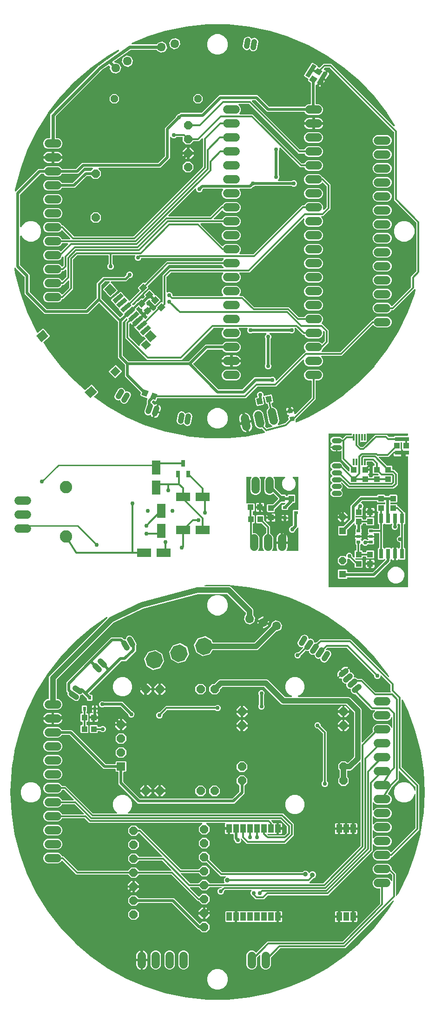
<source format=gbr>
G04 EAGLE Gerber RS-274X export*
G75*
%MOMM*%
%FSLAX34Y34*%
%LPD*%
%INTop Copper*%
%IPPOS*%
%AMOC8*
5,1,8,0,0,1.08239X$1,22.5*%
G01*
%ADD10R,1.000000X1.100000*%
%ADD11R,1.100000X1.000000*%
%ADD12R,0.720000X1.780000*%
%ADD13R,2.500000X0.800000*%
%ADD14R,0.300000X1.275000*%
%ADD15C,0.908000*%
%ADD16R,1.300000X1.300000*%
%ADD17P,1.407107X8X292.500000*%
%ADD18R,0.700000X0.500000*%
%ADD19R,2.000000X0.800000*%
%ADD20R,1.500000X1.700000*%
%ADD21R,1.600000X1.500000*%
%ADD22R,1.300000X1.290000*%
%ADD23R,1.400000X1.290000*%
%ADD24P,1.632244X8X112.500000*%
%ADD25C,1.524000*%
%ADD26P,1.649562X8X292.500000*%
%ADD27R,0.800000X0.800000*%
%ADD28P,1.632244X8X217.500000*%
%ADD29P,1.632244X8X232.500000*%
%ADD30C,1.008000*%
%ADD31P,1.429621X8X22.500000*%
%ADD32R,1.524000X1.524000*%
%ADD33P,1.649562X8X112.500000*%
%ADD34P,1.649562X8X202.500000*%
%ADD35R,1.000000X1.500000*%
%ADD36P,3.247170X8X128.000000*%
%ADD37P,1.632244X8X367.500000*%
%ADD38R,0.560000X0.730000*%
%ADD39R,2.600000X1.600000*%
%ADD40R,1.600000X2.600000*%
%ADD41C,2.250000*%
%ADD42R,0.635000X1.270000*%
%ADD43R,0.730000X0.560000*%
%ADD44C,0.300000*%
%ADD45C,0.500000*%
%ADD46C,0.756400*%
%ADD47C,0.400000*%
%ADD48C,0.600000*%
%ADD49C,1.000000*%
%ADD50C,1.106400*%
%ADD51C,0.906400*%
%ADD52C,0.250000*%

G36*
X399119Y3082D02*
X399119Y3082D01*
X399166Y3079D01*
X437100Y6936D01*
X437153Y6950D01*
X437200Y6952D01*
X474549Y14627D01*
X474600Y14646D01*
X474647Y14653D01*
X511028Y26067D01*
X511077Y26091D01*
X511123Y26102D01*
X546163Y41139D01*
X546209Y41167D01*
X546254Y41184D01*
X579592Y59688D01*
X579636Y59721D01*
X579678Y59742D01*
X610974Y81524D01*
X611013Y81561D01*
X611054Y81586D01*
X639985Y106423D01*
X640021Y106463D01*
X640058Y106492D01*
X666328Y134128D01*
X666360Y134173D01*
X666394Y134205D01*
X689734Y164357D01*
X689761Y164405D01*
X689792Y164440D01*
X700613Y181801D01*
X700624Y181826D01*
X700640Y181848D01*
X700681Y181955D01*
X700726Y182059D01*
X700730Y182086D01*
X700740Y182112D01*
X700749Y182226D01*
X700764Y182338D01*
X700760Y182366D01*
X700762Y182394D01*
X700739Y182505D01*
X700721Y182617D01*
X700710Y182643D01*
X700704Y182670D01*
X700651Y182770D01*
X700603Y182873D01*
X700585Y182894D01*
X700572Y182919D01*
X700492Y183000D01*
X700418Y183086D01*
X700394Y183101D01*
X700375Y183121D01*
X700276Y183177D01*
X700180Y183238D01*
X700154Y183246D01*
X700130Y183260D01*
X700019Y183286D01*
X699910Y183318D01*
X699882Y183318D01*
X699855Y183325D01*
X699741Y183319D01*
X699628Y183319D01*
X699601Y183312D01*
X699573Y183310D01*
X699466Y183273D01*
X699357Y183242D01*
X699333Y183227D01*
X699307Y183218D01*
X699233Y183164D01*
X699118Y183091D01*
X699091Y183060D01*
X699058Y183036D01*
X612521Y96499D01*
X494564Y96499D01*
X494469Y96486D01*
X494373Y96481D01*
X494330Y96466D01*
X494285Y96459D01*
X494197Y96420D01*
X494106Y96388D01*
X494072Y96363D01*
X494028Y96343D01*
X493930Y96260D01*
X493857Y96207D01*
X477613Y79963D01*
X477556Y79886D01*
X477491Y79814D01*
X477471Y79773D01*
X477444Y79737D01*
X477410Y79647D01*
X477368Y79561D01*
X477362Y79519D01*
X477345Y79473D01*
X477335Y79346D01*
X477321Y79256D01*
X477321Y65466D01*
X475856Y61930D01*
X473150Y59224D01*
X469614Y57759D01*
X465786Y57759D01*
X462250Y59224D01*
X459544Y61930D01*
X458079Y65466D01*
X458079Y83416D01*
X458075Y83448D01*
X458077Y83480D01*
X458055Y83587D01*
X458039Y83695D01*
X458026Y83725D01*
X458020Y83756D01*
X457968Y83853D01*
X457923Y83952D01*
X457902Y83977D01*
X457887Y84005D01*
X457811Y84083D01*
X457740Y84167D01*
X457713Y84184D01*
X457690Y84207D01*
X457595Y84261D01*
X457504Y84321D01*
X457473Y84330D01*
X457445Y84346D01*
X457338Y84372D01*
X457234Y84403D01*
X457202Y84404D01*
X457171Y84411D01*
X457061Y84406D01*
X456952Y84407D01*
X456921Y84399D01*
X456889Y84397D01*
X456786Y84361D01*
X456680Y84332D01*
X456653Y84315D01*
X456622Y84304D01*
X456549Y84251D01*
X456440Y84184D01*
X456408Y84148D01*
X456373Y84123D01*
X452213Y79963D01*
X452156Y79886D01*
X452091Y79814D01*
X452071Y79773D01*
X452044Y79737D01*
X452010Y79647D01*
X451968Y79561D01*
X451962Y79519D01*
X451945Y79473D01*
X451935Y79346D01*
X451921Y79256D01*
X451921Y65466D01*
X450456Y61930D01*
X447750Y59224D01*
X444214Y57759D01*
X440386Y57759D01*
X436850Y59224D01*
X434144Y61930D01*
X432679Y65466D01*
X432679Y84534D01*
X434144Y88070D01*
X436850Y90776D01*
X440386Y92241D01*
X444214Y92241D01*
X447750Y90776D01*
X449731Y88795D01*
X449782Y88756D01*
X449827Y88710D01*
X449895Y88672D01*
X449956Y88626D01*
X450017Y88603D01*
X450073Y88571D01*
X450148Y88553D01*
X450220Y88526D01*
X450284Y88521D01*
X450347Y88506D01*
X450424Y88510D01*
X450502Y88504D01*
X450564Y88517D01*
X450629Y88521D01*
X450702Y88546D01*
X450778Y88562D01*
X450834Y88592D01*
X450895Y88613D01*
X450952Y88654D01*
X451027Y88694D01*
X451087Y88754D01*
X451144Y88795D01*
X470850Y108501D01*
X607136Y108501D01*
X607231Y108514D01*
X607327Y108519D01*
X607370Y108534D01*
X607415Y108541D01*
X607503Y108580D01*
X607594Y108612D01*
X607628Y108637D01*
X607672Y108657D01*
X607770Y108740D01*
X607843Y108793D01*
X676207Y177157D01*
X676264Y177234D01*
X676329Y177306D01*
X676349Y177347D01*
X676376Y177383D01*
X676410Y177473D01*
X676452Y177559D01*
X676458Y177601D01*
X676475Y177647D01*
X676485Y177774D01*
X676499Y177864D01*
X676499Y204280D01*
X676490Y204344D01*
X676491Y204408D01*
X676470Y204483D01*
X676459Y204559D01*
X676433Y204618D01*
X676416Y204680D01*
X676375Y204746D01*
X676343Y204816D01*
X676301Y204865D01*
X676268Y204920D01*
X676210Y204972D01*
X676160Y205030D01*
X676106Y205066D01*
X676058Y205109D01*
X675989Y205142D01*
X675924Y205185D01*
X675862Y205204D01*
X675805Y205232D01*
X675735Y205243D01*
X675654Y205267D01*
X675569Y205268D01*
X675500Y205279D01*
X670466Y205279D01*
X666930Y206744D01*
X664224Y209450D01*
X662759Y212986D01*
X662759Y216814D01*
X664224Y220350D01*
X666930Y223056D01*
X670466Y224521D01*
X689534Y224521D01*
X693070Y223056D01*
X695776Y220350D01*
X696317Y219044D01*
X696361Y218969D01*
X696397Y218890D01*
X696432Y218849D01*
X696460Y218801D01*
X696524Y218742D01*
X696580Y218676D01*
X696626Y218646D01*
X696666Y218609D01*
X696743Y218569D01*
X696816Y218522D01*
X696869Y218506D01*
X696918Y218481D01*
X697003Y218465D01*
X697086Y218439D01*
X697141Y218439D01*
X697195Y218428D01*
X697281Y218437D01*
X697368Y218436D01*
X697421Y218450D01*
X697475Y218455D01*
X697556Y218488D01*
X697640Y218511D01*
X697686Y218540D01*
X697737Y218560D01*
X697806Y218613D01*
X697880Y218659D01*
X697916Y218700D01*
X697960Y218733D01*
X698011Y218804D01*
X698069Y218868D01*
X698093Y218918D01*
X698125Y218962D01*
X698154Y219044D01*
X698192Y219122D01*
X698200Y219172D01*
X698219Y219228D01*
X698226Y219341D01*
X698239Y219427D01*
X698239Y228642D01*
X698226Y228737D01*
X698221Y228833D01*
X698206Y228876D01*
X698199Y228921D01*
X698160Y229009D01*
X698128Y229100D01*
X698103Y229134D01*
X698083Y229178D01*
X698000Y229276D01*
X697947Y229349D01*
X694817Y232478D01*
X694766Y232517D01*
X694721Y232563D01*
X694653Y232601D01*
X694592Y232647D01*
X694531Y232670D01*
X694475Y232702D01*
X694400Y232720D01*
X694328Y232747D01*
X694264Y232752D01*
X694201Y232767D01*
X694124Y232763D01*
X694046Y232769D01*
X693984Y232756D01*
X693919Y232752D01*
X693846Y232727D01*
X693770Y232711D01*
X693714Y232681D01*
X693653Y232660D01*
X693596Y232619D01*
X693521Y232579D01*
X693461Y232520D01*
X693404Y232478D01*
X693070Y232144D01*
X689534Y230679D01*
X670466Y230679D01*
X666930Y232144D01*
X664224Y234850D01*
X662759Y238386D01*
X662759Y242214D01*
X664224Y245750D01*
X666930Y248456D01*
X670466Y249921D01*
X689534Y249921D01*
X693070Y248456D01*
X695776Y245750D01*
X697241Y242214D01*
X697241Y240370D01*
X697254Y240275D01*
X697259Y240179D01*
X697274Y240136D01*
X697281Y240091D01*
X697320Y240003D01*
X697352Y239912D01*
X697377Y239878D01*
X697397Y239834D01*
X697480Y239737D01*
X697533Y239663D01*
X705241Y231956D01*
X705241Y192718D01*
X705241Y192714D01*
X705241Y192709D01*
X705262Y192572D01*
X705281Y192439D01*
X705282Y192435D01*
X705283Y192431D01*
X705341Y192306D01*
X705397Y192182D01*
X705400Y192179D01*
X705402Y192175D01*
X705492Y192071D01*
X705580Y191968D01*
X705584Y191965D01*
X705587Y191962D01*
X705702Y191888D01*
X705816Y191813D01*
X705820Y191812D01*
X705824Y191810D01*
X705956Y191771D01*
X706086Y191731D01*
X706090Y191731D01*
X706095Y191730D01*
X706231Y191729D01*
X706368Y191727D01*
X706372Y191729D01*
X706377Y191729D01*
X706507Y191766D01*
X706640Y191803D01*
X706644Y191805D01*
X706648Y191806D01*
X706762Y191878D01*
X706880Y191951D01*
X706883Y191954D01*
X706887Y191956D01*
X706922Y191998D01*
X707069Y192160D01*
X707077Y192177D01*
X707088Y192190D01*
X709961Y196799D01*
X709983Y196849D01*
X710010Y196887D01*
X726802Y231120D01*
X726819Y231172D01*
X726842Y231213D01*
X740085Y266970D01*
X740096Y267023D01*
X740115Y267066D01*
X749672Y303979D01*
X749678Y304033D01*
X749693Y304078D01*
X749787Y304693D01*
X750093Y306692D01*
X751471Y315685D01*
X751777Y317683D01*
X751777Y317684D01*
X752083Y319682D01*
X752389Y321680D01*
X752389Y321681D01*
X752695Y323679D01*
X754073Y332672D01*
X754379Y334671D01*
X754685Y336669D01*
X754992Y338668D01*
X755298Y340666D01*
X755466Y341768D01*
X755467Y341822D01*
X755477Y341869D01*
X757408Y379949D01*
X757403Y380003D01*
X757408Y380051D01*
X755477Y418131D01*
X755466Y418185D01*
X755466Y418232D01*
X749693Y455922D01*
X749677Y455974D01*
X749672Y456021D01*
X740115Y492934D01*
X740094Y492984D01*
X740085Y493030D01*
X726842Y528787D01*
X726816Y528834D01*
X726802Y528880D01*
X717397Y548053D01*
X717366Y548099D01*
X717343Y548149D01*
X717287Y548215D01*
X717238Y548286D01*
X717196Y548321D01*
X717160Y548363D01*
X717088Y548411D01*
X717021Y548466D01*
X716970Y548487D01*
X716924Y548518D01*
X716841Y548543D01*
X716762Y548577D01*
X716707Y548584D01*
X716654Y548600D01*
X716568Y548601D01*
X716482Y548612D01*
X716427Y548603D01*
X716372Y548604D01*
X716289Y548581D01*
X716204Y548567D01*
X716154Y548543D01*
X716100Y548529D01*
X716027Y548483D01*
X715949Y548446D01*
X715907Y548410D01*
X715860Y548381D01*
X715802Y548316D01*
X715738Y548259D01*
X715708Y548212D01*
X715671Y548171D01*
X715634Y548093D01*
X715588Y548020D01*
X715572Y547967D01*
X715548Y547917D01*
X715536Y547841D01*
X715510Y547749D01*
X715510Y547675D01*
X715501Y547613D01*
X715501Y425864D01*
X715514Y425769D01*
X715519Y425673D01*
X715534Y425630D01*
X715541Y425585D01*
X715580Y425497D01*
X715612Y425406D01*
X715637Y425372D01*
X715657Y425328D01*
X715740Y425230D01*
X715793Y425157D01*
X747501Y393450D01*
X747501Y311650D01*
X698050Y262199D01*
X697251Y262199D01*
X697242Y262198D01*
X697232Y262199D01*
X697102Y262178D01*
X696972Y262159D01*
X696963Y262156D01*
X696954Y262154D01*
X696835Y262097D01*
X696715Y262043D01*
X696708Y262037D01*
X696699Y262033D01*
X696600Y261945D01*
X696501Y261860D01*
X696495Y261852D01*
X696488Y261846D01*
X696448Y261780D01*
X696346Y261624D01*
X696339Y261601D01*
X696328Y261582D01*
X695776Y260250D01*
X693070Y257544D01*
X689534Y256079D01*
X670466Y256079D01*
X666930Y257544D01*
X664224Y260250D01*
X662759Y263786D01*
X662759Y267614D01*
X664224Y271150D01*
X666930Y273856D01*
X670466Y275321D01*
X689534Y275321D01*
X693070Y273856D01*
X695731Y271195D01*
X695782Y271156D01*
X695827Y271110D01*
X695894Y271072D01*
X695956Y271026D01*
X696017Y271003D01*
X696073Y270971D01*
X696148Y270953D01*
X696220Y270926D01*
X696284Y270921D01*
X696347Y270906D01*
X696424Y270910D01*
X696502Y270904D01*
X696564Y270917D01*
X696629Y270921D01*
X696702Y270946D01*
X696778Y270962D01*
X696834Y270992D01*
X696895Y271013D01*
X696952Y271054D01*
X697027Y271094D01*
X697087Y271154D01*
X697144Y271195D01*
X740207Y314257D01*
X740264Y314334D01*
X740329Y314406D01*
X740349Y314447D01*
X740376Y314483D01*
X740410Y314573D01*
X740452Y314659D01*
X740458Y314701D01*
X740475Y314747D01*
X740485Y314874D01*
X740499Y314964D01*
X740499Y376017D01*
X740487Y376103D01*
X740484Y376189D01*
X740467Y376242D01*
X740459Y376296D01*
X740424Y376375D01*
X740397Y376458D01*
X740366Y376503D01*
X740343Y376553D01*
X740287Y376619D01*
X740238Y376691D01*
X740196Y376725D01*
X740160Y376767D01*
X740087Y376815D01*
X740020Y376870D01*
X739970Y376892D01*
X739924Y376922D01*
X739841Y376947D01*
X739761Y376981D01*
X739707Y376988D01*
X739654Y377004D01*
X739567Y377005D01*
X739481Y377016D01*
X739427Y377007D01*
X739372Y377008D01*
X739288Y376985D01*
X739203Y376971D01*
X739153Y376947D01*
X739100Y376933D01*
X739026Y376887D01*
X738948Y376850D01*
X738907Y376813D01*
X738860Y376784D01*
X738802Y376720D01*
X738737Y376662D01*
X738711Y376619D01*
X738671Y376575D01*
X738622Y376473D01*
X738577Y376399D01*
X735718Y369497D01*
X730503Y364282D01*
X723688Y361459D01*
X716312Y361459D01*
X709497Y364282D01*
X704282Y369497D01*
X701459Y376312D01*
X701459Y383688D01*
X704282Y390503D01*
X709497Y395718D01*
X716312Y398541D01*
X723688Y398541D01*
X730503Y395718D01*
X735718Y390503D01*
X738577Y383601D01*
X738621Y383526D01*
X738657Y383447D01*
X738692Y383405D01*
X738720Y383358D01*
X738784Y383299D01*
X738840Y383233D01*
X738886Y383203D01*
X738926Y383165D01*
X739003Y383126D01*
X739076Y383078D01*
X739129Y383062D01*
X739178Y383037D01*
X739263Y383021D01*
X739346Y382996D01*
X739401Y382995D01*
X739455Y382985D01*
X739541Y382993D01*
X739628Y382992D01*
X739681Y383007D01*
X739735Y383012D01*
X739816Y383044D01*
X739900Y383067D01*
X739947Y383096D01*
X739997Y383117D01*
X740066Y383170D01*
X740140Y383216D01*
X740177Y383256D01*
X740220Y383290D01*
X740270Y383360D01*
X740329Y383425D01*
X740353Y383474D01*
X740385Y383519D01*
X740414Y383601D01*
X740452Y383679D01*
X740460Y383729D01*
X740479Y383784D01*
X740486Y383898D01*
X740499Y383983D01*
X740499Y390136D01*
X740486Y390231D01*
X740481Y390327D01*
X740466Y390370D01*
X740459Y390415D01*
X740420Y390503D01*
X740388Y390594D01*
X740363Y390628D01*
X740343Y390672D01*
X740260Y390770D01*
X740207Y390843D01*
X712207Y418843D01*
X712181Y418862D01*
X712160Y418887D01*
X712068Y418946D01*
X711981Y419012D01*
X711951Y419023D01*
X711924Y419041D01*
X711819Y419073D01*
X711717Y419111D01*
X711685Y419114D01*
X711654Y419123D01*
X711545Y419125D01*
X711436Y419133D01*
X711404Y419127D01*
X711372Y419127D01*
X711267Y419098D01*
X711160Y419076D01*
X711131Y419061D01*
X711100Y419052D01*
X711007Y418995D01*
X710911Y418943D01*
X710888Y418921D01*
X710860Y418904D01*
X710787Y418823D01*
X710709Y418746D01*
X710693Y418718D01*
X710671Y418694D01*
X710624Y418596D01*
X710570Y418501D01*
X710562Y418470D01*
X710548Y418441D01*
X710534Y418351D01*
X710505Y418227D01*
X710507Y418178D01*
X710501Y418136D01*
X710501Y402550D01*
X698546Y390595D01*
X698462Y390484D01*
X698402Y390414D01*
X690572Y377746D01*
X690571Y377743D01*
X690569Y377740D01*
X690515Y377616D01*
X690459Y377487D01*
X690459Y377484D01*
X690457Y377481D01*
X690440Y377341D01*
X690423Y377207D01*
X690423Y377204D01*
X690423Y377201D01*
X690446Y377060D01*
X690466Y376929D01*
X690467Y376926D01*
X690468Y376923D01*
X690527Y376798D01*
X690586Y376673D01*
X690588Y376671D01*
X690589Y376668D01*
X690680Y376566D01*
X690772Y376461D01*
X690774Y376460D01*
X690776Y376457D01*
X690813Y376435D01*
X691010Y376310D01*
X691026Y376305D01*
X691040Y376297D01*
X693070Y375456D01*
X695776Y372750D01*
X697241Y369214D01*
X697241Y365386D01*
X695776Y361850D01*
X693070Y359144D01*
X689534Y357679D01*
X670466Y357679D01*
X666930Y359144D01*
X664207Y361868D01*
X664181Y361887D01*
X664160Y361912D01*
X664068Y361971D01*
X663981Y362037D01*
X663951Y362048D01*
X663924Y362066D01*
X663819Y362098D01*
X663717Y362136D01*
X663685Y362139D01*
X663654Y362148D01*
X663545Y362150D01*
X663436Y362158D01*
X663404Y362152D01*
X663372Y362152D01*
X663267Y362123D01*
X663160Y362101D01*
X663131Y362086D01*
X663100Y362077D01*
X663007Y362019D01*
X662911Y361968D01*
X662888Y361946D01*
X662860Y361929D01*
X662787Y361848D01*
X662709Y361771D01*
X662693Y361743D01*
X662671Y361719D01*
X662624Y361621D01*
X662570Y361526D01*
X662562Y361495D01*
X662548Y361466D01*
X662534Y361376D01*
X662505Y361252D01*
X662507Y361203D01*
X662501Y361161D01*
X662501Y348039D01*
X662505Y348007D01*
X662503Y347975D01*
X662525Y347868D01*
X662541Y347760D01*
X662554Y347730D01*
X662560Y347699D01*
X662612Y347602D01*
X662657Y347503D01*
X662678Y347478D01*
X662693Y347450D01*
X662769Y347372D01*
X662840Y347288D01*
X662867Y347271D01*
X662890Y347248D01*
X662985Y347194D01*
X663076Y347134D01*
X663107Y347125D01*
X663135Y347109D01*
X663241Y347083D01*
X663346Y347052D01*
X663378Y347051D01*
X663409Y347044D01*
X663519Y347049D01*
X663628Y347048D01*
X663659Y347056D01*
X663691Y347058D01*
X663794Y347094D01*
X663900Y347123D01*
X663927Y347140D01*
X663958Y347151D01*
X664031Y347204D01*
X664140Y347271D01*
X664172Y347307D01*
X664207Y347332D01*
X666930Y350056D01*
X670466Y351521D01*
X689534Y351521D01*
X693070Y350056D01*
X695776Y347350D01*
X697241Y343814D01*
X697241Y339986D01*
X695776Y336450D01*
X693070Y333744D01*
X689534Y332279D01*
X670466Y332279D01*
X666930Y333744D01*
X664207Y336468D01*
X664181Y336487D01*
X664160Y336512D01*
X664068Y336571D01*
X663981Y336637D01*
X663951Y336648D01*
X663924Y336666D01*
X663819Y336698D01*
X663717Y336736D01*
X663685Y336739D01*
X663654Y336748D01*
X663545Y336750D01*
X663436Y336758D01*
X663404Y336752D01*
X663372Y336752D01*
X663267Y336723D01*
X663160Y336701D01*
X663131Y336686D01*
X663100Y336677D01*
X663007Y336619D01*
X662911Y336568D01*
X662888Y336546D01*
X662860Y336529D01*
X662787Y336448D01*
X662709Y336371D01*
X662693Y336343D01*
X662671Y336319D01*
X662624Y336221D01*
X662570Y336126D01*
X662562Y336095D01*
X662548Y336066D01*
X662534Y335976D01*
X662505Y335852D01*
X662507Y335803D01*
X662501Y335761D01*
X662501Y322639D01*
X662505Y322607D01*
X662503Y322575D01*
X662525Y322468D01*
X662541Y322360D01*
X662554Y322330D01*
X662560Y322299D01*
X662612Y322202D01*
X662657Y322103D01*
X662678Y322078D01*
X662693Y322050D01*
X662769Y321972D01*
X662840Y321888D01*
X662867Y321871D01*
X662890Y321848D01*
X662985Y321794D01*
X663076Y321734D01*
X663107Y321725D01*
X663135Y321709D01*
X663241Y321683D01*
X663346Y321652D01*
X663378Y321651D01*
X663409Y321644D01*
X663519Y321649D01*
X663628Y321648D01*
X663659Y321656D01*
X663691Y321658D01*
X663794Y321694D01*
X663900Y321723D01*
X663927Y321740D01*
X663958Y321751D01*
X664031Y321804D01*
X664140Y321871D01*
X664172Y321907D01*
X664207Y321932D01*
X666930Y324656D01*
X670466Y326121D01*
X689534Y326121D01*
X693070Y324656D01*
X695776Y321950D01*
X697241Y318414D01*
X697241Y314586D01*
X695776Y311050D01*
X693070Y308344D01*
X689534Y306879D01*
X670466Y306879D01*
X666930Y308344D01*
X664207Y311068D01*
X664181Y311087D01*
X664160Y311112D01*
X664068Y311171D01*
X663981Y311237D01*
X663951Y311248D01*
X663924Y311266D01*
X663819Y311298D01*
X663717Y311336D01*
X663685Y311339D01*
X663654Y311348D01*
X663545Y311350D01*
X663436Y311358D01*
X663404Y311352D01*
X663372Y311352D01*
X663267Y311323D01*
X663160Y311301D01*
X663131Y311286D01*
X663100Y311277D01*
X663007Y311219D01*
X662911Y311168D01*
X662888Y311146D01*
X662860Y311129D01*
X662787Y311048D01*
X662709Y310971D01*
X662693Y310943D01*
X662671Y310919D01*
X662624Y310821D01*
X662570Y310726D01*
X662562Y310695D01*
X662548Y310666D01*
X662534Y310576D01*
X662505Y310452D01*
X662507Y310403D01*
X662501Y310361D01*
X662501Y297239D01*
X662505Y297207D01*
X662503Y297175D01*
X662525Y297068D01*
X662541Y296960D01*
X662554Y296930D01*
X662560Y296899D01*
X662612Y296802D01*
X662657Y296703D01*
X662678Y296678D01*
X662693Y296650D01*
X662769Y296572D01*
X662840Y296488D01*
X662867Y296471D01*
X662890Y296448D01*
X662985Y296394D01*
X663076Y296334D01*
X663107Y296325D01*
X663135Y296309D01*
X663241Y296283D01*
X663346Y296252D01*
X663378Y296251D01*
X663409Y296244D01*
X663519Y296249D01*
X663628Y296248D01*
X663659Y296256D01*
X663691Y296258D01*
X663794Y296294D01*
X663900Y296323D01*
X663927Y296340D01*
X663958Y296351D01*
X664031Y296404D01*
X664140Y296471D01*
X664172Y296507D01*
X664207Y296532D01*
X666930Y299256D01*
X670466Y300721D01*
X689534Y300721D01*
X693070Y299256D01*
X695776Y296550D01*
X697241Y293014D01*
X697241Y289186D01*
X695776Y285650D01*
X693070Y282944D01*
X689534Y281479D01*
X670466Y281479D01*
X666930Y282944D01*
X664207Y285668D01*
X664181Y285687D01*
X664160Y285712D01*
X664068Y285771D01*
X663981Y285837D01*
X663951Y285848D01*
X663924Y285866D01*
X663819Y285898D01*
X663717Y285936D01*
X663685Y285939D01*
X663654Y285948D01*
X663545Y285950D01*
X663436Y285958D01*
X663404Y285952D01*
X663372Y285952D01*
X663267Y285923D01*
X663160Y285901D01*
X663131Y285886D01*
X663100Y285877D01*
X663007Y285819D01*
X662911Y285768D01*
X662888Y285746D01*
X662860Y285729D01*
X662787Y285648D01*
X662709Y285571D01*
X662693Y285543D01*
X662671Y285519D01*
X662624Y285421D01*
X662570Y285326D01*
X662562Y285295D01*
X662548Y285266D01*
X662534Y285176D01*
X662505Y285052D01*
X662507Y285003D01*
X662501Y284961D01*
X662501Y273337D01*
X581963Y192799D01*
X472164Y192799D01*
X472069Y192786D01*
X471973Y192781D01*
X471930Y192766D01*
X471885Y192759D01*
X471797Y192720D01*
X471706Y192688D01*
X471672Y192663D01*
X471628Y192643D01*
X471530Y192560D01*
X471457Y192507D01*
X464450Y185499D01*
X449550Y185499D01*
X444843Y190206D01*
X444843Y190207D01*
X443253Y191796D01*
X443220Y191821D01*
X443192Y191853D01*
X443118Y191897D01*
X443027Y191966D01*
X442972Y191986D01*
X442929Y192013D01*
X442724Y192098D01*
X441098Y193724D01*
X440217Y195850D01*
X440217Y198150D01*
X441098Y200276D01*
X441915Y201093D01*
X441935Y201119D01*
X441959Y201140D01*
X442019Y201232D01*
X442085Y201319D01*
X442096Y201349D01*
X442114Y201376D01*
X442146Y201481D01*
X442184Y201583D01*
X442187Y201615D01*
X442196Y201646D01*
X442198Y201755D01*
X442206Y201864D01*
X442199Y201896D01*
X442200Y201928D01*
X442171Y202033D01*
X442148Y202140D01*
X442133Y202169D01*
X442125Y202200D01*
X442067Y202293D01*
X442016Y202389D01*
X441993Y202412D01*
X441977Y202440D01*
X441896Y202513D01*
X441819Y202591D01*
X441791Y202607D01*
X441767Y202629D01*
X441669Y202676D01*
X441574Y202730D01*
X441542Y202738D01*
X441513Y202752D01*
X441424Y202766D01*
X441299Y202795D01*
X441251Y202793D01*
X441209Y202799D01*
X394164Y202799D01*
X394069Y202786D01*
X393973Y202781D01*
X393930Y202766D01*
X393885Y202759D01*
X393797Y202720D01*
X393706Y202688D01*
X393672Y202663D01*
X393628Y202643D01*
X393530Y202560D01*
X393457Y202507D01*
X392075Y201125D01*
X392018Y201048D01*
X391953Y200976D01*
X391933Y200935D01*
X391906Y200899D01*
X391872Y200809D01*
X391830Y200723D01*
X391824Y200681D01*
X391807Y200635D01*
X391797Y200508D01*
X391783Y200418D01*
X391783Y198850D01*
X390902Y196724D01*
X389276Y195098D01*
X387150Y194217D01*
X384850Y194217D01*
X382724Y195098D01*
X381098Y196724D01*
X380217Y198850D01*
X380217Y201150D01*
X381098Y203276D01*
X382724Y204902D01*
X384850Y205783D01*
X386418Y205783D01*
X386513Y205796D01*
X386608Y205801D01*
X386652Y205816D01*
X386697Y205823D01*
X386784Y205862D01*
X386875Y205893D01*
X386910Y205919D01*
X386954Y205939D01*
X387051Y206022D01*
X387124Y206075D01*
X387142Y206093D01*
X387156Y206112D01*
X387168Y206122D01*
X387172Y206128D01*
X387187Y206140D01*
X387246Y206231D01*
X387312Y206318D01*
X387323Y206349D01*
X387341Y206376D01*
X387373Y206480D01*
X387411Y206582D01*
X387414Y206615D01*
X387423Y206646D01*
X387425Y206755D01*
X387433Y206863D01*
X387427Y206895D01*
X387427Y206928D01*
X387398Y207033D01*
X387376Y207139D01*
X387361Y207168D01*
X387352Y207200D01*
X387295Y207292D01*
X387244Y207388D01*
X387221Y207412D01*
X387204Y207440D01*
X387123Y207513D01*
X387047Y207591D01*
X387019Y207607D01*
X386994Y207629D01*
X386897Y207676D01*
X386802Y207730D01*
X386770Y207737D01*
X386741Y207752D01*
X386651Y207766D01*
X386527Y207795D01*
X386479Y207793D01*
X386436Y207799D01*
X366319Y207799D01*
X366224Y207786D01*
X366128Y207781D01*
X366085Y207766D01*
X366040Y207759D01*
X365952Y207720D01*
X365861Y207688D01*
X365827Y207663D01*
X365783Y207643D01*
X365685Y207560D01*
X365612Y207507D01*
X359785Y201679D01*
X351815Y201679D01*
X345988Y207507D01*
X345911Y207564D01*
X345839Y207629D01*
X345798Y207649D01*
X345762Y207676D01*
X345672Y207710D01*
X345586Y207752D01*
X345544Y207758D01*
X345498Y207775D01*
X345371Y207785D01*
X345281Y207799D01*
X330564Y207799D01*
X330532Y207795D01*
X330500Y207797D01*
X330393Y207775D01*
X330285Y207759D01*
X330255Y207746D01*
X330224Y207740D01*
X330127Y207688D01*
X330028Y207643D01*
X330003Y207622D01*
X329975Y207607D01*
X329896Y207531D01*
X329813Y207460D01*
X329796Y207433D01*
X329773Y207410D01*
X329719Y207315D01*
X329659Y207224D01*
X329650Y207193D01*
X329634Y207165D01*
X329608Y207058D01*
X329577Y206954D01*
X329576Y206922D01*
X329569Y206891D01*
X329574Y206781D01*
X329573Y206672D01*
X329581Y206641D01*
X329583Y206609D01*
X329619Y206506D01*
X329648Y206400D01*
X329665Y206373D01*
X329676Y206342D01*
X329729Y206269D01*
X329796Y206160D01*
X329832Y206128D01*
X329857Y206093D01*
X345416Y190535D01*
X345467Y190496D01*
X345512Y190450D01*
X345580Y190412D01*
X345642Y190366D01*
X345702Y190343D01*
X345758Y190311D01*
X345833Y190293D01*
X345905Y190266D01*
X345969Y190261D01*
X346032Y190246D01*
X346110Y190250D01*
X346187Y190244D01*
X346249Y190257D01*
X346314Y190261D01*
X346387Y190286D01*
X346463Y190302D01*
X346519Y190332D01*
X346580Y190353D01*
X346637Y190394D01*
X346712Y190434D01*
X346772Y190493D01*
X346829Y190535D01*
X351815Y195521D01*
X359785Y195521D01*
X365421Y189885D01*
X365421Y181915D01*
X359785Y176279D01*
X351815Y176279D01*
X345988Y182107D01*
X345911Y182164D01*
X345839Y182229D01*
X345798Y182249D01*
X345762Y182276D01*
X345672Y182310D01*
X345586Y182352D01*
X345544Y182358D01*
X345498Y182375D01*
X345371Y182385D01*
X345281Y182399D01*
X343650Y182399D01*
X295843Y230207D01*
X295766Y230264D01*
X295694Y230329D01*
X295653Y230349D01*
X295617Y230376D01*
X295527Y230410D01*
X295441Y230452D01*
X295399Y230458D01*
X295353Y230475D01*
X295226Y230485D01*
X295136Y230499D01*
X237519Y230499D01*
X237424Y230486D01*
X237328Y230481D01*
X237285Y230466D01*
X237240Y230459D01*
X237152Y230420D01*
X237061Y230388D01*
X237027Y230363D01*
X236983Y230343D01*
X236885Y230260D01*
X236812Y230207D01*
X230985Y224379D01*
X223015Y224379D01*
X217188Y230207D01*
X217111Y230264D01*
X217039Y230329D01*
X216998Y230349D01*
X216962Y230376D01*
X216872Y230410D01*
X216786Y230452D01*
X216744Y230458D01*
X216698Y230475D01*
X216571Y230485D01*
X216481Y230499D01*
X122550Y230499D01*
X97543Y255506D01*
X97448Y255577D01*
X97357Y255653D01*
X97336Y255662D01*
X97318Y255675D01*
X97207Y255717D01*
X97098Y255764D01*
X97075Y255767D01*
X97054Y255775D01*
X96935Y255784D01*
X96818Y255799D01*
X96795Y255795D01*
X96773Y255797D01*
X96657Y255772D01*
X96539Y255754D01*
X96519Y255744D01*
X96496Y255739D01*
X96392Y255683D01*
X96285Y255632D01*
X96268Y255617D01*
X96247Y255607D01*
X96162Y255524D01*
X96074Y255445D01*
X96063Y255427D01*
X96045Y255410D01*
X95953Y255247D01*
X95913Y255182D01*
X95776Y254850D01*
X93070Y252144D01*
X89534Y250679D01*
X70466Y250679D01*
X66930Y252144D01*
X64224Y254850D01*
X62759Y258386D01*
X62759Y262214D01*
X64224Y265750D01*
X66930Y268456D01*
X70466Y269921D01*
X89534Y269921D01*
X93070Y268456D01*
X95776Y265750D01*
X96328Y264418D01*
X96333Y264409D01*
X96335Y264400D01*
X96405Y264288D01*
X96471Y264175D01*
X96478Y264168D01*
X96483Y264160D01*
X96581Y264072D01*
X96677Y263982D01*
X96686Y263978D01*
X96693Y263971D01*
X96811Y263914D01*
X96929Y263854D01*
X96938Y263852D01*
X96946Y263848D01*
X97022Y263836D01*
X97206Y263802D01*
X97230Y263804D01*
X97251Y263801D01*
X99150Y263801D01*
X125157Y237793D01*
X125234Y237736D01*
X125306Y237671D01*
X125347Y237651D01*
X125383Y237624D01*
X125473Y237590D01*
X125559Y237548D01*
X125601Y237542D01*
X125647Y237525D01*
X125774Y237515D01*
X125864Y237501D01*
X216481Y237501D01*
X216576Y237514D01*
X216672Y237519D01*
X216715Y237534D01*
X216760Y237541D01*
X216848Y237580D01*
X216939Y237612D01*
X216973Y237637D01*
X217017Y237657D01*
X217115Y237740D01*
X217188Y237793D01*
X223015Y243621D01*
X230985Y243621D01*
X236812Y237793D01*
X236889Y237736D01*
X236961Y237671D01*
X237002Y237651D01*
X237038Y237624D01*
X237128Y237590D01*
X237214Y237548D01*
X237256Y237542D01*
X237302Y237525D01*
X237429Y237515D01*
X237519Y237501D01*
X295136Y237501D01*
X295168Y237505D01*
X295200Y237503D01*
X295307Y237525D01*
X295415Y237541D01*
X295445Y237554D01*
X295476Y237560D01*
X295573Y237612D01*
X295672Y237657D01*
X295697Y237678D01*
X295725Y237693D01*
X295804Y237769D01*
X295887Y237840D01*
X295904Y237867D01*
X295927Y237890D01*
X295981Y237985D01*
X296041Y238076D01*
X296050Y238107D01*
X296066Y238135D01*
X296092Y238242D01*
X296123Y238346D01*
X296124Y238378D01*
X296131Y238409D01*
X296126Y238519D01*
X296127Y238628D01*
X296119Y238659D01*
X296117Y238691D01*
X296081Y238794D01*
X296052Y238900D01*
X296035Y238927D01*
X296024Y238958D01*
X295971Y239031D01*
X295904Y239140D01*
X295868Y239172D01*
X295843Y239207D01*
X279443Y255607D01*
X279366Y255664D01*
X279294Y255729D01*
X279253Y255749D01*
X279217Y255776D01*
X279127Y255810D01*
X279041Y255852D01*
X278999Y255858D01*
X278953Y255875D01*
X278826Y255885D01*
X278736Y255899D01*
X237519Y255899D01*
X237424Y255886D01*
X237328Y255881D01*
X237285Y255866D01*
X237240Y255859D01*
X237152Y255820D01*
X237061Y255788D01*
X237027Y255763D01*
X236983Y255743D01*
X236885Y255660D01*
X236812Y255607D01*
X230985Y249779D01*
X223015Y249779D01*
X217379Y255415D01*
X217379Y263385D01*
X223015Y269021D01*
X230985Y269021D01*
X236812Y263193D01*
X236889Y263136D01*
X236961Y263071D01*
X237002Y263051D01*
X237038Y263024D01*
X237128Y262990D01*
X237214Y262948D01*
X237256Y262942D01*
X237302Y262925D01*
X237429Y262915D01*
X237519Y262901D01*
X278736Y262901D01*
X278768Y262905D01*
X278800Y262903D01*
X278907Y262925D01*
X279015Y262941D01*
X279045Y262954D01*
X279076Y262960D01*
X279173Y263012D01*
X279272Y263057D01*
X279297Y263078D01*
X279325Y263093D01*
X279404Y263169D01*
X279487Y263240D01*
X279504Y263267D01*
X279527Y263290D01*
X279581Y263385D01*
X279641Y263476D01*
X279650Y263507D01*
X279666Y263535D01*
X279692Y263642D01*
X279723Y263746D01*
X279724Y263778D01*
X279731Y263809D01*
X279726Y263919D01*
X279727Y264028D01*
X279719Y264059D01*
X279717Y264091D01*
X279681Y264194D01*
X279652Y264300D01*
X279635Y264327D01*
X279624Y264358D01*
X279571Y264431D01*
X279504Y264540D01*
X279468Y264572D01*
X279443Y264607D01*
X237934Y306115D01*
X237883Y306154D01*
X237838Y306200D01*
X237770Y306238D01*
X237708Y306284D01*
X237648Y306307D01*
X237592Y306339D01*
X237517Y306357D01*
X237445Y306384D01*
X237381Y306389D01*
X237318Y306404D01*
X237240Y306400D01*
X237163Y306406D01*
X237101Y306393D01*
X237036Y306389D01*
X236963Y306364D01*
X236887Y306348D01*
X236831Y306318D01*
X236770Y306297D01*
X236713Y306256D01*
X236638Y306216D01*
X236578Y306157D01*
X236521Y306115D01*
X230985Y300579D01*
X223015Y300579D01*
X217379Y306215D01*
X217379Y314185D01*
X223015Y319821D01*
X230985Y319821D01*
X236812Y313993D01*
X236889Y313936D01*
X236961Y313871D01*
X237002Y313851D01*
X237038Y313824D01*
X237128Y313790D01*
X237214Y313748D01*
X237256Y313742D01*
X237302Y313725D01*
X237429Y313715D01*
X237519Y313701D01*
X240250Y313701D01*
X313457Y240493D01*
X313534Y240436D01*
X313606Y240371D01*
X313647Y240351D01*
X313683Y240324D01*
X313773Y240290D01*
X313859Y240248D01*
X313901Y240242D01*
X313947Y240225D01*
X314074Y240215D01*
X314164Y240201D01*
X345281Y240201D01*
X345376Y240214D01*
X345472Y240219D01*
X345515Y240234D01*
X345560Y240241D01*
X345648Y240280D01*
X345739Y240312D01*
X345773Y240337D01*
X345817Y240357D01*
X345915Y240440D01*
X345988Y240493D01*
X351815Y246321D01*
X359785Y246321D01*
X365421Y240685D01*
X365421Y232715D01*
X359785Y227079D01*
X351815Y227079D01*
X345988Y232907D01*
X345911Y232964D01*
X345839Y233029D01*
X345798Y233049D01*
X345762Y233076D01*
X345672Y233110D01*
X345586Y233152D01*
X345544Y233158D01*
X345498Y233175D01*
X345371Y233185D01*
X345281Y233199D01*
X314164Y233199D01*
X314132Y233195D01*
X314100Y233197D01*
X313993Y233175D01*
X313885Y233159D01*
X313855Y233146D01*
X313824Y233140D01*
X313727Y233088D01*
X313628Y233043D01*
X313603Y233022D01*
X313575Y233007D01*
X313496Y232931D01*
X313413Y232860D01*
X313396Y232833D01*
X313373Y232810D01*
X313319Y232715D01*
X313259Y232624D01*
X313250Y232593D01*
X313234Y232565D01*
X313208Y232458D01*
X313177Y232354D01*
X313176Y232322D01*
X313169Y232291D01*
X313174Y232181D01*
X313173Y232072D01*
X313181Y232041D01*
X313183Y232009D01*
X313219Y231906D01*
X313248Y231800D01*
X313265Y231773D01*
X313276Y231742D01*
X313329Y231669D01*
X313396Y231560D01*
X313432Y231528D01*
X313457Y231493D01*
X329857Y215093D01*
X329934Y215036D01*
X330006Y214971D01*
X330047Y214951D01*
X330083Y214924D01*
X330173Y214890D01*
X330259Y214848D01*
X330301Y214842D01*
X330347Y214825D01*
X330474Y214815D01*
X330564Y214801D01*
X345281Y214801D01*
X345376Y214814D01*
X345472Y214819D01*
X345515Y214834D01*
X345560Y214841D01*
X345648Y214880D01*
X345739Y214912D01*
X345773Y214937D01*
X345817Y214957D01*
X345915Y215040D01*
X345988Y215093D01*
X351815Y220921D01*
X359785Y220921D01*
X365612Y215093D01*
X365689Y215036D01*
X365761Y214971D01*
X365802Y214951D01*
X365838Y214924D01*
X365928Y214890D01*
X366014Y214848D01*
X366056Y214842D01*
X366102Y214825D01*
X366229Y214815D01*
X366319Y214801D01*
X391587Y214801D01*
X391704Y214817D01*
X391823Y214829D01*
X391844Y214837D01*
X391866Y214841D01*
X391974Y214889D01*
X392085Y214933D01*
X392103Y214947D01*
X392123Y214957D01*
X392213Y215034D01*
X392307Y215107D01*
X392320Y215125D01*
X392338Y215140D01*
X392403Y215240D01*
X392472Y215336D01*
X392480Y215357D01*
X392492Y215376D01*
X392527Y215490D01*
X392566Y215601D01*
X392568Y215624D01*
X392574Y215646D01*
X392576Y215764D01*
X392583Y215883D01*
X392578Y215904D01*
X392578Y215928D01*
X392529Y216107D01*
X392510Y216182D01*
X391467Y218701D01*
X391467Y221299D01*
X392462Y223701D01*
X394299Y225538D01*
X394393Y225577D01*
X394468Y225621D01*
X394547Y225657D01*
X394588Y225692D01*
X394636Y225720D01*
X394695Y225784D01*
X394761Y225840D01*
X394791Y225886D01*
X394828Y225926D01*
X394868Y226003D01*
X394915Y226076D01*
X394931Y226129D01*
X394956Y226178D01*
X394972Y226263D01*
X394998Y226346D01*
X394998Y226401D01*
X395009Y226455D01*
X395000Y226541D01*
X395001Y226628D01*
X394987Y226681D01*
X394982Y226735D01*
X394949Y226816D01*
X394926Y226900D01*
X394897Y226946D01*
X394877Y226997D01*
X394824Y227066D01*
X394778Y227140D01*
X394737Y227176D01*
X394704Y227220D01*
X394633Y227270D01*
X394569Y227329D01*
X394519Y227353D01*
X394475Y227385D01*
X394393Y227414D01*
X394315Y227452D01*
X394265Y227460D01*
X394209Y227479D01*
X394096Y227486D01*
X394010Y227499D01*
X385450Y227499D01*
X360763Y252187D01*
X360686Y252244D01*
X360614Y252309D01*
X360573Y252329D01*
X360537Y252356D01*
X360447Y252390D01*
X360361Y252432D01*
X360319Y252438D01*
X360273Y252455D01*
X360146Y252465D01*
X360056Y252479D01*
X351815Y252479D01*
X346179Y258115D01*
X346179Y266085D01*
X351815Y271721D01*
X359785Y271721D01*
X365421Y266085D01*
X365421Y257844D01*
X365429Y257784D01*
X365429Y257755D01*
X365435Y257732D01*
X365439Y257653D01*
X365454Y257610D01*
X365461Y257565D01*
X365500Y257477D01*
X365532Y257386D01*
X365557Y257352D01*
X365577Y257308D01*
X365660Y257210D01*
X365713Y257137D01*
X388057Y234793D01*
X388134Y234736D01*
X388206Y234671D01*
X388247Y234651D01*
X388283Y234624D01*
X388373Y234590D01*
X388459Y234548D01*
X388501Y234542D01*
X388547Y234525D01*
X388674Y234515D01*
X388764Y234501D01*
X533848Y234501D01*
X533943Y234514D01*
X534039Y234519D01*
X534082Y234534D01*
X534127Y234541D01*
X534215Y234580D01*
X534306Y234612D01*
X534340Y234637D01*
X534384Y234657D01*
X534482Y234740D01*
X534555Y234793D01*
X536299Y236538D01*
X538701Y237533D01*
X541299Y237533D01*
X543701Y236538D01*
X545538Y234701D01*
X545822Y234015D01*
X545883Y233912D01*
X545938Y233808D01*
X545954Y233792D01*
X545966Y233772D01*
X546052Y233691D01*
X546135Y233606D01*
X546155Y233595D01*
X546172Y233579D01*
X546277Y233526D01*
X546380Y233467D01*
X546403Y233462D01*
X546423Y233451D01*
X546539Y233429D01*
X546655Y233402D01*
X546678Y233403D01*
X546700Y233399D01*
X546818Y233410D01*
X546937Y233416D01*
X546958Y233424D01*
X546981Y233426D01*
X547091Y233470D01*
X547203Y233509D01*
X547220Y233522D01*
X547243Y233531D01*
X547390Y233645D01*
X547452Y233691D01*
X549299Y235538D01*
X551701Y236533D01*
X554299Y236533D01*
X556701Y235538D01*
X558538Y233701D01*
X559533Y231299D01*
X559533Y228701D01*
X558538Y226299D01*
X556701Y224462D01*
X554686Y223627D01*
X554650Y223606D01*
X554610Y223592D01*
X554541Y223542D01*
X554443Y223484D01*
X554403Y223441D01*
X554361Y223411D01*
X547457Y216507D01*
X547438Y216481D01*
X547413Y216460D01*
X547354Y216368D01*
X547288Y216281D01*
X547277Y216251D01*
X547259Y216224D01*
X547227Y216119D01*
X547189Y216017D01*
X547186Y215985D01*
X547177Y215954D01*
X547175Y215845D01*
X547167Y215736D01*
X547173Y215704D01*
X547173Y215672D01*
X547202Y215567D01*
X547224Y215460D01*
X547239Y215431D01*
X547248Y215400D01*
X547305Y215307D01*
X547357Y215211D01*
X547379Y215188D01*
X547396Y215160D01*
X547477Y215087D01*
X547554Y215009D01*
X547582Y214993D01*
X547606Y214971D01*
X547704Y214924D01*
X547799Y214870D01*
X547830Y214862D01*
X547859Y214848D01*
X547949Y214834D01*
X548073Y214805D01*
X548122Y214807D01*
X548164Y214801D01*
X572436Y214801D01*
X572531Y214814D01*
X572627Y214819D01*
X572670Y214834D01*
X572715Y214841D01*
X572803Y214880D01*
X572894Y214912D01*
X572928Y214937D01*
X572972Y214957D01*
X573070Y215040D01*
X573143Y215093D01*
X640207Y282157D01*
X640226Y282183D01*
X640250Y282204D01*
X640286Y282258D01*
X640329Y282306D01*
X640349Y282347D01*
X640376Y282383D01*
X640387Y282413D01*
X640405Y282440D01*
X640424Y282501D01*
X640452Y282559D01*
X640458Y282601D01*
X640475Y282647D01*
X640478Y282679D01*
X640487Y282710D01*
X640488Y282794D01*
X640499Y282864D01*
X640499Y434380D01*
X640495Y434412D01*
X640497Y434444D01*
X640475Y434551D01*
X640459Y434659D01*
X640446Y434689D01*
X640440Y434720D01*
X640388Y434817D01*
X640343Y434916D01*
X640322Y434941D01*
X640307Y434969D01*
X640231Y435048D01*
X640160Y435130D01*
X640133Y435148D01*
X640110Y435171D01*
X640015Y435225D01*
X639924Y435285D01*
X639893Y435294D01*
X639865Y435310D01*
X639758Y435335D01*
X639654Y435367D01*
X639622Y435368D01*
X639591Y435375D01*
X639481Y435370D01*
X639372Y435371D01*
X639341Y435363D01*
X639309Y435361D01*
X639206Y435325D01*
X639100Y435296D01*
X639073Y435279D01*
X639042Y435268D01*
X638969Y435215D01*
X638860Y435148D01*
X638828Y435112D01*
X638793Y435087D01*
X626582Y422875D01*
X624472Y420765D01*
X621899Y419699D01*
X617500Y419699D01*
X617436Y419690D01*
X617372Y419691D01*
X617297Y419670D01*
X617221Y419659D01*
X617162Y419633D01*
X617100Y419616D01*
X617034Y419575D01*
X616964Y419543D01*
X616915Y419501D01*
X616860Y419468D01*
X616808Y419410D01*
X616750Y419360D01*
X616714Y419306D01*
X616671Y419258D01*
X616638Y419189D01*
X616595Y419124D01*
X616576Y419062D01*
X616548Y419005D01*
X616537Y418935D01*
X616513Y418854D01*
X616512Y418769D01*
X616501Y418700D01*
X616501Y408319D01*
X616514Y408224D01*
X616519Y408128D01*
X616534Y408085D01*
X616541Y408040D01*
X616580Y407952D01*
X616612Y407861D01*
X616637Y407827D01*
X616657Y407783D01*
X616740Y407686D01*
X616793Y407612D01*
X619121Y405285D01*
X619121Y397315D01*
X613485Y391679D01*
X605515Y391679D01*
X599879Y397315D01*
X599879Y405285D01*
X602207Y407612D01*
X602264Y407689D01*
X602329Y407761D01*
X602349Y407802D01*
X602376Y407838D01*
X602410Y407928D01*
X602452Y408014D01*
X602458Y408056D01*
X602475Y408102D01*
X602485Y408229D01*
X602499Y408319D01*
X602499Y419681D01*
X602486Y419776D01*
X602481Y419872D01*
X602466Y419915D01*
X602459Y419960D01*
X602420Y420048D01*
X602388Y420139D01*
X602363Y420173D01*
X602343Y420217D01*
X602260Y420314D01*
X602207Y420388D01*
X599879Y422715D01*
X599879Y430685D01*
X605515Y436321D01*
X613485Y436321D01*
X615812Y433993D01*
X615889Y433936D01*
X615961Y433871D01*
X616002Y433851D01*
X616038Y433824D01*
X616128Y433790D01*
X616214Y433748D01*
X616256Y433742D01*
X616302Y433725D01*
X616429Y433715D01*
X616519Y433701D01*
X617193Y433701D01*
X617288Y433714D01*
X617384Y433719D01*
X617427Y433734D01*
X617472Y433741D01*
X617559Y433780D01*
X617650Y433812D01*
X617685Y433837D01*
X617729Y433857D01*
X617826Y433940D01*
X617899Y433993D01*
X628163Y444257D01*
X628220Y444334D01*
X628285Y444405D01*
X628305Y444446D01*
X628332Y444483D01*
X628366Y444573D01*
X628408Y444659D01*
X628414Y444701D01*
X628432Y444746D01*
X628441Y444874D01*
X628455Y444964D01*
X628455Y525230D01*
X628442Y525325D01*
X628437Y525421D01*
X628422Y525464D01*
X628416Y525509D01*
X628376Y525597D01*
X628344Y525688D01*
X628319Y525722D01*
X628299Y525766D01*
X628216Y525864D01*
X628163Y525937D01*
X614893Y539207D01*
X614816Y539264D01*
X614745Y539329D01*
X614704Y539349D01*
X614667Y539376D01*
X614577Y539410D01*
X614491Y539452D01*
X614449Y539458D01*
X614403Y539475D01*
X614276Y539485D01*
X614186Y539499D01*
X498873Y539499D01*
X496300Y540565D01*
X465659Y571207D01*
X465582Y571264D01*
X465511Y571329D01*
X465470Y571349D01*
X465433Y571376D01*
X465343Y571410D01*
X465257Y571452D01*
X465215Y571458D01*
X465169Y571475D01*
X465042Y571485D01*
X464952Y571499D01*
X389014Y571499D01*
X388919Y571486D01*
X388823Y571481D01*
X388779Y571466D01*
X388734Y571459D01*
X388647Y571420D01*
X388556Y571388D01*
X388522Y571363D01*
X388478Y571343D01*
X388380Y571260D01*
X388307Y571207D01*
X384613Y567513D01*
X384556Y567436D01*
X384491Y567365D01*
X384471Y567324D01*
X384444Y567287D01*
X384410Y567197D01*
X384368Y567111D01*
X384362Y567069D01*
X384345Y567023D01*
X384335Y566896D01*
X384321Y566806D01*
X384321Y563515D01*
X378685Y557879D01*
X370715Y557879D01*
X365079Y563515D01*
X365079Y571485D01*
X370715Y577121D01*
X374006Y577121D01*
X374101Y577134D01*
X374197Y577139D01*
X374241Y577154D01*
X374286Y577161D01*
X374373Y577200D01*
X374464Y577232D01*
X374498Y577257D01*
X374542Y577277D01*
X374640Y577360D01*
X374713Y577413D01*
X381734Y584435D01*
X384307Y585501D01*
X469658Y585501D01*
X472232Y584435D01*
X502873Y553793D01*
X502950Y553736D01*
X503021Y553671D01*
X503062Y553651D01*
X503099Y553624D01*
X503189Y553590D01*
X503275Y553548D01*
X503317Y553542D01*
X503363Y553525D01*
X503490Y553515D01*
X503580Y553501D01*
X514802Y553501D01*
X514887Y553513D01*
X514974Y553516D01*
X515026Y553533D01*
X515081Y553541D01*
X515160Y553576D01*
X515242Y553603D01*
X515288Y553634D01*
X515338Y553657D01*
X515404Y553713D01*
X515475Y553762D01*
X515510Y553804D01*
X515552Y553840D01*
X515600Y553913D01*
X515655Y553980D01*
X515676Y554030D01*
X515706Y554076D01*
X515732Y554159D01*
X515766Y554239D01*
X515773Y554293D01*
X515789Y554346D01*
X515790Y554433D01*
X515801Y554519D01*
X515792Y554573D01*
X515793Y554628D01*
X515769Y554712D01*
X515756Y554797D01*
X515732Y554847D01*
X515717Y554900D01*
X515672Y554973D01*
X515635Y555052D01*
X515598Y555093D01*
X515569Y555140D01*
X515505Y555198D01*
X515447Y555263D01*
X515404Y555289D01*
X515360Y555329D01*
X515257Y555378D01*
X515184Y555423D01*
X511064Y557130D01*
X506130Y562064D01*
X503459Y568511D01*
X503459Y575489D01*
X506130Y581936D01*
X511064Y586870D01*
X517511Y589541D01*
X524489Y589541D01*
X530936Y586870D01*
X535870Y581936D01*
X538541Y575489D01*
X538541Y568511D01*
X535870Y562064D01*
X530936Y557130D01*
X526816Y555423D01*
X526741Y555379D01*
X526662Y555343D01*
X526621Y555308D01*
X526573Y555280D01*
X526514Y555216D01*
X526448Y555160D01*
X526418Y555114D01*
X526380Y555074D01*
X526341Y554997D01*
X526294Y554924D01*
X526278Y554871D01*
X526253Y554822D01*
X526237Y554737D01*
X526211Y554654D01*
X526210Y554599D01*
X526200Y554545D01*
X526209Y554459D01*
X526207Y554372D01*
X526222Y554319D01*
X526227Y554265D01*
X526259Y554184D01*
X526283Y554100D01*
X526312Y554053D01*
X526332Y554003D01*
X526385Y553934D01*
X526431Y553860D01*
X526472Y553824D01*
X526505Y553780D01*
X526576Y553729D01*
X526640Y553671D01*
X526689Y553647D01*
X526734Y553615D01*
X526816Y553586D01*
X526894Y553548D01*
X526944Y553540D01*
X527000Y553521D01*
X527113Y553514D01*
X527198Y553501D01*
X618893Y553501D01*
X621466Y552435D01*
X641391Y532510D01*
X642457Y529936D01*
X642457Y471820D01*
X642461Y471788D01*
X642459Y471756D01*
X642481Y471649D01*
X642497Y471541D01*
X642510Y471511D01*
X642517Y471480D01*
X642568Y471383D01*
X642613Y471284D01*
X642634Y471259D01*
X642649Y471231D01*
X642725Y471153D01*
X642796Y471070D01*
X642823Y471052D01*
X642846Y471029D01*
X642941Y470975D01*
X643032Y470915D01*
X643063Y470906D01*
X643091Y470890D01*
X643198Y470865D01*
X643302Y470833D01*
X643334Y470832D01*
X643366Y470825D01*
X643475Y470830D01*
X643584Y470829D01*
X643615Y470838D01*
X643647Y470839D01*
X643751Y470875D01*
X643856Y470904D01*
X643883Y470921D01*
X643914Y470932D01*
X643987Y470985D01*
X644096Y471052D01*
X644128Y471088D01*
X644163Y471113D01*
X663071Y490022D01*
X663077Y490029D01*
X663084Y490035D01*
X663092Y490046D01*
X663094Y490048D01*
X663103Y490062D01*
X663161Y490142D01*
X663240Y490247D01*
X663244Y490256D01*
X663249Y490264D01*
X663293Y490387D01*
X663340Y490511D01*
X663341Y490521D01*
X663344Y490530D01*
X663351Y490661D01*
X663362Y490792D01*
X663360Y490802D01*
X663360Y490811D01*
X663342Y490887D01*
X663304Y491069D01*
X663293Y491090D01*
X663288Y491111D01*
X662759Y492386D01*
X662759Y496214D01*
X664224Y499750D01*
X666930Y502456D01*
X670466Y503921D01*
X689534Y503921D01*
X693070Y502456D01*
X695776Y499750D01*
X696577Y497816D01*
X696621Y497742D01*
X696657Y497663D01*
X696692Y497621D01*
X696720Y497574D01*
X696784Y497514D01*
X696840Y497448D01*
X696886Y497418D01*
X696926Y497381D01*
X697003Y497342D01*
X697076Y497294D01*
X697129Y497278D01*
X697178Y497253D01*
X697263Y497237D01*
X697346Y497212D01*
X697401Y497211D01*
X697455Y497201D01*
X697541Y497209D01*
X697628Y497208D01*
X697681Y497222D01*
X697735Y497228D01*
X697816Y497260D01*
X697900Y497283D01*
X697947Y497312D01*
X697997Y497332D01*
X698066Y497386D01*
X698140Y497431D01*
X698176Y497472D01*
X698220Y497506D01*
X698271Y497576D01*
X698329Y497640D01*
X698353Y497690D01*
X698385Y497734D01*
X698414Y497816D01*
X698452Y497894D01*
X698460Y497945D01*
X698479Y498000D01*
X698486Y498114D01*
X698499Y498199D01*
X698499Y515801D01*
X698487Y515887D01*
X698484Y515974D01*
X698467Y516026D01*
X698459Y516080D01*
X698424Y516159D01*
X698397Y516242D01*
X698366Y516287D01*
X698343Y516337D01*
X698287Y516403D01*
X698238Y516475D01*
X698196Y516510D01*
X698160Y516552D01*
X698087Y516599D01*
X698020Y516654D01*
X697970Y516676D01*
X697924Y516706D01*
X697841Y516731D01*
X697761Y516766D01*
X697707Y516772D01*
X697654Y516788D01*
X697567Y516790D01*
X697481Y516800D01*
X697427Y516791D01*
X697372Y516792D01*
X697288Y516769D01*
X697203Y516755D01*
X697153Y516732D01*
X697100Y516717D01*
X697027Y516671D01*
X696948Y516634D01*
X696907Y516598D01*
X696860Y516569D01*
X696802Y516504D01*
X696737Y516447D01*
X696711Y516403D01*
X696671Y516360D01*
X696622Y516257D01*
X696577Y516184D01*
X695776Y514250D01*
X693070Y511544D01*
X689534Y510079D01*
X670466Y510079D01*
X666930Y511544D01*
X664224Y514250D01*
X662759Y517786D01*
X662759Y521614D01*
X664224Y525150D01*
X666868Y527793D01*
X666887Y527819D01*
X666912Y527840D01*
X666971Y527932D01*
X667037Y528019D01*
X667048Y528049D01*
X667066Y528076D01*
X667098Y528181D01*
X667136Y528283D01*
X667139Y528315D01*
X667148Y528346D01*
X667150Y528455D01*
X667158Y528564D01*
X667152Y528596D01*
X667152Y528628D01*
X667123Y528733D01*
X667101Y528840D01*
X667086Y528869D01*
X667077Y528900D01*
X667019Y528993D01*
X666968Y529089D01*
X666946Y529112D01*
X666929Y529140D01*
X666848Y529213D01*
X666771Y529291D01*
X666743Y529307D01*
X666719Y529329D01*
X666621Y529376D01*
X666526Y529430D01*
X666495Y529438D01*
X666466Y529452D01*
X666376Y529466D01*
X666252Y529495D01*
X666203Y529493D01*
X666161Y529499D01*
X660550Y529499D01*
X631833Y558217D01*
X631747Y558281D01*
X631666Y558351D01*
X631635Y558365D01*
X631607Y558386D01*
X631507Y558424D01*
X631409Y558468D01*
X631375Y558473D01*
X631343Y558485D01*
X631237Y558494D01*
X631130Y558509D01*
X631098Y558504D01*
X631062Y558507D01*
X630916Y558477D01*
X630826Y558463D01*
X630526Y558368D01*
X627735Y558613D01*
X625251Y559906D01*
X623450Y562052D01*
X622608Y564723D01*
X622800Y566914D01*
X622796Y566978D01*
X622803Y567042D01*
X622789Y567118D01*
X622785Y567196D01*
X622763Y567256D01*
X622752Y567319D01*
X622717Y567389D01*
X622691Y567462D01*
X622654Y567514D01*
X622625Y567571D01*
X622572Y567628D01*
X622527Y567691D01*
X622477Y567731D01*
X622433Y567778D01*
X622367Y567818D01*
X622306Y567866D01*
X622246Y567890D01*
X622191Y567923D01*
X622123Y567939D01*
X622044Y567971D01*
X621960Y567980D01*
X621892Y567996D01*
X619701Y568188D01*
X617216Y569481D01*
X615416Y571627D01*
X614573Y574299D01*
X614765Y576489D01*
X614762Y576554D01*
X614768Y576618D01*
X614754Y576694D01*
X614750Y576771D01*
X614729Y576832D01*
X614717Y576895D01*
X614682Y576964D01*
X614656Y577037D01*
X614619Y577090D01*
X614590Y577147D01*
X614537Y577204D01*
X614492Y577267D01*
X614442Y577306D01*
X614398Y577353D01*
X614332Y577393D01*
X614271Y577441D01*
X614211Y577465D01*
X614156Y577498D01*
X614088Y577515D01*
X614009Y577547D01*
X613925Y577555D01*
X613857Y577572D01*
X611666Y577764D01*
X609181Y579057D01*
X607381Y581203D01*
X606539Y583874D01*
X606683Y585527D01*
X606680Y585591D01*
X606686Y585655D01*
X606672Y585731D01*
X606668Y585809D01*
X606647Y585869D01*
X606635Y585933D01*
X606600Y586002D01*
X606574Y586075D01*
X606537Y586127D01*
X606508Y586185D01*
X606456Y586241D01*
X606410Y586304D01*
X606360Y586344D01*
X606316Y586391D01*
X606250Y586431D01*
X606189Y586479D01*
X606129Y586503D01*
X606074Y586536D01*
X606006Y586553D01*
X605927Y586584D01*
X605843Y586593D01*
X605775Y586610D01*
X604235Y586744D01*
X602802Y587162D01*
X601477Y587852D01*
X600712Y588466D01*
X610112Y596353D01*
X610155Y596401D01*
X610205Y596442D01*
X610248Y596505D01*
X610288Y596550D01*
X610292Y596552D01*
X610370Y596585D01*
X610435Y596638D01*
X610495Y596675D01*
X619895Y604562D01*
X620367Y603702D01*
X620816Y602278D01*
X620978Y600793D01*
X620844Y599254D01*
X620847Y599190D01*
X620841Y599126D01*
X620855Y599050D01*
X620859Y598972D01*
X620880Y598912D01*
X620892Y598848D01*
X620927Y598779D01*
X620952Y598706D01*
X620990Y598654D01*
X621019Y598596D01*
X621071Y598540D01*
X621116Y598477D01*
X621167Y598437D01*
X621211Y598390D01*
X621277Y598350D01*
X621338Y598302D01*
X621398Y598278D01*
X621453Y598245D01*
X621521Y598228D01*
X621600Y598197D01*
X621684Y598188D01*
X621752Y598171D01*
X623405Y598027D01*
X625890Y596733D01*
X627690Y594588D01*
X628532Y591916D01*
X628341Y589725D01*
X628344Y589661D01*
X628338Y589597D01*
X628352Y589521D01*
X628356Y589444D01*
X628377Y589383D01*
X628389Y589320D01*
X628424Y589251D01*
X628449Y589178D01*
X628487Y589125D01*
X628516Y589068D01*
X628568Y589011D01*
X628613Y588948D01*
X628664Y588908D01*
X628708Y588861D01*
X628774Y588822D01*
X628835Y588774D01*
X628895Y588750D01*
X628950Y588717D01*
X629018Y588700D01*
X629096Y588668D01*
X629181Y588660D01*
X629249Y588643D01*
X631440Y588451D01*
X633924Y587158D01*
X634176Y586858D01*
X634284Y586761D01*
X634383Y586671D01*
X634385Y586671D01*
X634386Y586669D01*
X634513Y586608D01*
X634637Y586548D01*
X634639Y586548D01*
X634640Y586547D01*
X634919Y586501D01*
X634931Y586502D01*
X634942Y586501D01*
X643450Y586501D01*
X668157Y561793D01*
X668234Y561736D01*
X668306Y561671D01*
X668347Y561651D01*
X668383Y561624D01*
X668473Y561590D01*
X668559Y561548D01*
X668601Y561542D01*
X668647Y561525D01*
X668774Y561515D01*
X668864Y561501D01*
X695207Y561501D01*
X695239Y561505D01*
X695271Y561503D01*
X695378Y561525D01*
X695486Y561541D01*
X695516Y561554D01*
X695547Y561560D01*
X695644Y561612D01*
X695743Y561657D01*
X695768Y561678D01*
X695796Y561693D01*
X695875Y561769D01*
X695958Y561840D01*
X695975Y561867D01*
X695998Y561890D01*
X696052Y561985D01*
X696112Y562076D01*
X696122Y562107D01*
X696137Y562135D01*
X696163Y562241D01*
X696195Y562346D01*
X696195Y562378D01*
X696202Y562409D01*
X696197Y562519D01*
X696198Y562628D01*
X696190Y562659D01*
X696188Y562691D01*
X696152Y562794D01*
X696123Y562900D01*
X696106Y562927D01*
X696096Y562958D01*
X696042Y563031D01*
X695975Y563140D01*
X695939Y563172D01*
X695914Y563207D01*
X695239Y563881D01*
X695239Y575242D01*
X695226Y575337D01*
X695221Y575433D01*
X695206Y575476D01*
X695199Y575521D01*
X695160Y575609D01*
X695128Y575700D01*
X695103Y575734D01*
X695083Y575778D01*
X695000Y575876D01*
X694947Y575949D01*
X678489Y592407D01*
X678463Y592426D01*
X678442Y592451D01*
X678350Y592511D01*
X678263Y592576D01*
X678233Y592587D01*
X678206Y592605D01*
X678101Y592637D01*
X677999Y592676D01*
X677967Y592678D01*
X677936Y592687D01*
X677827Y592689D01*
X677718Y592697D01*
X677686Y592691D01*
X677654Y592691D01*
X677549Y592662D01*
X677442Y592640D01*
X677413Y592625D01*
X677382Y592616D01*
X677289Y592559D01*
X677193Y592507D01*
X677170Y592485D01*
X677142Y592468D01*
X677069Y592387D01*
X676991Y592311D01*
X676975Y592282D01*
X676953Y592259D01*
X676906Y592160D01*
X676852Y592065D01*
X676844Y592034D01*
X676830Y592005D01*
X676816Y591916D01*
X676787Y591791D01*
X676789Y591742D01*
X676783Y591700D01*
X676783Y590850D01*
X675902Y588724D01*
X674276Y587098D01*
X672150Y586217D01*
X669850Y586217D01*
X667724Y587098D01*
X666098Y588724D01*
X665217Y590850D01*
X665217Y592418D01*
X665204Y592513D01*
X665199Y592609D01*
X665184Y592652D01*
X665177Y592697D01*
X665138Y592785D01*
X665106Y592876D01*
X665081Y592910D01*
X665061Y592954D01*
X664978Y593052D01*
X664925Y593125D01*
X615843Y642207D01*
X615766Y642264D01*
X615694Y642329D01*
X615653Y642349D01*
X615617Y642376D01*
X615527Y642410D01*
X615441Y642452D01*
X615399Y642458D01*
X615353Y642475D01*
X615226Y642485D01*
X615136Y642499D01*
X580431Y642499D01*
X580336Y642486D01*
X580240Y642481D01*
X580197Y642466D01*
X580152Y642459D01*
X580064Y642420D01*
X579974Y642388D01*
X579939Y642363D01*
X579895Y642343D01*
X579798Y642260D01*
X579725Y642207D01*
X577536Y640018D01*
X577459Y639916D01*
X577380Y639816D01*
X577375Y639803D01*
X577367Y639792D01*
X577322Y639673D01*
X577273Y639555D01*
X577272Y639541D01*
X577267Y639528D01*
X577257Y639401D01*
X577244Y639274D01*
X577246Y639261D01*
X577245Y639247D01*
X577271Y639123D01*
X577294Y638997D01*
X577300Y638984D01*
X577303Y638971D01*
X577362Y638859D01*
X577420Y638744D01*
X577429Y638734D01*
X577435Y638722D01*
X577524Y638631D01*
X577611Y638537D01*
X577623Y638530D01*
X577632Y638520D01*
X577743Y638457D01*
X577852Y638391D01*
X577866Y638388D01*
X577877Y638381D01*
X578002Y638352D01*
X578125Y638319D01*
X578138Y638319D01*
X578152Y638316D01*
X578430Y638330D01*
X578433Y638330D01*
X578434Y638330D01*
X580059Y638646D01*
X582804Y638088D01*
X585126Y636522D01*
X586672Y634186D01*
X587207Y631436D01*
X586648Y628692D01*
X579445Y618013D01*
X577110Y616467D01*
X574360Y615933D01*
X571615Y616491D01*
X569293Y618057D01*
X567747Y620393D01*
X567327Y622552D01*
X567306Y622613D01*
X567295Y622676D01*
X567260Y622745D01*
X567235Y622818D01*
X567198Y622871D01*
X567169Y622928D01*
X567117Y622985D01*
X567072Y623048D01*
X567022Y623088D01*
X566978Y623136D01*
X566912Y623176D01*
X566851Y623224D01*
X566792Y623248D01*
X566737Y623281D01*
X566662Y623301D01*
X566590Y623330D01*
X566526Y623337D01*
X566464Y623354D01*
X566394Y623351D01*
X566309Y623360D01*
X566226Y623345D01*
X566156Y623342D01*
X563997Y622922D01*
X561252Y623481D01*
X558930Y625047D01*
X557384Y627383D01*
X556965Y629542D01*
X556943Y629603D01*
X556932Y629666D01*
X556897Y629735D01*
X556872Y629808D01*
X556835Y629861D01*
X556806Y629918D01*
X556754Y629975D01*
X556709Y630038D01*
X556659Y630078D01*
X556615Y630126D01*
X556549Y630166D01*
X556488Y630214D01*
X556429Y630238D01*
X556374Y630271D01*
X556299Y630291D01*
X556227Y630320D01*
X556163Y630327D01*
X556101Y630343D01*
X556031Y630341D01*
X555947Y630350D01*
X555863Y630335D01*
X555793Y630332D01*
X553634Y629912D01*
X550889Y630471D01*
X548567Y632037D01*
X547021Y634373D01*
X546602Y636532D01*
X546581Y636592D01*
X546569Y636656D01*
X546535Y636725D01*
X546509Y636798D01*
X546472Y636851D01*
X546443Y636908D01*
X546391Y636965D01*
X546346Y637028D01*
X546296Y637068D01*
X546252Y637115D01*
X546186Y637155D01*
X546125Y637204D01*
X546066Y637228D01*
X546011Y637261D01*
X545936Y637281D01*
X545864Y637310D01*
X545800Y637317D01*
X545738Y637333D01*
X545668Y637331D01*
X545584Y637340D01*
X545500Y637325D01*
X545430Y637322D01*
X543271Y636902D01*
X540842Y637397D01*
X540787Y637400D01*
X540733Y637412D01*
X540647Y637408D01*
X540560Y637413D01*
X540507Y637401D01*
X540452Y637398D01*
X540370Y637370D01*
X540285Y637351D01*
X540237Y637324D01*
X540185Y637306D01*
X540123Y637260D01*
X540039Y637214D01*
X539987Y637161D01*
X539936Y637124D01*
X532075Y629263D01*
X532018Y629186D01*
X531953Y629115D01*
X531933Y629074D01*
X531906Y629038D01*
X531872Y628948D01*
X531830Y628861D01*
X531824Y628819D01*
X531807Y628774D01*
X531797Y628646D01*
X531783Y628557D01*
X531783Y627850D01*
X530902Y625724D01*
X529276Y624098D01*
X527150Y623217D01*
X524850Y623217D01*
X522724Y624098D01*
X521098Y625724D01*
X520217Y627850D01*
X520217Y630150D01*
X521098Y632276D01*
X522724Y633902D01*
X524850Y634783D01*
X527280Y634783D01*
X527374Y634796D01*
X527471Y634801D01*
X527514Y634816D01*
X527559Y634823D01*
X527646Y634862D01*
X527737Y634894D01*
X527772Y634919D01*
X527816Y634939D01*
X527913Y635022D01*
X527986Y635075D01*
X535432Y642521D01*
X535508Y642623D01*
X535587Y642723D01*
X535593Y642735D01*
X535601Y642746D01*
X535646Y642866D01*
X535694Y642984D01*
X535696Y642998D01*
X535700Y643010D01*
X535710Y643137D01*
X535724Y643264D01*
X535721Y643278D01*
X535722Y643291D01*
X535696Y643416D01*
X535673Y643542D01*
X535667Y643554D01*
X535665Y643568D01*
X535605Y643680D01*
X535548Y643794D01*
X535538Y643804D01*
X535532Y643817D01*
X535443Y643908D01*
X535356Y644002D01*
X535345Y644009D01*
X535335Y644019D01*
X535224Y644081D01*
X535115Y644147D01*
X535102Y644151D01*
X535090Y644158D01*
X534966Y644187D01*
X534842Y644220D01*
X534829Y644219D01*
X534815Y644223D01*
X534537Y644208D01*
X534534Y644208D01*
X532908Y643892D01*
X530163Y644451D01*
X527841Y646017D01*
X526295Y648353D01*
X525761Y651102D01*
X526319Y653847D01*
X533522Y664526D01*
X535858Y666072D01*
X538607Y666606D01*
X541352Y666048D01*
X543674Y664481D01*
X545220Y662146D01*
X545640Y659987D01*
X545661Y659926D01*
X545672Y659863D01*
X545707Y659793D01*
X545732Y659720D01*
X545769Y659668D01*
X545798Y659610D01*
X545850Y659553D01*
X545895Y659490D01*
X545946Y659450D01*
X545989Y659403D01*
X546056Y659363D01*
X546116Y659315D01*
X546176Y659291D01*
X546231Y659257D01*
X546306Y659238D01*
X546377Y659208D01*
X546441Y659202D01*
X546503Y659185D01*
X546574Y659188D01*
X546658Y659179D01*
X546741Y659194D01*
X546811Y659197D01*
X548970Y659616D01*
X551715Y659058D01*
X554037Y657491D01*
X555583Y655156D01*
X556003Y652997D01*
X556024Y652936D01*
X556035Y652873D01*
X556070Y652804D01*
X556095Y652730D01*
X556132Y652678D01*
X556161Y652620D01*
X556213Y652563D01*
X556258Y652500D01*
X556309Y652460D01*
X556352Y652413D01*
X556419Y652373D01*
X556479Y652325D01*
X556539Y652301D01*
X556594Y652267D01*
X556669Y652248D01*
X556740Y652218D01*
X556804Y652212D01*
X556866Y652195D01*
X556936Y652198D01*
X557021Y652189D01*
X557104Y652204D01*
X557174Y652207D01*
X559333Y652626D01*
X559922Y652506D01*
X559977Y652503D01*
X560031Y652490D01*
X560118Y652495D01*
X560204Y652490D01*
X560258Y652502D01*
X560313Y652505D01*
X560395Y652533D01*
X560479Y652552D01*
X560527Y652579D01*
X560579Y652597D01*
X560642Y652643D01*
X560725Y652689D01*
X560778Y652742D01*
X560828Y652779D01*
X566550Y658501D01*
X622296Y658501D01*
X691157Y589640D01*
X691179Y589623D01*
X691197Y589602D01*
X691292Y589539D01*
X691383Y589471D01*
X691409Y589461D01*
X691432Y589445D01*
X691540Y589411D01*
X691646Y589371D01*
X691674Y589369D01*
X691701Y589361D01*
X691815Y589358D01*
X691928Y589349D01*
X691955Y589355D01*
X691983Y589354D01*
X692093Y589384D01*
X692204Y589407D01*
X692228Y589420D01*
X692255Y589427D01*
X692352Y589486D01*
X692453Y589539D01*
X692473Y589559D01*
X692496Y589573D01*
X692573Y589657D01*
X692655Y589736D01*
X692668Y589760D01*
X692687Y589781D01*
X692738Y589882D01*
X692794Y589981D01*
X692800Y590008D01*
X692813Y590033D01*
X692833Y590145D01*
X692859Y590256D01*
X692857Y590284D01*
X692862Y590311D01*
X692850Y590424D01*
X692844Y590538D01*
X692835Y590564D01*
X692832Y590591D01*
X692797Y590675D01*
X692752Y590804D01*
X692728Y590837D01*
X692712Y590875D01*
X689792Y595560D01*
X689757Y595601D01*
X689734Y595643D01*
X666394Y625795D01*
X666355Y625833D01*
X666328Y625872D01*
X640058Y653508D01*
X640016Y653541D01*
X639985Y653577D01*
X611054Y678414D01*
X611008Y678443D01*
X610974Y678476D01*
X579678Y700258D01*
X579630Y700283D01*
X579592Y700312D01*
X546254Y718816D01*
X546203Y718836D01*
X546163Y718861D01*
X511123Y733898D01*
X511071Y733912D01*
X511028Y733933D01*
X474647Y745347D01*
X474594Y745356D01*
X474549Y745373D01*
X437200Y753048D01*
X437146Y753051D01*
X437100Y753064D01*
X399166Y756921D01*
X399112Y756919D01*
X399065Y756926D01*
X360935Y756926D01*
X360881Y756918D01*
X360834Y756921D01*
X357361Y756568D01*
X357273Y756546D01*
X357183Y756533D01*
X357137Y756512D01*
X357088Y756500D01*
X357009Y756454D01*
X356926Y756417D01*
X356888Y756384D01*
X356844Y756358D01*
X356781Y756293D01*
X356712Y756234D01*
X356684Y756191D01*
X356649Y756154D01*
X356607Y756074D01*
X356557Y755998D01*
X356543Y755949D01*
X356519Y755904D01*
X356502Y755815D01*
X356475Y755728D01*
X356474Y755677D01*
X356465Y755627D01*
X356473Y755537D01*
X356471Y755446D01*
X356485Y755397D01*
X356489Y755346D01*
X356522Y755262D01*
X356547Y755174D01*
X356573Y755131D01*
X356592Y755083D01*
X356647Y755012D01*
X356695Y754934D01*
X356732Y754900D01*
X356763Y754860D01*
X356837Y754806D01*
X356904Y754745D01*
X356950Y754723D01*
X356991Y754693D01*
X357076Y754662D01*
X357158Y754622D01*
X357205Y754615D01*
X357256Y754596D01*
X357360Y754591D01*
X357462Y754575D01*
X401819Y754575D01*
X404392Y753509D01*
X444207Y713693D01*
X445273Y711120D01*
X445273Y702849D01*
X445288Y702744D01*
X445296Y702637D01*
X445308Y702606D01*
X445313Y702570D01*
X445374Y702435D01*
X445407Y702350D01*
X448511Y696974D01*
X446465Y689339D01*
X439620Y685387D01*
X431986Y687433D01*
X428034Y694278D01*
X430079Y701912D01*
X430772Y702312D01*
X430839Y702365D01*
X430912Y702410D01*
X430950Y702451D01*
X430994Y702486D01*
X431044Y702556D01*
X431101Y702619D01*
X431126Y702670D01*
X431158Y702715D01*
X431187Y702796D01*
X431224Y702873D01*
X431232Y702924D01*
X431252Y702981D01*
X431258Y703093D01*
X431272Y703177D01*
X431272Y706414D01*
X431258Y706509D01*
X431253Y706605D01*
X431238Y706648D01*
X431232Y706693D01*
X431192Y706781D01*
X431161Y706872D01*
X431136Y706906D01*
X431116Y706950D01*
X431032Y707047D01*
X430979Y707121D01*
X397819Y740280D01*
X397742Y740338D01*
X397671Y740402D01*
X397630Y740422D01*
X397594Y740450D01*
X397503Y740484D01*
X397417Y740525D01*
X397375Y740532D01*
X397330Y740549D01*
X397202Y740559D01*
X397113Y740573D01*
X344446Y740573D01*
X344267Y740548D01*
X344187Y740539D01*
X244604Y713856D01*
X244515Y713818D01*
X244440Y713796D01*
X190742Y688756D01*
X190726Y688746D01*
X190707Y688739D01*
X190634Y688686D01*
X190506Y688602D01*
X190483Y688576D01*
X190458Y688557D01*
X87293Y585393D01*
X87236Y585316D01*
X87171Y585245D01*
X87151Y585204D01*
X87124Y585167D01*
X87090Y585077D01*
X87048Y584991D01*
X87042Y584949D01*
X87025Y584903D01*
X87017Y584806D01*
X87013Y584791D01*
X87012Y584760D01*
X87001Y584686D01*
X87001Y550320D01*
X87010Y550256D01*
X87009Y550192D01*
X87030Y550117D01*
X87041Y550041D01*
X87067Y549982D01*
X87084Y549920D01*
X87125Y549854D01*
X87157Y549784D01*
X87199Y549735D01*
X87232Y549680D01*
X87290Y549628D01*
X87340Y549570D01*
X87394Y549534D01*
X87442Y549491D01*
X87511Y549458D01*
X87576Y549415D01*
X87638Y549396D01*
X87695Y549368D01*
X87765Y549357D01*
X87846Y549333D01*
X87931Y549332D01*
X88000Y549321D01*
X89534Y549321D01*
X93070Y547856D01*
X95776Y545150D01*
X97241Y541614D01*
X97241Y537786D01*
X95776Y534250D01*
X93070Y531544D01*
X89534Y530079D01*
X70466Y530079D01*
X66930Y531544D01*
X64224Y534250D01*
X62759Y537786D01*
X62759Y541614D01*
X64224Y545150D01*
X66930Y547856D01*
X70466Y549321D01*
X72000Y549321D01*
X72064Y549330D01*
X72128Y549329D01*
X72203Y549350D01*
X72279Y549361D01*
X72338Y549387D01*
X72400Y549404D01*
X72466Y549445D01*
X72536Y549477D01*
X72585Y549519D01*
X72640Y549552D01*
X72692Y549610D01*
X72750Y549660D01*
X72786Y549714D01*
X72829Y549762D01*
X72862Y549831D01*
X72905Y549896D01*
X72924Y549958D01*
X72952Y550015D01*
X72963Y550085D01*
X72987Y550166D01*
X72988Y550251D01*
X72999Y550320D01*
X72999Y589393D01*
X74065Y591966D01*
X179072Y696973D01*
X179104Y697015D01*
X179143Y697052D01*
X179189Y697128D01*
X179242Y697199D01*
X179260Y697248D01*
X179288Y697294D01*
X179310Y697379D01*
X179341Y697462D01*
X179345Y697515D01*
X179359Y697567D01*
X179356Y697655D01*
X179363Y697744D01*
X179352Y697796D01*
X179351Y697849D01*
X179324Y697933D01*
X179305Y698020D01*
X179280Y698067D01*
X179264Y698117D01*
X179215Y698190D01*
X179173Y698269D01*
X179136Y698307D01*
X179106Y698351D01*
X179038Y698407D01*
X178976Y698471D01*
X178930Y698497D01*
X178889Y698531D01*
X178808Y698566D01*
X178731Y698610D01*
X178679Y698622D01*
X178631Y698643D01*
X178543Y698654D01*
X178456Y698675D01*
X178403Y698672D01*
X178351Y698679D01*
X178263Y698665D01*
X178175Y698660D01*
X178125Y698643D01*
X178072Y698635D01*
X178001Y698600D01*
X177908Y698568D01*
X177855Y698529D01*
X177795Y698500D01*
X149026Y678476D01*
X148987Y678439D01*
X148946Y678414D01*
X120015Y653577D01*
X119979Y653537D01*
X119942Y653508D01*
X93672Y625872D01*
X93660Y625856D01*
X93645Y625843D01*
X93627Y625815D01*
X93606Y625795D01*
X70266Y595643D01*
X70239Y595595D01*
X70208Y595560D01*
X50039Y563201D01*
X50017Y563151D01*
X49990Y563113D01*
X33198Y528880D01*
X33181Y528828D01*
X33158Y528787D01*
X19915Y493030D01*
X19904Y492977D01*
X19885Y492934D01*
X10328Y456021D01*
X10322Y455967D01*
X10307Y455922D01*
X10149Y454889D01*
X9843Y452891D01*
X9843Y452890D01*
X8465Y443897D01*
X8159Y441899D01*
X7853Y439900D01*
X7547Y437902D01*
X7241Y435903D01*
X6934Y433905D01*
X5251Y422913D01*
X4944Y420915D01*
X4944Y420914D01*
X4638Y418916D01*
X4534Y418232D01*
X4533Y418178D01*
X4523Y418131D01*
X2592Y380051D01*
X2597Y379997D01*
X2592Y379949D01*
X4523Y341869D01*
X4534Y341815D01*
X4534Y341768D01*
X10307Y304078D01*
X10323Y304026D01*
X10328Y303979D01*
X19885Y267066D01*
X19906Y267016D01*
X19915Y266970D01*
X33158Y231213D01*
X33184Y231166D01*
X33198Y231120D01*
X49990Y196887D01*
X50021Y196843D01*
X50039Y196799D01*
X70208Y164440D01*
X70243Y164399D01*
X70266Y164357D01*
X93606Y134205D01*
X93645Y134167D01*
X93672Y134128D01*
X119942Y106492D01*
X119984Y106459D01*
X120015Y106423D01*
X148946Y81586D01*
X148992Y81557D01*
X149026Y81524D01*
X180322Y59742D01*
X180370Y59717D01*
X180408Y59688D01*
X213746Y41184D01*
X213797Y41164D01*
X213837Y41139D01*
X248877Y26102D01*
X248929Y26088D01*
X248972Y26067D01*
X285353Y14653D01*
X285406Y14644D01*
X285451Y14627D01*
X322800Y6952D01*
X322854Y6949D01*
X322900Y6936D01*
X360834Y3079D01*
X360888Y3081D01*
X360935Y3074D01*
X399065Y3074D01*
X399119Y3082D01*
G37*
G36*
X399036Y1023788D02*
X399036Y1023788D01*
X399155Y1023792D01*
X436967Y1027637D01*
X436999Y1027644D01*
X437117Y1027660D01*
X464969Y1033384D01*
X465045Y1033409D01*
X465123Y1033424D01*
X465208Y1033463D01*
X465297Y1033492D01*
X465365Y1033534D01*
X465438Y1033566D01*
X465512Y1033624D01*
X465592Y1033672D01*
X465649Y1033729D01*
X465712Y1033777D01*
X465771Y1033850D01*
X465838Y1033916D01*
X465880Y1033983D01*
X465930Y1034045D01*
X465972Y1034130D01*
X466021Y1034209D01*
X466047Y1034284D01*
X466082Y1034356D01*
X466102Y1034448D01*
X466133Y1034536D01*
X466140Y1034615D01*
X466158Y1034693D01*
X466157Y1034787D01*
X466166Y1034880D01*
X466155Y1034959D01*
X466155Y1035039D01*
X466122Y1035204D01*
X466120Y1035223D01*
X466117Y1035229D01*
X466115Y1035240D01*
X465965Y1035800D01*
X465922Y1035908D01*
X465888Y1036019D01*
X465859Y1036068D01*
X465838Y1036121D01*
X465771Y1036217D01*
X465712Y1036317D01*
X465659Y1036378D01*
X465640Y1036405D01*
X465619Y1036424D01*
X465577Y1036472D01*
X461254Y1040795D01*
X461153Y1040875D01*
X461056Y1040962D01*
X461017Y1040983D01*
X460983Y1041010D01*
X460866Y1041065D01*
X460752Y1041127D01*
X460710Y1041138D01*
X460670Y1041156D01*
X460543Y1041183D01*
X460418Y1041217D01*
X460374Y1041219D01*
X460332Y1041228D01*
X460202Y1041225D01*
X460072Y1041229D01*
X460014Y1041220D01*
X459986Y1041220D01*
X459955Y1041211D01*
X459870Y1041199D01*
X457863Y1040754D01*
X454094Y1041418D01*
X450866Y1043475D01*
X448671Y1046610D01*
X444544Y1065225D01*
X445208Y1068995D01*
X447265Y1072223D01*
X450400Y1074418D01*
X454137Y1075246D01*
X457906Y1074582D01*
X461134Y1072525D01*
X463329Y1069390D01*
X467456Y1050775D01*
X466792Y1047005D01*
X466720Y1046893D01*
X466700Y1046852D01*
X466674Y1046815D01*
X466625Y1046697D01*
X466569Y1046581D01*
X466559Y1046537D01*
X466542Y1046496D01*
X466521Y1046369D01*
X466493Y1046244D01*
X466494Y1046199D01*
X466486Y1046154D01*
X466495Y1046026D01*
X466497Y1045898D01*
X466508Y1045855D01*
X466511Y1045809D01*
X466549Y1045687D01*
X466579Y1045563D01*
X466600Y1045522D01*
X466613Y1045479D01*
X466679Y1045369D01*
X466737Y1045255D01*
X466766Y1045220D01*
X466789Y1045182D01*
X466924Y1045027D01*
X469434Y1042517D01*
X469561Y1042416D01*
X469687Y1042313D01*
X469697Y1042309D01*
X469705Y1042302D01*
X469852Y1042233D01*
X469998Y1042162D01*
X470008Y1042160D01*
X470018Y1042155D01*
X470178Y1042121D01*
X470335Y1042086D01*
X470346Y1042086D01*
X470357Y1042084D01*
X470519Y1042088D01*
X470681Y1042089D01*
X470694Y1042092D01*
X470702Y1042092D01*
X470723Y1042097D01*
X470882Y1042129D01*
X478519Y1044175D01*
X478586Y1044201D01*
X478655Y1044218D01*
X478746Y1044265D01*
X478841Y1044302D01*
X478899Y1044343D01*
X478963Y1044376D01*
X479041Y1044442D01*
X479124Y1044500D01*
X479172Y1044553D01*
X479227Y1044600D01*
X479287Y1044682D01*
X479355Y1044757D01*
X479389Y1044820D01*
X479432Y1044878D01*
X479472Y1044971D01*
X479521Y1045061D01*
X479540Y1045130D01*
X479568Y1045196D01*
X479586Y1045296D01*
X479613Y1045394D01*
X479615Y1045466D01*
X479628Y1045536D01*
X479622Y1045638D01*
X479626Y1045739D01*
X479612Y1045810D01*
X479608Y1045881D01*
X479579Y1045979D01*
X479559Y1046079D01*
X479530Y1046144D01*
X479509Y1046213D01*
X479459Y1046301D01*
X479417Y1046394D01*
X479373Y1046451D01*
X479338Y1046513D01*
X479268Y1046587D01*
X479206Y1046668D01*
X479151Y1046713D01*
X479102Y1046766D01*
X478940Y1046885D01*
X478938Y1046886D01*
X478938Y1046887D01*
X478937Y1046887D01*
X475664Y1048972D01*
X473469Y1052108D01*
X469342Y1070723D01*
X470006Y1074492D01*
X472063Y1077720D01*
X472349Y1077920D01*
X472408Y1077973D01*
X472474Y1078018D01*
X472537Y1078087D01*
X472607Y1078150D01*
X472653Y1078215D01*
X472706Y1078274D01*
X472752Y1078356D01*
X472806Y1078433D01*
X472836Y1078506D01*
X472874Y1078576D01*
X472900Y1078666D01*
X472935Y1078754D01*
X472947Y1078832D01*
X472969Y1078908D01*
X472973Y1079002D01*
X472987Y1079095D01*
X472981Y1079175D01*
X472984Y1079254D01*
X472961Y1079421D01*
X472960Y1079440D01*
X472958Y1079446D01*
X472956Y1079457D01*
X471736Y1085258D01*
X471722Y1085300D01*
X471716Y1085343D01*
X471668Y1085463D01*
X471626Y1085586D01*
X471604Y1085623D01*
X471587Y1085664D01*
X471513Y1085770D01*
X471445Y1085880D01*
X471414Y1085911D01*
X471389Y1085947D01*
X471292Y1086033D01*
X471200Y1086125D01*
X471163Y1086148D01*
X471131Y1086177D01*
X471016Y1086238D01*
X470906Y1086307D01*
X470865Y1086321D01*
X470827Y1086341D01*
X470701Y1086375D01*
X470578Y1086417D01*
X470535Y1086421D01*
X470493Y1086432D01*
X470363Y1086437D01*
X470234Y1086448D01*
X470191Y1086442D01*
X470147Y1086444D01*
X469944Y1086413D01*
X469231Y1086255D01*
X467834Y1087146D01*
X465464Y1097835D01*
X465460Y1097845D01*
X465459Y1097854D01*
X465404Y1098007D01*
X465350Y1098162D01*
X465345Y1098170D01*
X465342Y1098180D01*
X465253Y1098316D01*
X465165Y1098454D01*
X465158Y1098461D01*
X465153Y1098469D01*
X465036Y1098581D01*
X464918Y1098696D01*
X464910Y1098701D01*
X464903Y1098708D01*
X464763Y1098790D01*
X464622Y1098875D01*
X464613Y1098878D01*
X464605Y1098883D01*
X464449Y1098931D01*
X464293Y1098981D01*
X464284Y1098982D01*
X464274Y1098985D01*
X464111Y1098996D01*
X463949Y1099009D01*
X463939Y1099008D01*
X463929Y1099009D01*
X463768Y1098982D01*
X463607Y1098958D01*
X463598Y1098954D01*
X463588Y1098953D01*
X463438Y1098890D01*
X463286Y1098829D01*
X463278Y1098824D01*
X463269Y1098820D01*
X463137Y1098725D01*
X463003Y1098631D01*
X462996Y1098623D01*
X462989Y1098618D01*
X462882Y1098494D01*
X462773Y1098373D01*
X462768Y1098364D01*
X462762Y1098357D01*
X462686Y1098211D01*
X462608Y1098069D01*
X462606Y1098059D01*
X462601Y1098050D01*
X462560Y1097891D01*
X462518Y1097735D01*
X462517Y1097725D01*
X462515Y1097716D01*
X462501Y1097511D01*
X462501Y1097510D01*
X462508Y1097450D01*
X462506Y1097389D01*
X462536Y1097186D01*
X464906Y1086497D01*
X464015Y1085099D01*
X452634Y1082576D01*
X451237Y1083466D01*
X448497Y1095824D01*
X449387Y1097222D01*
X451991Y1097799D01*
X452148Y1097853D01*
X452305Y1097906D01*
X452311Y1097910D01*
X452317Y1097912D01*
X452457Y1098001D01*
X452598Y1098088D01*
X452603Y1098093D01*
X452609Y1098097D01*
X452727Y1098217D01*
X452843Y1098333D01*
X452846Y1098339D01*
X452851Y1098344D01*
X452937Y1098486D01*
X453024Y1098627D01*
X453026Y1098634D01*
X453030Y1098640D01*
X453081Y1098797D01*
X453134Y1098955D01*
X453134Y1098962D01*
X453136Y1098969D01*
X453150Y1099134D01*
X453165Y1099299D01*
X453164Y1099306D01*
X453165Y1099314D01*
X453140Y1099478D01*
X453117Y1099642D01*
X453114Y1099650D01*
X453113Y1099655D01*
X453107Y1099670D01*
X453051Y1099836D01*
X452217Y1101850D01*
X452217Y1104150D01*
X453098Y1106276D01*
X454724Y1107902D01*
X456850Y1108783D01*
X459150Y1108783D01*
X461276Y1107902D01*
X462902Y1106276D01*
X463783Y1104150D01*
X463783Y1102281D01*
X463786Y1102255D01*
X463784Y1102230D01*
X463806Y1102084D01*
X463823Y1101938D01*
X463831Y1101913D01*
X463835Y1101888D01*
X463890Y1101751D01*
X463940Y1101612D01*
X463954Y1101591D01*
X463964Y1101567D01*
X464049Y1101446D01*
X464129Y1101323D01*
X464147Y1101305D01*
X464162Y1101284D01*
X464273Y1101186D01*
X464379Y1101084D01*
X464401Y1101071D01*
X464420Y1101054D01*
X464550Y1100984D01*
X464677Y1100909D01*
X464702Y1100901D01*
X464724Y1100889D01*
X464867Y1100851D01*
X465008Y1100807D01*
X465033Y1100805D01*
X465058Y1100799D01*
X465205Y1100793D01*
X465353Y1100783D01*
X465378Y1100788D01*
X465404Y1100787D01*
X465606Y1100817D01*
X477366Y1103424D01*
X478763Y1102534D01*
X481503Y1090176D01*
X480613Y1088778D01*
X479708Y1088578D01*
X479682Y1088569D01*
X479655Y1088565D01*
X479520Y1088513D01*
X479381Y1088465D01*
X479358Y1088450D01*
X479333Y1088440D01*
X479213Y1088358D01*
X479089Y1088280D01*
X479070Y1088260D01*
X479048Y1088245D01*
X478950Y1088137D01*
X478847Y1088032D01*
X478833Y1088009D01*
X478815Y1087989D01*
X478744Y1087862D01*
X478669Y1087737D01*
X478660Y1087711D01*
X478647Y1087687D01*
X478607Y1087547D01*
X478562Y1087408D01*
X478560Y1087380D01*
X478553Y1087354D01*
X478546Y1087209D01*
X478534Y1087063D01*
X478538Y1087036D01*
X478537Y1087009D01*
X478565Y1086806D01*
X479666Y1081570D01*
X479697Y1081479D01*
X479718Y1081386D01*
X479751Y1081316D01*
X479776Y1081242D01*
X479826Y1081161D01*
X479868Y1081075D01*
X479917Y1081014D01*
X479958Y1080948D01*
X480026Y1080880D01*
X480086Y1080806D01*
X480147Y1080759D01*
X480202Y1080703D01*
X480284Y1080653D01*
X480359Y1080595D01*
X480430Y1080562D01*
X480496Y1080521D01*
X480587Y1080491D01*
X480674Y1080451D01*
X480793Y1080422D01*
X480824Y1080412D01*
X480841Y1080410D01*
X480873Y1080402D01*
X482704Y1080079D01*
X485932Y1078023D01*
X488127Y1074888D01*
X492254Y1056272D01*
X491589Y1052503D01*
X489954Y1049935D01*
X489894Y1049812D01*
X489828Y1049692D01*
X489819Y1049657D01*
X489803Y1049624D01*
X489773Y1049491D01*
X489736Y1049359D01*
X489735Y1049322D01*
X489727Y1049287D01*
X489728Y1049150D01*
X489723Y1049013D01*
X489730Y1048977D01*
X489731Y1048941D01*
X489764Y1048808D01*
X489790Y1048674D01*
X489805Y1048641D01*
X489813Y1048605D01*
X489876Y1048483D01*
X489932Y1048359D01*
X489954Y1048330D01*
X489971Y1048298D01*
X490060Y1048193D01*
X490143Y1048085D01*
X490171Y1048062D01*
X490195Y1048034D01*
X490305Y1047953D01*
X490411Y1047866D01*
X490444Y1047850D01*
X490473Y1047829D01*
X490599Y1047775D01*
X490722Y1047715D01*
X490757Y1047707D01*
X490791Y1047693D01*
X490926Y1047669D01*
X491059Y1047639D01*
X491095Y1047639D01*
X491131Y1047633D01*
X491268Y1047641D01*
X491405Y1047642D01*
X491453Y1047651D01*
X491476Y1047653D01*
X491509Y1047662D01*
X491606Y1047681D01*
X502242Y1050531D01*
X502350Y1050574D01*
X502462Y1050609D01*
X502511Y1050638D01*
X502564Y1050659D01*
X502659Y1050726D01*
X502760Y1050785D01*
X502821Y1050838D01*
X502847Y1050856D01*
X502866Y1050878D01*
X502914Y1050919D01*
X509112Y1057117D01*
X509193Y1057219D01*
X509279Y1057316D01*
X509300Y1057354D01*
X509327Y1057389D01*
X509382Y1057506D01*
X509444Y1057620D01*
X509455Y1057662D01*
X509474Y1057702D01*
X509501Y1057829D01*
X509535Y1057954D01*
X509536Y1057997D01*
X509545Y1058040D01*
X509542Y1058170D01*
X509546Y1058299D01*
X509538Y1058358D01*
X509537Y1058385D01*
X509529Y1058417D01*
X509516Y1058502D01*
X508720Y1062093D01*
X509786Y1063767D01*
X509811Y1063819D01*
X509845Y1063868D01*
X509887Y1063975D01*
X509937Y1064078D01*
X509950Y1064135D01*
X509971Y1064189D01*
X509987Y1064303D01*
X510012Y1064415D01*
X510012Y1064474D01*
X510020Y1064532D01*
X510010Y1064646D01*
X510009Y1064761D01*
X509995Y1064818D01*
X509990Y1064876D01*
X509954Y1064985D01*
X509926Y1065097D01*
X509899Y1065149D01*
X509881Y1065204D01*
X509821Y1065302D01*
X509769Y1065405D01*
X509731Y1065449D01*
X509700Y1065499D01*
X509619Y1065580D01*
X509545Y1065668D01*
X509498Y1065703D01*
X509457Y1065744D01*
X509359Y1065805D01*
X509267Y1065873D01*
X509213Y1065896D01*
X509163Y1065927D01*
X508972Y1066002D01*
X508254Y1066229D01*
X507690Y1066588D01*
X507238Y1067081D01*
X506929Y1067675D01*
X506424Y1069955D01*
X512321Y1071262D01*
X512355Y1071274D01*
X512390Y1071279D01*
X512518Y1071330D01*
X512648Y1071375D01*
X512678Y1071394D01*
X512711Y1071407D01*
X512784Y1071459D01*
X512887Y1071455D01*
X513024Y1071444D01*
X513059Y1071449D01*
X513095Y1071448D01*
X513298Y1071479D01*
X519195Y1072786D01*
X519701Y1070506D01*
X519671Y1069838D01*
X519572Y1069524D01*
X519542Y1069368D01*
X519509Y1069211D01*
X519510Y1069198D01*
X519507Y1069185D01*
X519514Y1069026D01*
X519518Y1068865D01*
X519521Y1068853D01*
X519521Y1068839D01*
X519564Y1068685D01*
X519605Y1068531D01*
X519611Y1068519D01*
X519614Y1068506D01*
X519692Y1068366D01*
X519766Y1068225D01*
X519775Y1068215D01*
X519781Y1068203D01*
X519888Y1068085D01*
X519993Y1067965D01*
X520004Y1067957D01*
X520013Y1067947D01*
X520144Y1067856D01*
X520274Y1067763D01*
X520286Y1067758D01*
X520297Y1067750D01*
X520445Y1067692D01*
X520594Y1067631D01*
X520607Y1067629D01*
X520619Y1067624D01*
X520776Y1067601D01*
X520935Y1067576D01*
X520948Y1067577D01*
X520961Y1067575D01*
X521120Y1067589D01*
X521280Y1067600D01*
X521293Y1067604D01*
X521306Y1067605D01*
X521457Y1067655D01*
X521610Y1067703D01*
X521621Y1067710D01*
X521634Y1067714D01*
X521771Y1067798D01*
X521908Y1067878D01*
X521921Y1067890D01*
X521929Y1067895D01*
X521946Y1067912D01*
X522062Y1068013D01*
X551060Y1097011D01*
X551147Y1097120D01*
X551238Y1097226D01*
X551254Y1097256D01*
X551275Y1097282D01*
X551334Y1097408D01*
X551399Y1097532D01*
X551407Y1097564D01*
X551422Y1097595D01*
X551450Y1097731D01*
X551485Y1097866D01*
X551488Y1097912D01*
X551493Y1097933D01*
X551492Y1097967D01*
X551499Y1098071D01*
X551499Y1127580D01*
X551495Y1127615D01*
X551498Y1127651D01*
X551475Y1127787D01*
X551459Y1127923D01*
X551447Y1127957D01*
X551442Y1127992D01*
X551389Y1128119D01*
X551342Y1128249D01*
X551323Y1128278D01*
X551309Y1128311D01*
X551228Y1128423D01*
X551153Y1128538D01*
X551127Y1128563D01*
X551107Y1128591D01*
X551003Y1128682D01*
X550903Y1128777D01*
X550872Y1128795D01*
X550846Y1128818D01*
X550723Y1128882D01*
X550605Y1128952D01*
X550571Y1128962D01*
X550539Y1128979D01*
X550406Y1129013D01*
X550274Y1129054D01*
X550239Y1129056D01*
X550205Y1129065D01*
X550000Y1129079D01*
X545466Y1129079D01*
X541930Y1130544D01*
X539224Y1133250D01*
X537759Y1136786D01*
X537759Y1140614D01*
X539224Y1144150D01*
X541930Y1146856D01*
X545466Y1148321D01*
X564534Y1148321D01*
X568070Y1146856D01*
X570776Y1144150D01*
X572241Y1140614D01*
X572241Y1136786D01*
X570776Y1133250D01*
X568070Y1130544D01*
X564534Y1129079D01*
X560000Y1129079D01*
X559965Y1129075D01*
X559929Y1129078D01*
X559793Y1129055D01*
X559657Y1129039D01*
X559623Y1129027D01*
X559588Y1129022D01*
X559461Y1128969D01*
X559331Y1128922D01*
X559302Y1128903D01*
X559269Y1128889D01*
X559157Y1128808D01*
X559042Y1128733D01*
X559017Y1128707D01*
X558989Y1128687D01*
X558898Y1128583D01*
X558803Y1128483D01*
X558785Y1128452D01*
X558762Y1128426D01*
X558698Y1128303D01*
X558628Y1128185D01*
X558618Y1128151D01*
X558601Y1128119D01*
X558567Y1127986D01*
X558526Y1127854D01*
X558524Y1127819D01*
X558515Y1127785D01*
X558501Y1127580D01*
X558501Y1094550D01*
X522507Y1058556D01*
X522427Y1058455D01*
X522340Y1058358D01*
X522319Y1058319D01*
X522292Y1058285D01*
X522237Y1058168D01*
X522176Y1058054D01*
X522164Y1058012D01*
X522146Y1057972D01*
X522119Y1057845D01*
X522085Y1057720D01*
X522083Y1057677D01*
X522074Y1057634D01*
X522077Y1057504D01*
X522073Y1057375D01*
X522082Y1057316D01*
X522082Y1057288D01*
X522091Y1057257D01*
X522104Y1057172D01*
X522527Y1055262D01*
X522077Y1054556D01*
X522046Y1054491D01*
X522006Y1054432D01*
X521989Y1054387D01*
X521981Y1054374D01*
X521969Y1054334D01*
X521926Y1054245D01*
X521910Y1054175D01*
X521885Y1054108D01*
X521872Y1054007D01*
X521850Y1053907D01*
X521851Y1053836D01*
X521842Y1053765D01*
X521853Y1053663D01*
X521854Y1053561D01*
X521871Y1053492D01*
X521878Y1053421D01*
X521912Y1053325D01*
X521937Y1053226D01*
X521969Y1053162D01*
X521993Y1053095D01*
X522048Y1053009D01*
X522094Y1052918D01*
X522140Y1052863D01*
X522179Y1052803D01*
X522252Y1052732D01*
X522318Y1052654D01*
X522375Y1052612D01*
X522427Y1052562D01*
X522514Y1052510D01*
X522596Y1052449D01*
X522662Y1052421D01*
X522723Y1052384D01*
X522820Y1052353D01*
X522914Y1052313D01*
X522984Y1052301D01*
X523052Y1052279D01*
X523154Y1052271D01*
X523254Y1052253D01*
X523326Y1052257D01*
X523397Y1052252D01*
X523498Y1052267D01*
X523600Y1052273D01*
X523668Y1052294D01*
X523739Y1052305D01*
X523929Y1052371D01*
X523931Y1052372D01*
X523932Y1052372D01*
X545826Y1061768D01*
X545855Y1061784D01*
X545963Y1061835D01*
X579194Y1080279D01*
X579221Y1080299D01*
X579323Y1080360D01*
X610517Y1102072D01*
X610542Y1102094D01*
X610638Y1102165D01*
X639476Y1126922D01*
X639498Y1126945D01*
X639586Y1127026D01*
X665771Y1154573D01*
X665791Y1154600D01*
X665870Y1154689D01*
X689134Y1184744D01*
X689151Y1184771D01*
X689221Y1184868D01*
X709325Y1217123D01*
X709340Y1217152D01*
X709399Y1217255D01*
X726137Y1251378D01*
X726148Y1251409D01*
X726197Y1251518D01*
X739397Y1287159D01*
X739405Y1287191D01*
X739443Y1287304D01*
X740924Y1293026D01*
X740941Y1293146D01*
X740966Y1293264D01*
X740964Y1293316D01*
X740972Y1293368D01*
X740960Y1293488D01*
X740958Y1293610D01*
X740944Y1293660D01*
X740939Y1293713D01*
X740901Y1293827D01*
X740870Y1293944D01*
X740846Y1293990D01*
X740829Y1294040D01*
X740765Y1294143D01*
X740709Y1294250D01*
X740675Y1294289D01*
X740647Y1294334D01*
X740561Y1294420D01*
X740482Y1294511D01*
X740439Y1294541D01*
X740402Y1294578D01*
X740299Y1294642D01*
X740201Y1294712D01*
X740152Y1294732D01*
X740108Y1294760D01*
X739993Y1294798D01*
X739881Y1294844D01*
X739829Y1294853D01*
X739780Y1294869D01*
X739660Y1294880D01*
X739540Y1294899D01*
X739488Y1294896D01*
X739435Y1294900D01*
X739316Y1294884D01*
X739195Y1294875D01*
X739145Y1294859D01*
X739093Y1294852D01*
X738981Y1294808D01*
X738865Y1294772D01*
X738820Y1294746D01*
X738771Y1294727D01*
X738671Y1294658D01*
X738567Y1294597D01*
X738511Y1294548D01*
X738486Y1294531D01*
X738466Y1294508D01*
X738413Y1294462D01*
X700750Y1256799D01*
X697585Y1256799D01*
X697498Y1256789D01*
X697411Y1256789D01*
X697327Y1256769D01*
X697242Y1256759D01*
X697159Y1256730D01*
X697074Y1256710D01*
X696997Y1256671D01*
X696917Y1256642D01*
X696843Y1256594D01*
X696765Y1256555D01*
X696699Y1256500D01*
X696627Y1256453D01*
X696567Y1256390D01*
X696499Y1256334D01*
X696448Y1256265D01*
X696388Y1256203D01*
X696344Y1256128D01*
X696291Y1256057D01*
X696227Y1255928D01*
X696213Y1255905D01*
X696210Y1255893D01*
X696200Y1255874D01*
X695776Y1254850D01*
X693070Y1252144D01*
X689534Y1250679D01*
X670466Y1250679D01*
X666930Y1252144D01*
X664224Y1254850D01*
X662759Y1258386D01*
X662759Y1262214D01*
X664224Y1265750D01*
X666930Y1268456D01*
X670466Y1269921D01*
X689534Y1269921D01*
X693070Y1268456D01*
X695776Y1265750D01*
X696096Y1264978D01*
X696172Y1264842D01*
X696245Y1264704D01*
X696256Y1264691D01*
X696264Y1264676D01*
X696369Y1264561D01*
X696472Y1264443D01*
X696486Y1264433D01*
X696497Y1264421D01*
X696625Y1264333D01*
X696753Y1264241D01*
X696768Y1264235D01*
X696782Y1264225D01*
X696927Y1264169D01*
X697072Y1264109D01*
X697089Y1264107D01*
X697105Y1264101D01*
X697258Y1264079D01*
X697413Y1264054D01*
X697430Y1264055D01*
X697447Y1264053D01*
X697602Y1264067D01*
X697758Y1264079D01*
X697775Y1264084D01*
X697791Y1264085D01*
X697939Y1264135D01*
X698088Y1264181D01*
X698103Y1264190D01*
X698119Y1264195D01*
X698252Y1264278D01*
X698386Y1264357D01*
X698403Y1264371D01*
X698413Y1264378D01*
X698432Y1264397D01*
X698541Y1264492D01*
X732060Y1298011D01*
X732147Y1298120D01*
X732238Y1298226D01*
X732254Y1298256D01*
X732275Y1298282D01*
X732334Y1298408D01*
X732399Y1298532D01*
X732407Y1298564D01*
X732422Y1298595D01*
X732450Y1298731D01*
X732485Y1298866D01*
X732488Y1298912D01*
X732493Y1298933D01*
X732492Y1298967D01*
X732499Y1299071D01*
X732499Y1317450D01*
X742060Y1327011D01*
X742147Y1327120D01*
X742238Y1327226D01*
X742254Y1327256D01*
X742275Y1327282D01*
X742334Y1327408D01*
X742399Y1327532D01*
X742407Y1327564D01*
X742422Y1327595D01*
X742450Y1327731D01*
X742485Y1327866D01*
X742488Y1327912D01*
X742493Y1327933D01*
X742492Y1327967D01*
X742499Y1328071D01*
X742499Y1414929D01*
X742483Y1415067D01*
X742473Y1415206D01*
X742463Y1415239D01*
X742459Y1415272D01*
X742412Y1415403D01*
X742371Y1415537D01*
X742353Y1415566D01*
X742342Y1415598D01*
X742266Y1415714D01*
X742195Y1415834D01*
X742165Y1415868D01*
X742153Y1415887D01*
X742129Y1415910D01*
X742060Y1415989D01*
X701499Y1456550D01*
X701499Y1579929D01*
X701483Y1580067D01*
X701473Y1580206D01*
X701463Y1580239D01*
X701459Y1580272D01*
X701412Y1580403D01*
X701371Y1580537D01*
X701353Y1580566D01*
X701342Y1580598D01*
X701266Y1580714D01*
X701195Y1580834D01*
X701165Y1580868D01*
X701153Y1580887D01*
X701129Y1580910D01*
X701060Y1580989D01*
X584989Y1697060D01*
X584880Y1697147D01*
X584774Y1697238D01*
X584744Y1697254D01*
X584718Y1697275D01*
X584592Y1697334D01*
X584468Y1697399D01*
X584436Y1697407D01*
X584405Y1697422D01*
X584269Y1697450D01*
X584134Y1697485D01*
X584088Y1697488D01*
X584067Y1697493D01*
X584033Y1697492D01*
X583929Y1697499D01*
X576469Y1697499D01*
X576331Y1697483D01*
X576192Y1697473D01*
X576159Y1697463D01*
X576126Y1697459D01*
X575995Y1697412D01*
X575862Y1697371D01*
X575832Y1697353D01*
X575801Y1697342D01*
X575684Y1697266D01*
X575564Y1697195D01*
X575530Y1697165D01*
X575511Y1697153D01*
X575488Y1697129D01*
X575409Y1697060D01*
X574131Y1695782D01*
X574101Y1695744D01*
X574065Y1695711D01*
X573994Y1695609D01*
X573917Y1695511D01*
X573896Y1695467D01*
X573868Y1695427D01*
X573823Y1695311D01*
X573770Y1695198D01*
X573760Y1695150D01*
X573742Y1695105D01*
X573724Y1694982D01*
X573698Y1694860D01*
X573700Y1694811D01*
X573693Y1694763D01*
X573704Y1694639D01*
X573707Y1694514D01*
X573719Y1694467D01*
X573723Y1694418D01*
X573762Y1694300D01*
X573794Y1694180D01*
X573816Y1694137D01*
X573832Y1694090D01*
X573897Y1693984D01*
X573955Y1693874D01*
X573987Y1693837D01*
X574013Y1693796D01*
X574100Y1693707D01*
X574182Y1693613D01*
X574222Y1693585D01*
X574256Y1693550D01*
X574362Y1693484D01*
X574463Y1693412D01*
X574508Y1693393D01*
X574549Y1693367D01*
X574740Y1693292D01*
X575297Y1693117D01*
X577266Y1691862D01*
X569454Y1679599D01*
X569438Y1679567D01*
X569417Y1679538D01*
X569363Y1679412D01*
X569303Y1679288D01*
X569295Y1679253D01*
X569281Y1679221D01*
X569266Y1679133D01*
X569190Y1679062D01*
X569085Y1678973D01*
X569064Y1678944D01*
X569038Y1678920D01*
X568916Y1678755D01*
X561095Y1666479D01*
X561038Y1666513D01*
X560981Y1666531D01*
X560927Y1666557D01*
X560816Y1666582D01*
X560707Y1666615D01*
X560648Y1666619D01*
X560590Y1666632D01*
X560476Y1666631D01*
X560362Y1666639D01*
X560304Y1666629D01*
X560244Y1666629D01*
X560134Y1666601D01*
X560021Y1666583D01*
X559966Y1666560D01*
X559909Y1666546D01*
X559807Y1666494D01*
X559702Y1666450D01*
X559654Y1666415D01*
X559601Y1666388D01*
X559514Y1666315D01*
X559421Y1666248D01*
X559383Y1666203D01*
X559337Y1666165D01*
X559270Y1666073D01*
X559195Y1665987D01*
X559167Y1665934D01*
X559132Y1665886D01*
X559087Y1665782D01*
X559034Y1665681D01*
X559019Y1665623D01*
X558996Y1665569D01*
X558976Y1665456D01*
X558948Y1665346D01*
X558942Y1665260D01*
X558936Y1665228D01*
X558938Y1665201D01*
X558934Y1665141D01*
X558934Y1632420D01*
X558938Y1632385D01*
X558935Y1632349D01*
X558958Y1632213D01*
X558974Y1632077D01*
X558986Y1632043D01*
X558991Y1632008D01*
X559044Y1631881D01*
X559091Y1631751D01*
X559110Y1631722D01*
X559124Y1631689D01*
X559205Y1631577D01*
X559280Y1631462D01*
X559305Y1631437D01*
X559326Y1631409D01*
X559430Y1631318D01*
X559530Y1631223D01*
X559561Y1631205D01*
X559587Y1631182D01*
X559710Y1631118D01*
X559828Y1631048D01*
X559862Y1631038D01*
X559893Y1631021D01*
X560027Y1630987D01*
X560159Y1630946D01*
X560194Y1630944D01*
X560228Y1630935D01*
X560433Y1630921D01*
X564534Y1630921D01*
X568070Y1629456D01*
X570776Y1626750D01*
X572241Y1623214D01*
X572241Y1619386D01*
X570776Y1615850D01*
X568070Y1613144D01*
X564534Y1611679D01*
X545466Y1611679D01*
X541930Y1613144D01*
X539224Y1615850D01*
X538979Y1616441D01*
X538937Y1616517D01*
X538903Y1616598D01*
X538853Y1616668D01*
X538811Y1616743D01*
X538752Y1616807D01*
X538701Y1616879D01*
X538636Y1616935D01*
X538578Y1616998D01*
X538506Y1617048D01*
X538440Y1617105D01*
X538364Y1617145D01*
X538293Y1617194D01*
X538211Y1617225D01*
X538134Y1617266D01*
X538050Y1617287D01*
X537970Y1617318D01*
X537884Y1617330D01*
X537799Y1617352D01*
X537655Y1617362D01*
X537628Y1617366D01*
X537616Y1617365D01*
X537594Y1617366D01*
X470269Y1617366D01*
X449575Y1638060D01*
X449466Y1638147D01*
X449360Y1638238D01*
X449330Y1638254D01*
X449304Y1638275D01*
X449178Y1638334D01*
X449054Y1638399D01*
X449021Y1638407D01*
X448991Y1638422D01*
X448855Y1638450D01*
X448719Y1638485D01*
X448674Y1638488D01*
X448652Y1638493D01*
X448619Y1638492D01*
X448515Y1638499D01*
X444071Y1638499D01*
X443968Y1638487D01*
X443863Y1638485D01*
X443796Y1638467D01*
X443728Y1638459D01*
X443629Y1638424D01*
X443529Y1638398D01*
X443468Y1638365D01*
X443402Y1638342D01*
X443315Y1638285D01*
X443223Y1638236D01*
X443171Y1638191D01*
X443113Y1638153D01*
X443041Y1638078D01*
X442962Y1638009D01*
X442922Y1637953D01*
X442874Y1637903D01*
X442821Y1637813D01*
X442760Y1637728D01*
X442734Y1637664D01*
X442699Y1637605D01*
X442668Y1637505D01*
X442629Y1637409D01*
X442617Y1637340D01*
X442597Y1637274D01*
X442590Y1637170D01*
X442573Y1637067D01*
X442578Y1636998D01*
X442573Y1636929D01*
X442590Y1636827D01*
X442598Y1636722D01*
X442618Y1636656D01*
X442629Y1636588D01*
X442669Y1636492D01*
X442700Y1636392D01*
X442736Y1636333D01*
X442762Y1636269D01*
X442823Y1636184D01*
X442876Y1636095D01*
X442945Y1636016D01*
X442964Y1635989D01*
X442981Y1635974D01*
X442987Y1635966D01*
X442992Y1635962D01*
X443011Y1635940D01*
X530011Y1548940D01*
X530120Y1548853D01*
X530226Y1548762D01*
X530256Y1548746D01*
X530282Y1548725D01*
X530408Y1548666D01*
X530532Y1548601D01*
X530564Y1548593D01*
X530595Y1548578D01*
X530731Y1548550D01*
X530866Y1548515D01*
X530912Y1548512D01*
X530933Y1548507D01*
X530967Y1548508D01*
X531071Y1548501D01*
X537373Y1548501D01*
X537460Y1548511D01*
X537548Y1548511D01*
X537632Y1548531D01*
X537717Y1548541D01*
X537799Y1548570D01*
X537884Y1548590D01*
X537961Y1548629D01*
X538042Y1548658D01*
X538115Y1548706D01*
X538194Y1548745D01*
X538260Y1548800D01*
X538332Y1548847D01*
X538392Y1548910D01*
X538459Y1548966D01*
X538511Y1549035D01*
X538570Y1549097D01*
X538615Y1549173D01*
X538667Y1549243D01*
X538731Y1549371D01*
X538745Y1549395D01*
X538749Y1549407D01*
X538751Y1549412D01*
X538754Y1549416D01*
X538755Y1549419D01*
X538759Y1549426D01*
X539224Y1550550D01*
X541930Y1553256D01*
X545466Y1554721D01*
X564534Y1554721D01*
X568070Y1553256D01*
X570776Y1550550D01*
X572241Y1547014D01*
X572241Y1543186D01*
X570776Y1539650D01*
X568070Y1536944D01*
X564534Y1535479D01*
X545466Y1535479D01*
X541930Y1536944D01*
X539224Y1539650D01*
X538841Y1540574D01*
X538799Y1540650D01*
X538765Y1540731D01*
X538715Y1540801D01*
X538673Y1540876D01*
X538614Y1540940D01*
X538563Y1541011D01*
X538498Y1541068D01*
X538440Y1541131D01*
X538368Y1541181D01*
X538302Y1541238D01*
X538226Y1541278D01*
X538155Y1541327D01*
X538073Y1541358D01*
X537996Y1541399D01*
X537912Y1541420D01*
X537832Y1541451D01*
X537746Y1541463D01*
X537661Y1541485D01*
X537517Y1541495D01*
X537490Y1541499D01*
X537478Y1541498D01*
X537456Y1541499D01*
X527550Y1541499D01*
X437989Y1631060D01*
X437880Y1631147D01*
X437774Y1631238D01*
X437744Y1631254D01*
X437718Y1631275D01*
X437592Y1631334D01*
X437468Y1631399D01*
X437436Y1631407D01*
X437405Y1631422D01*
X437269Y1631450D01*
X437134Y1631485D01*
X437088Y1631488D01*
X437067Y1631493D01*
X437033Y1631492D01*
X436929Y1631499D01*
X419646Y1631499D01*
X419543Y1631487D01*
X419438Y1631485D01*
X419371Y1631467D01*
X419303Y1631459D01*
X419205Y1631424D01*
X419104Y1631398D01*
X419042Y1631365D01*
X418977Y1631342D01*
X418890Y1631285D01*
X418798Y1631236D01*
X418746Y1631191D01*
X418688Y1631153D01*
X418616Y1631078D01*
X418537Y1631009D01*
X418497Y1630953D01*
X418449Y1630903D01*
X418396Y1630813D01*
X418335Y1630728D01*
X418309Y1630664D01*
X418274Y1630605D01*
X418243Y1630505D01*
X418204Y1630409D01*
X418192Y1630340D01*
X418172Y1630274D01*
X418165Y1630170D01*
X418148Y1630067D01*
X418153Y1629998D01*
X418148Y1629929D01*
X418165Y1629827D01*
X418173Y1629722D01*
X418193Y1629656D01*
X418204Y1629588D01*
X418244Y1629492D01*
X418275Y1629392D01*
X418311Y1629333D01*
X418337Y1629269D01*
X418398Y1629184D01*
X418451Y1629095D01*
X418520Y1629016D01*
X418539Y1628989D01*
X418556Y1628974D01*
X418586Y1628940D01*
X420776Y1626750D01*
X422241Y1623214D01*
X422241Y1619386D01*
X420776Y1615850D01*
X419986Y1615060D01*
X419921Y1614978D01*
X419849Y1614903D01*
X419814Y1614843D01*
X419771Y1614789D01*
X419727Y1614694D01*
X419674Y1614605D01*
X419654Y1614539D01*
X419624Y1614476D01*
X419603Y1614374D01*
X419572Y1614274D01*
X419567Y1614205D01*
X419553Y1614138D01*
X419556Y1614034D01*
X419548Y1613929D01*
X419560Y1613861D01*
X419561Y1613792D01*
X419588Y1613691D01*
X419604Y1613588D01*
X419631Y1613525D01*
X419648Y1613458D01*
X419697Y1613365D01*
X419737Y1613269D01*
X419777Y1613213D01*
X419810Y1613152D01*
X419878Y1613073D01*
X419939Y1612989D01*
X419992Y1612943D01*
X420037Y1612891D01*
X420122Y1612830D01*
X420200Y1612762D01*
X420262Y1612730D01*
X420318Y1612689D01*
X420414Y1612650D01*
X420507Y1612601D01*
X420574Y1612584D01*
X420637Y1612558D01*
X420740Y1612541D01*
X420841Y1612515D01*
X420945Y1612508D01*
X420979Y1612502D01*
X421001Y1612504D01*
X421046Y1612501D01*
X444450Y1612501D01*
X533311Y1523640D01*
X533420Y1523553D01*
X533525Y1523462D01*
X533555Y1523446D01*
X533582Y1523425D01*
X533708Y1523366D01*
X533832Y1523301D01*
X533864Y1523293D01*
X533895Y1523278D01*
X534031Y1523250D01*
X534166Y1523215D01*
X534211Y1523212D01*
X534233Y1523207D01*
X534267Y1523208D01*
X534371Y1523201D01*
X537415Y1523201D01*
X537502Y1523211D01*
X537589Y1523211D01*
X537673Y1523231D01*
X537758Y1523241D01*
X537841Y1523270D01*
X537926Y1523290D01*
X538003Y1523329D01*
X538083Y1523358D01*
X538157Y1523406D01*
X538235Y1523445D01*
X538301Y1523500D01*
X538373Y1523547D01*
X538433Y1523610D01*
X538501Y1523666D01*
X538552Y1523735D01*
X538612Y1523797D01*
X538656Y1523872D01*
X538709Y1523943D01*
X538773Y1524072D01*
X538787Y1524095D01*
X538790Y1524107D01*
X538800Y1524126D01*
X539224Y1525150D01*
X541930Y1527856D01*
X545466Y1529321D01*
X564534Y1529321D01*
X568070Y1527856D01*
X570776Y1525150D01*
X572241Y1521614D01*
X572241Y1517786D01*
X570776Y1514250D01*
X568070Y1511544D01*
X564534Y1510079D01*
X545466Y1510079D01*
X541930Y1511544D01*
X539224Y1514250D01*
X538800Y1515274D01*
X538757Y1515350D01*
X538724Y1515431D01*
X538674Y1515501D01*
X538632Y1515576D01*
X538573Y1515640D01*
X538522Y1515711D01*
X538457Y1515768D01*
X538399Y1515831D01*
X538327Y1515881D01*
X538260Y1515938D01*
X538184Y1515978D01*
X538113Y1516027D01*
X538032Y1516058D01*
X537954Y1516099D01*
X537871Y1516120D01*
X537791Y1516151D01*
X537704Y1516163D01*
X537620Y1516185D01*
X537476Y1516195D01*
X537449Y1516199D01*
X537437Y1516198D01*
X537415Y1516199D01*
X530850Y1516199D01*
X528360Y1518689D01*
X495202Y1551847D01*
X495161Y1551880D01*
X495125Y1551919D01*
X495026Y1551987D01*
X494931Y1552062D01*
X494883Y1552084D01*
X494840Y1552114D01*
X494727Y1552158D01*
X494618Y1552209D01*
X494566Y1552220D01*
X494518Y1552239D01*
X494398Y1552255D01*
X494279Y1552280D01*
X494227Y1552279D01*
X494175Y1552286D01*
X494055Y1552275D01*
X493934Y1552272D01*
X493883Y1552259D01*
X493831Y1552254D01*
X493716Y1552216D01*
X493599Y1552185D01*
X493553Y1552161D01*
X493503Y1552144D01*
X493400Y1552080D01*
X493293Y1552024D01*
X493254Y1551989D01*
X493209Y1551962D01*
X493124Y1551876D01*
X493033Y1551796D01*
X493002Y1551754D01*
X492965Y1551717D01*
X492902Y1551614D01*
X492831Y1551516D01*
X492811Y1551467D01*
X492784Y1551423D01*
X492745Y1551308D01*
X492699Y1551196D01*
X492691Y1551144D01*
X492674Y1551095D01*
X492663Y1550974D01*
X492644Y1550855D01*
X492648Y1550802D01*
X492643Y1550750D01*
X492660Y1550631D01*
X492668Y1550510D01*
X492684Y1550460D01*
X492691Y1550408D01*
X492756Y1550214D01*
X492783Y1550150D01*
X492783Y1547850D01*
X491894Y1545704D01*
X491853Y1545653D01*
X491762Y1545547D01*
X491746Y1545517D01*
X491725Y1545491D01*
X491666Y1545365D01*
X491601Y1545241D01*
X491593Y1545208D01*
X491578Y1545178D01*
X491550Y1545042D01*
X491515Y1544906D01*
X491512Y1544861D01*
X491507Y1544839D01*
X491508Y1544806D01*
X491501Y1544702D01*
X491501Y1503298D01*
X491517Y1503160D01*
X491527Y1503021D01*
X491537Y1502988D01*
X491541Y1502955D01*
X491588Y1502824D01*
X491629Y1502690D01*
X491647Y1502661D01*
X491658Y1502630D01*
X491734Y1502513D01*
X491805Y1502393D01*
X491835Y1502359D01*
X491847Y1502340D01*
X491871Y1502317D01*
X491898Y1502286D01*
X492783Y1500150D01*
X492783Y1497850D01*
X491902Y1495724D01*
X490238Y1494060D01*
X490173Y1493978D01*
X490101Y1493903D01*
X490066Y1493843D01*
X490023Y1493789D01*
X489979Y1493695D01*
X489926Y1493605D01*
X489906Y1493539D01*
X489877Y1493476D01*
X489855Y1493374D01*
X489824Y1493274D01*
X489820Y1493205D01*
X489805Y1493138D01*
X489808Y1493034D01*
X489801Y1492929D01*
X489812Y1492861D01*
X489813Y1492792D01*
X489840Y1492691D01*
X489857Y1492588D01*
X489883Y1492524D01*
X489901Y1492458D01*
X489949Y1492365D01*
X489989Y1492269D01*
X490030Y1492213D01*
X490062Y1492152D01*
X490131Y1492073D01*
X490192Y1491989D01*
X490244Y1491943D01*
X490289Y1491891D01*
X490374Y1491830D01*
X490453Y1491762D01*
X490514Y1491730D01*
X490570Y1491689D01*
X490666Y1491650D01*
X490759Y1491601D01*
X490826Y1491584D01*
X490890Y1491558D01*
X490992Y1491541D01*
X491094Y1491515D01*
X491198Y1491508D01*
X491231Y1491502D01*
X491253Y1491504D01*
X491298Y1491501D01*
X514702Y1491501D01*
X514840Y1491517D01*
X514979Y1491527D01*
X515012Y1491537D01*
X515045Y1491541D01*
X515176Y1491588D01*
X515309Y1491629D01*
X515339Y1491647D01*
X515370Y1491658D01*
X515487Y1491734D01*
X515607Y1491805D01*
X515641Y1491835D01*
X515660Y1491847D01*
X515683Y1491871D01*
X515714Y1491898D01*
X517850Y1492783D01*
X520150Y1492783D01*
X522276Y1491902D01*
X523902Y1490276D01*
X524783Y1488150D01*
X524783Y1485850D01*
X523902Y1483724D01*
X522276Y1482098D01*
X520150Y1481217D01*
X517850Y1481217D01*
X515704Y1482106D01*
X515653Y1482147D01*
X515547Y1482238D01*
X515517Y1482254D01*
X515491Y1482275D01*
X515365Y1482334D01*
X515241Y1482399D01*
X515208Y1482407D01*
X515178Y1482422D01*
X515042Y1482450D01*
X514906Y1482485D01*
X514861Y1482488D01*
X514839Y1482493D01*
X514806Y1482492D01*
X514702Y1482499D01*
X448298Y1482499D01*
X448160Y1482483D01*
X448021Y1482473D01*
X447988Y1482463D01*
X447955Y1482459D01*
X447824Y1482412D01*
X447691Y1482371D01*
X447661Y1482353D01*
X447630Y1482342D01*
X447513Y1482266D01*
X447393Y1482195D01*
X447359Y1482165D01*
X447340Y1482153D01*
X447317Y1482129D01*
X447286Y1482102D01*
X445130Y1481209D01*
X445065Y1481201D01*
X444926Y1481191D01*
X444893Y1481181D01*
X444860Y1481177D01*
X444729Y1481130D01*
X444596Y1481089D01*
X444566Y1481071D01*
X444535Y1481060D01*
X444418Y1480984D01*
X444298Y1480913D01*
X444264Y1480883D01*
X444245Y1480871D01*
X444222Y1480847D01*
X444143Y1480778D01*
X440864Y1477499D01*
X421246Y1477499D01*
X421142Y1477487D01*
X421038Y1477485D01*
X420971Y1477467D01*
X420903Y1477459D01*
X420804Y1477424D01*
X420704Y1477398D01*
X420642Y1477365D01*
X420577Y1477342D01*
X420490Y1477285D01*
X420398Y1477236D01*
X420346Y1477191D01*
X420288Y1477153D01*
X420216Y1477078D01*
X420137Y1477009D01*
X420097Y1476953D01*
X420049Y1476903D01*
X419996Y1476813D01*
X419935Y1476728D01*
X419909Y1476664D01*
X419874Y1476605D01*
X419843Y1476505D01*
X419804Y1476409D01*
X419792Y1476340D01*
X419772Y1476274D01*
X419765Y1476170D01*
X419748Y1476067D01*
X419753Y1475998D01*
X419748Y1475929D01*
X419765Y1475827D01*
X419773Y1475722D01*
X419793Y1475656D01*
X419804Y1475588D01*
X419844Y1475492D01*
X419875Y1475392D01*
X419911Y1475333D01*
X419937Y1475269D01*
X419998Y1475184D01*
X420051Y1475095D01*
X420120Y1475016D01*
X420139Y1474989D01*
X420156Y1474974D01*
X420186Y1474940D01*
X420776Y1474350D01*
X422241Y1470814D01*
X422241Y1466986D01*
X420776Y1463450D01*
X418070Y1460744D01*
X414534Y1459279D01*
X395466Y1459279D01*
X391930Y1460744D01*
X389224Y1463450D01*
X387759Y1466986D01*
X387759Y1470814D01*
X389224Y1474350D01*
X389814Y1474940D01*
X389879Y1475022D01*
X389951Y1475097D01*
X389986Y1475157D01*
X390029Y1475211D01*
X390073Y1475306D01*
X390126Y1475395D01*
X390146Y1475461D01*
X390176Y1475524D01*
X390197Y1475626D01*
X390228Y1475726D01*
X390233Y1475795D01*
X390247Y1475862D01*
X390244Y1475966D01*
X390252Y1476071D01*
X390240Y1476139D01*
X390239Y1476208D01*
X390212Y1476309D01*
X390196Y1476412D01*
X390169Y1476475D01*
X390152Y1476542D01*
X390103Y1476635D01*
X390063Y1476731D01*
X390023Y1476787D01*
X389990Y1476848D01*
X389922Y1476927D01*
X389861Y1477011D01*
X389808Y1477057D01*
X389763Y1477109D01*
X389678Y1477170D01*
X389600Y1477238D01*
X389538Y1477270D01*
X389482Y1477311D01*
X389386Y1477350D01*
X389293Y1477399D01*
X389226Y1477416D01*
X389163Y1477442D01*
X389060Y1477459D01*
X388959Y1477485D01*
X388855Y1477492D01*
X388821Y1477498D01*
X388799Y1477496D01*
X388754Y1477499D01*
X354485Y1477499D01*
X354347Y1477483D01*
X354208Y1477473D01*
X354175Y1477463D01*
X354142Y1477459D01*
X354011Y1477412D01*
X353878Y1477371D01*
X353848Y1477353D01*
X353817Y1477342D01*
X353700Y1477266D01*
X353580Y1477195D01*
X353546Y1477165D01*
X353527Y1477153D01*
X353504Y1477129D01*
X353425Y1477060D01*
X353222Y1476857D01*
X353135Y1476748D01*
X353044Y1476642D01*
X353028Y1476612D01*
X353007Y1476586D01*
X352948Y1476460D01*
X352883Y1476336D01*
X352875Y1476303D01*
X352860Y1476273D01*
X352832Y1476137D01*
X352797Y1476001D01*
X352794Y1475956D01*
X352789Y1475934D01*
X352790Y1475901D01*
X352787Y1475860D01*
X351902Y1473724D01*
X350276Y1472098D01*
X348150Y1471217D01*
X345850Y1471217D01*
X343724Y1472098D01*
X342098Y1473724D01*
X341217Y1475850D01*
X341217Y1476505D01*
X341205Y1476608D01*
X341203Y1476713D01*
X341185Y1476780D01*
X341177Y1476848D01*
X341142Y1476946D01*
X341116Y1477047D01*
X341083Y1477108D01*
X341060Y1477173D01*
X341003Y1477261D01*
X340954Y1477353D01*
X340909Y1477405D01*
X340871Y1477463D01*
X340796Y1477535D01*
X340727Y1477614D01*
X340671Y1477654D01*
X340621Y1477702D01*
X340531Y1477754D01*
X340446Y1477815D01*
X340382Y1477842D01*
X340323Y1477877D01*
X340223Y1477907D01*
X340127Y1477947D01*
X340058Y1477958D01*
X339992Y1477979D01*
X339888Y1477986D01*
X339785Y1478002D01*
X339716Y1477998D01*
X339647Y1478002D01*
X339545Y1477985D01*
X339440Y1477978D01*
X339374Y1477958D01*
X339306Y1477946D01*
X339210Y1477906D01*
X339110Y1477875D01*
X339051Y1477840D01*
X338987Y1477814D01*
X338902Y1477753D01*
X338813Y1477700D01*
X338734Y1477631D01*
X338707Y1477611D01*
X338692Y1477594D01*
X338658Y1477565D01*
X290653Y1429560D01*
X290588Y1429478D01*
X290516Y1429403D01*
X290481Y1429343D01*
X290438Y1429289D01*
X290394Y1429195D01*
X290341Y1429105D01*
X290321Y1429039D01*
X290292Y1428976D01*
X290270Y1428874D01*
X290239Y1428774D01*
X290235Y1428705D01*
X290220Y1428638D01*
X290223Y1428534D01*
X290216Y1428429D01*
X290227Y1428361D01*
X290228Y1428292D01*
X290255Y1428191D01*
X290272Y1428088D01*
X290298Y1428024D01*
X290316Y1427958D01*
X290364Y1427865D01*
X290404Y1427769D01*
X290445Y1427713D01*
X290477Y1427652D01*
X290546Y1427573D01*
X290607Y1427489D01*
X290659Y1427443D01*
X290704Y1427391D01*
X290789Y1427330D01*
X290868Y1427262D01*
X290929Y1427230D01*
X290985Y1427189D01*
X291082Y1427150D01*
X291174Y1427101D01*
X291241Y1427084D01*
X291305Y1427057D01*
X291408Y1427041D01*
X291509Y1427015D01*
X291613Y1427008D01*
X291646Y1427002D01*
X291668Y1427004D01*
X291713Y1427001D01*
X365929Y1427001D01*
X366067Y1427017D01*
X366206Y1427027D01*
X366239Y1427037D01*
X366272Y1427041D01*
X366403Y1427088D01*
X366537Y1427129D01*
X366566Y1427147D01*
X366598Y1427158D01*
X366714Y1427234D01*
X366834Y1427305D01*
X366868Y1427335D01*
X366887Y1427347D01*
X366910Y1427371D01*
X366989Y1427440D01*
X386550Y1447001D01*
X387415Y1447001D01*
X387502Y1447011D01*
X387589Y1447011D01*
X387673Y1447031D01*
X387758Y1447041D01*
X387841Y1447070D01*
X387926Y1447090D01*
X388003Y1447129D01*
X388083Y1447158D01*
X388157Y1447206D01*
X388235Y1447245D01*
X388301Y1447300D01*
X388373Y1447347D01*
X388433Y1447410D01*
X388501Y1447466D01*
X388552Y1447535D01*
X388612Y1447597D01*
X388656Y1447672D01*
X388709Y1447743D01*
X388773Y1447872D01*
X388787Y1447895D01*
X388790Y1447907D01*
X388800Y1447926D01*
X389224Y1448950D01*
X391930Y1451656D01*
X395466Y1453121D01*
X414534Y1453121D01*
X418070Y1451656D01*
X420776Y1448950D01*
X422241Y1445414D01*
X422241Y1441586D01*
X420776Y1438050D01*
X418070Y1435344D01*
X414534Y1433879D01*
X395466Y1433879D01*
X391930Y1435344D01*
X389423Y1437852D01*
X389395Y1437874D01*
X389372Y1437900D01*
X389259Y1437981D01*
X389152Y1438066D01*
X389120Y1438081D01*
X389091Y1438102D01*
X388963Y1438155D01*
X388839Y1438213D01*
X388804Y1438220D01*
X388771Y1438234D01*
X388635Y1438256D01*
X388500Y1438284D01*
X388465Y1438284D01*
X388430Y1438289D01*
X388292Y1438279D01*
X388155Y1438276D01*
X388120Y1438267D01*
X388085Y1438265D01*
X387953Y1438224D01*
X387820Y1438189D01*
X387789Y1438173D01*
X387755Y1438162D01*
X387636Y1438092D01*
X387514Y1438028D01*
X387488Y1438004D01*
X387457Y1437986D01*
X387302Y1437852D01*
X373611Y1424160D01*
X373546Y1424078D01*
X373474Y1424003D01*
X373439Y1423943D01*
X373396Y1423889D01*
X373352Y1423795D01*
X373299Y1423705D01*
X373279Y1423639D01*
X373249Y1423576D01*
X373228Y1423474D01*
X373197Y1423374D01*
X373192Y1423305D01*
X373178Y1423238D01*
X373181Y1423134D01*
X373173Y1423029D01*
X373185Y1422961D01*
X373186Y1422892D01*
X373213Y1422791D01*
X373229Y1422688D01*
X373256Y1422624D01*
X373273Y1422558D01*
X373322Y1422465D01*
X373362Y1422369D01*
X373403Y1422313D01*
X373435Y1422252D01*
X373503Y1422173D01*
X373564Y1422089D01*
X373617Y1422043D01*
X373662Y1421991D01*
X373747Y1421930D01*
X373825Y1421862D01*
X373887Y1421830D01*
X373943Y1421789D01*
X374039Y1421750D01*
X374132Y1421701D01*
X374198Y1421684D01*
X374262Y1421657D01*
X374365Y1421641D01*
X374466Y1421615D01*
X374570Y1421608D01*
X374604Y1421602D01*
X374626Y1421604D01*
X374671Y1421601D01*
X387415Y1421601D01*
X387502Y1421611D01*
X387589Y1421611D01*
X387673Y1421631D01*
X387758Y1421641D01*
X387841Y1421670D01*
X387926Y1421690D01*
X388003Y1421729D01*
X388083Y1421758D01*
X388157Y1421806D01*
X388235Y1421845D01*
X388301Y1421900D01*
X388373Y1421947D01*
X388433Y1422010D01*
X388501Y1422066D01*
X388552Y1422135D01*
X388612Y1422197D01*
X388656Y1422272D01*
X388709Y1422343D01*
X388773Y1422472D01*
X388787Y1422495D01*
X388790Y1422507D01*
X388800Y1422526D01*
X389224Y1423550D01*
X391930Y1426256D01*
X395466Y1427721D01*
X414534Y1427721D01*
X418070Y1426256D01*
X420776Y1423550D01*
X422241Y1420014D01*
X422241Y1416186D01*
X420776Y1412650D01*
X418070Y1409944D01*
X414534Y1408479D01*
X395466Y1408479D01*
X391930Y1409944D01*
X389224Y1412650D01*
X388800Y1413674D01*
X388757Y1413750D01*
X388724Y1413831D01*
X388674Y1413901D01*
X388632Y1413976D01*
X388573Y1414040D01*
X388522Y1414111D01*
X388457Y1414168D01*
X388399Y1414231D01*
X388327Y1414281D01*
X388260Y1414338D01*
X388184Y1414378D01*
X388113Y1414427D01*
X388032Y1414458D01*
X387954Y1414499D01*
X387871Y1414520D01*
X387791Y1414551D01*
X387704Y1414563D01*
X387620Y1414585D01*
X387476Y1414595D01*
X387449Y1414599D01*
X387437Y1414598D01*
X387415Y1414599D01*
X350271Y1414599D01*
X350168Y1414587D01*
X350063Y1414585D01*
X349996Y1414567D01*
X349928Y1414559D01*
X349829Y1414524D01*
X349729Y1414498D01*
X349668Y1414465D01*
X349602Y1414442D01*
X349515Y1414385D01*
X349423Y1414336D01*
X349371Y1414291D01*
X349313Y1414253D01*
X349241Y1414178D01*
X349162Y1414109D01*
X349122Y1414053D01*
X349074Y1414003D01*
X349021Y1413913D01*
X348960Y1413828D01*
X348934Y1413764D01*
X348899Y1413705D01*
X348868Y1413605D01*
X348829Y1413509D01*
X348817Y1413440D01*
X348797Y1413374D01*
X348790Y1413270D01*
X348773Y1413167D01*
X348778Y1413098D01*
X348773Y1413029D01*
X348790Y1412927D01*
X348798Y1412822D01*
X348818Y1412756D01*
X348829Y1412688D01*
X348869Y1412592D01*
X348900Y1412492D01*
X348936Y1412433D01*
X348962Y1412369D01*
X349023Y1412284D01*
X349076Y1412195D01*
X349145Y1412116D01*
X349164Y1412089D01*
X349181Y1412074D01*
X349211Y1412040D01*
X387802Y1373448D01*
X387830Y1373426D01*
X387853Y1373400D01*
X387966Y1373319D01*
X388073Y1373234D01*
X388105Y1373219D01*
X388134Y1373198D01*
X388262Y1373145D01*
X388386Y1373087D01*
X388421Y1373080D01*
X388454Y1373066D01*
X388590Y1373044D01*
X388725Y1373016D01*
X388760Y1373016D01*
X388795Y1373011D01*
X388933Y1373021D01*
X389070Y1373024D01*
X389105Y1373033D01*
X389140Y1373035D01*
X389272Y1373076D01*
X389405Y1373111D01*
X389436Y1373127D01*
X389470Y1373138D01*
X389589Y1373208D01*
X389711Y1373272D01*
X389737Y1373296D01*
X389768Y1373314D01*
X389923Y1373448D01*
X391930Y1375456D01*
X395466Y1376921D01*
X414534Y1376921D01*
X418070Y1375456D01*
X420776Y1372750D01*
X422241Y1369214D01*
X422241Y1365386D01*
X420776Y1361850D01*
X419986Y1361060D01*
X419921Y1360978D01*
X419849Y1360903D01*
X419814Y1360843D01*
X419771Y1360789D01*
X419727Y1360694D01*
X419674Y1360605D01*
X419654Y1360539D01*
X419624Y1360476D01*
X419603Y1360374D01*
X419572Y1360274D01*
X419567Y1360205D01*
X419553Y1360138D01*
X419556Y1360034D01*
X419548Y1359929D01*
X419560Y1359861D01*
X419561Y1359792D01*
X419588Y1359691D01*
X419604Y1359588D01*
X419631Y1359525D01*
X419648Y1359458D01*
X419697Y1359365D01*
X419737Y1359269D01*
X419777Y1359213D01*
X419810Y1359152D01*
X419878Y1359073D01*
X419939Y1358989D01*
X419992Y1358943D01*
X420037Y1358891D01*
X420122Y1358830D01*
X420200Y1358762D01*
X420262Y1358730D01*
X420318Y1358689D01*
X420414Y1358650D01*
X420507Y1358601D01*
X420574Y1358584D01*
X420637Y1358558D01*
X420740Y1358541D01*
X420841Y1358515D01*
X420945Y1358508D01*
X420979Y1358502D01*
X421001Y1358504D01*
X421046Y1358501D01*
X444929Y1358501D01*
X445067Y1358517D01*
X445206Y1358527D01*
X445239Y1358537D01*
X445272Y1358541D01*
X445403Y1358588D01*
X445537Y1358629D01*
X445566Y1358647D01*
X445598Y1358658D01*
X445714Y1358734D01*
X445834Y1358805D01*
X445868Y1358835D01*
X445887Y1358847D01*
X445910Y1358871D01*
X445989Y1358940D01*
X534050Y1447001D01*
X537415Y1447001D01*
X537502Y1447011D01*
X537589Y1447011D01*
X537673Y1447031D01*
X537758Y1447041D01*
X537841Y1447070D01*
X537926Y1447090D01*
X538003Y1447129D01*
X538083Y1447158D01*
X538157Y1447206D01*
X538235Y1447245D01*
X538301Y1447300D01*
X538373Y1447347D01*
X538433Y1447410D01*
X538501Y1447466D01*
X538552Y1447535D01*
X538612Y1447597D01*
X538656Y1447672D01*
X538709Y1447743D01*
X538773Y1447872D01*
X538787Y1447895D01*
X538790Y1447907D01*
X538800Y1447926D01*
X539224Y1448950D01*
X541930Y1451656D01*
X545466Y1453121D01*
X564534Y1453121D01*
X568070Y1451656D01*
X570776Y1448950D01*
X572241Y1445414D01*
X572241Y1441586D01*
X572018Y1441047D01*
X572003Y1440997D01*
X571981Y1440950D01*
X571956Y1440831D01*
X571923Y1440715D01*
X571921Y1440663D01*
X571910Y1440611D01*
X571913Y1440490D01*
X571907Y1440369D01*
X571917Y1440318D01*
X571918Y1440266D01*
X571948Y1440149D01*
X571971Y1440030D01*
X571992Y1439982D01*
X572005Y1439931D01*
X572061Y1439824D01*
X572110Y1439713D01*
X572142Y1439672D01*
X572166Y1439625D01*
X572246Y1439534D01*
X572319Y1439438D01*
X572359Y1439404D01*
X572394Y1439365D01*
X572492Y1439294D01*
X572585Y1439217D01*
X572632Y1439194D01*
X572674Y1439163D01*
X572787Y1439117D01*
X572895Y1439063D01*
X572946Y1439051D01*
X572994Y1439031D01*
X573114Y1439012D01*
X573231Y1438984D01*
X573284Y1438984D01*
X573335Y1438976D01*
X573456Y1438984D01*
X573577Y1438985D01*
X573628Y1438997D01*
X573680Y1439000D01*
X573796Y1439036D01*
X573914Y1439064D01*
X573960Y1439088D01*
X574010Y1439103D01*
X574115Y1439165D01*
X574223Y1439219D01*
X574263Y1439252D01*
X574308Y1439279D01*
X574463Y1439414D01*
X578060Y1443011D01*
X578147Y1443120D01*
X578238Y1443225D01*
X578254Y1443255D01*
X578275Y1443282D01*
X578334Y1443408D01*
X578399Y1443532D01*
X578407Y1443564D01*
X578422Y1443595D01*
X578450Y1443731D01*
X578485Y1443866D01*
X578488Y1443911D01*
X578493Y1443933D01*
X578492Y1443967D01*
X578499Y1444071D01*
X578499Y1481929D01*
X578483Y1482067D01*
X578473Y1482206D01*
X578463Y1482239D01*
X578459Y1482272D01*
X578412Y1482403D01*
X578371Y1482537D01*
X578353Y1482566D01*
X578342Y1482598D01*
X578266Y1482714D01*
X578195Y1482834D01*
X578165Y1482868D01*
X578153Y1482887D01*
X578129Y1482910D01*
X578060Y1482989D01*
X572548Y1488502D01*
X572520Y1488524D01*
X572497Y1488550D01*
X572384Y1488631D01*
X572277Y1488716D01*
X572245Y1488731D01*
X572216Y1488752D01*
X572088Y1488805D01*
X571964Y1488863D01*
X571929Y1488870D01*
X571896Y1488884D01*
X571760Y1488906D01*
X571625Y1488934D01*
X571590Y1488934D01*
X571555Y1488939D01*
X571417Y1488929D01*
X571280Y1488926D01*
X571245Y1488917D01*
X571210Y1488915D01*
X571078Y1488874D01*
X570945Y1488839D01*
X570914Y1488823D01*
X570880Y1488812D01*
X570761Y1488742D01*
X570639Y1488678D01*
X570613Y1488654D01*
X570582Y1488636D01*
X570427Y1488502D01*
X568070Y1486144D01*
X564534Y1484679D01*
X545466Y1484679D01*
X541930Y1486144D01*
X539224Y1488850D01*
X537759Y1492386D01*
X537759Y1496214D01*
X539224Y1499750D01*
X541930Y1502456D01*
X545466Y1503921D01*
X564534Y1503921D01*
X568070Y1502456D01*
X570776Y1499750D01*
X571200Y1498726D01*
X571243Y1498650D01*
X571276Y1498569D01*
X571326Y1498499D01*
X571368Y1498424D01*
X571427Y1498360D01*
X571478Y1498289D01*
X571543Y1498232D01*
X571601Y1498169D01*
X571673Y1498119D01*
X571740Y1498062D01*
X571816Y1498022D01*
X571887Y1497973D01*
X571968Y1497942D01*
X572046Y1497901D01*
X572129Y1497880D01*
X572209Y1497849D01*
X572296Y1497837D01*
X572380Y1497815D01*
X572524Y1497805D01*
X572551Y1497801D01*
X572563Y1497802D01*
X572585Y1497801D01*
X573150Y1497801D01*
X585501Y1485450D01*
X585501Y1440550D01*
X583011Y1438060D01*
X572450Y1427499D01*
X570446Y1427499D01*
X570342Y1427487D01*
X570238Y1427485D01*
X570171Y1427467D01*
X570103Y1427459D01*
X570004Y1427424D01*
X569904Y1427398D01*
X569842Y1427365D01*
X569777Y1427342D01*
X569690Y1427285D01*
X569598Y1427236D01*
X569546Y1427191D01*
X569488Y1427153D01*
X569416Y1427078D01*
X569337Y1427009D01*
X569297Y1426953D01*
X569249Y1426903D01*
X569196Y1426813D01*
X569135Y1426728D01*
X569109Y1426664D01*
X569074Y1426605D01*
X569043Y1426505D01*
X569004Y1426409D01*
X568992Y1426340D01*
X568972Y1426274D01*
X568965Y1426170D01*
X568948Y1426067D01*
X568953Y1425998D01*
X568948Y1425929D01*
X568965Y1425827D01*
X568973Y1425722D01*
X568993Y1425656D01*
X569004Y1425588D01*
X569044Y1425492D01*
X569075Y1425392D01*
X569111Y1425333D01*
X569137Y1425269D01*
X569198Y1425185D01*
X569251Y1425095D01*
X569320Y1425016D01*
X569339Y1424989D01*
X569356Y1424974D01*
X569386Y1424940D01*
X570776Y1423550D01*
X572241Y1420014D01*
X572241Y1416186D01*
X570776Y1412650D01*
X568070Y1409944D01*
X564534Y1408479D01*
X545466Y1408479D01*
X541930Y1409944D01*
X539224Y1412650D01*
X537759Y1416186D01*
X537759Y1420014D01*
X538265Y1421235D01*
X538280Y1421286D01*
X538302Y1421333D01*
X538327Y1421452D01*
X538360Y1421568D01*
X538362Y1421620D01*
X538373Y1421671D01*
X538370Y1421793D01*
X538376Y1421913D01*
X538366Y1421965D01*
X538365Y1422017D01*
X538334Y1422134D01*
X538312Y1422253D01*
X538291Y1422301D01*
X538278Y1422352D01*
X538221Y1422459D01*
X538172Y1422569D01*
X538141Y1422611D01*
X538116Y1422657D01*
X538037Y1422749D01*
X537964Y1422845D01*
X537924Y1422879D01*
X537889Y1422918D01*
X537791Y1422989D01*
X537698Y1423066D01*
X537651Y1423089D01*
X537608Y1423120D01*
X537496Y1423166D01*
X537388Y1423220D01*
X537337Y1423232D01*
X537289Y1423252D01*
X537169Y1423271D01*
X537051Y1423299D01*
X536999Y1423299D01*
X536948Y1423307D01*
X536827Y1423298D01*
X536706Y1423298D01*
X536655Y1423286D01*
X536603Y1423283D01*
X536487Y1423247D01*
X536369Y1423219D01*
X536323Y1423195D01*
X536273Y1423180D01*
X536168Y1423118D01*
X536060Y1423064D01*
X536020Y1423031D01*
X535975Y1423004D01*
X535820Y1422869D01*
X440940Y1327989D01*
X438450Y1325499D01*
X420846Y1325499D01*
X420742Y1325487D01*
X420638Y1325485D01*
X420571Y1325467D01*
X420503Y1325459D01*
X420404Y1325424D01*
X420304Y1325398D01*
X420242Y1325365D01*
X420177Y1325342D01*
X420090Y1325285D01*
X419998Y1325236D01*
X419946Y1325191D01*
X419888Y1325153D01*
X419816Y1325078D01*
X419737Y1325009D01*
X419697Y1324953D01*
X419649Y1324903D01*
X419596Y1324813D01*
X419535Y1324728D01*
X419509Y1324664D01*
X419474Y1324605D01*
X419443Y1324505D01*
X419404Y1324409D01*
X419392Y1324340D01*
X419372Y1324274D01*
X419365Y1324170D01*
X419348Y1324067D01*
X419353Y1323998D01*
X419348Y1323929D01*
X419365Y1323827D01*
X419373Y1323722D01*
X419393Y1323656D01*
X419404Y1323588D01*
X419444Y1323492D01*
X419475Y1323392D01*
X419511Y1323333D01*
X419537Y1323269D01*
X419598Y1323185D01*
X419651Y1323095D01*
X419720Y1323016D01*
X419739Y1322989D01*
X419756Y1322974D01*
X419786Y1322940D01*
X420776Y1321950D01*
X422241Y1318414D01*
X422241Y1314586D01*
X420776Y1311050D01*
X418070Y1308344D01*
X414534Y1306879D01*
X395466Y1306879D01*
X391930Y1308344D01*
X389224Y1311050D01*
X387759Y1314586D01*
X387759Y1318414D01*
X389224Y1321950D01*
X390214Y1322940D01*
X390279Y1323022D01*
X390351Y1323097D01*
X390386Y1323157D01*
X390429Y1323211D01*
X390473Y1323305D01*
X390526Y1323395D01*
X390546Y1323461D01*
X390576Y1323524D01*
X390597Y1323626D01*
X390628Y1323726D01*
X390633Y1323795D01*
X390647Y1323862D01*
X390644Y1323966D01*
X390652Y1324071D01*
X390640Y1324139D01*
X390639Y1324208D01*
X390612Y1324309D01*
X390596Y1324412D01*
X390569Y1324476D01*
X390552Y1324542D01*
X390503Y1324635D01*
X390463Y1324731D01*
X390423Y1324787D01*
X390390Y1324848D01*
X390322Y1324927D01*
X390261Y1325011D01*
X390208Y1325057D01*
X390163Y1325109D01*
X390078Y1325170D01*
X390000Y1325238D01*
X389938Y1325270D01*
X389882Y1325311D01*
X389786Y1325350D01*
X389693Y1325399D01*
X389626Y1325416D01*
X389563Y1325442D01*
X389460Y1325459D01*
X389359Y1325485D01*
X389255Y1325492D01*
X389221Y1325498D01*
X389199Y1325496D01*
X389154Y1325499D01*
X296071Y1325499D01*
X295933Y1325483D01*
X295794Y1325473D01*
X295761Y1325463D01*
X295728Y1325459D01*
X295597Y1325412D01*
X295463Y1325371D01*
X295434Y1325353D01*
X295402Y1325342D01*
X295286Y1325266D01*
X295166Y1325195D01*
X295132Y1325165D01*
X295113Y1325153D01*
X295090Y1325129D01*
X295011Y1325060D01*
X287436Y1317485D01*
X287349Y1317376D01*
X287258Y1317270D01*
X287242Y1317240D01*
X287221Y1317214D01*
X287162Y1317088D01*
X287097Y1316964D01*
X287088Y1316931D01*
X287074Y1316901D01*
X287045Y1316765D01*
X287011Y1316629D01*
X287007Y1316584D01*
X287003Y1316562D01*
X287004Y1316529D01*
X286997Y1316425D01*
X286997Y1290430D01*
X287015Y1290275D01*
X287029Y1290120D01*
X287034Y1290104D01*
X287036Y1290087D01*
X287089Y1289940D01*
X287139Y1289792D01*
X287148Y1289778D01*
X287154Y1289762D01*
X287239Y1289631D01*
X287321Y1289498D01*
X287333Y1289486D01*
X287343Y1289472D01*
X287456Y1289364D01*
X287566Y1289254D01*
X287581Y1289245D01*
X287593Y1289234D01*
X287727Y1289155D01*
X287860Y1289072D01*
X287877Y1289067D01*
X287891Y1289059D01*
X288040Y1289013D01*
X288188Y1288963D01*
X288205Y1288962D01*
X288221Y1288957D01*
X288378Y1288946D01*
X288533Y1288932D01*
X288549Y1288934D01*
X288566Y1288933D01*
X288721Y1288958D01*
X288875Y1288980D01*
X288896Y1288987D01*
X288908Y1288989D01*
X288933Y1288999D01*
X289070Y1289045D01*
X290850Y1289783D01*
X293150Y1289783D01*
X295276Y1288902D01*
X296902Y1287276D01*
X297783Y1285150D01*
X297783Y1284000D01*
X297787Y1283965D01*
X297784Y1283929D01*
X297807Y1283793D01*
X297823Y1283657D01*
X297835Y1283623D01*
X297840Y1283588D01*
X297893Y1283461D01*
X297940Y1283331D01*
X297959Y1283302D01*
X297973Y1283269D01*
X298054Y1283157D01*
X298129Y1283042D01*
X298155Y1283017D01*
X298175Y1282989D01*
X298279Y1282898D01*
X298379Y1282803D01*
X298410Y1282785D01*
X298436Y1282762D01*
X298559Y1282698D01*
X298677Y1282628D01*
X298711Y1282618D01*
X298743Y1282601D01*
X298876Y1282567D01*
X299008Y1282526D01*
X299043Y1282524D01*
X299077Y1282515D01*
X299282Y1282501D01*
X388754Y1282501D01*
X388858Y1282513D01*
X388962Y1282515D01*
X389029Y1282533D01*
X389097Y1282541D01*
X389196Y1282576D01*
X389296Y1282602D01*
X389358Y1282635D01*
X389423Y1282658D01*
X389510Y1282715D01*
X389602Y1282764D01*
X389654Y1282809D01*
X389712Y1282847D01*
X389784Y1282922D01*
X389863Y1282991D01*
X389903Y1283047D01*
X389951Y1283097D01*
X390004Y1283187D01*
X390065Y1283272D01*
X390091Y1283336D01*
X390126Y1283395D01*
X390157Y1283495D01*
X390196Y1283591D01*
X390208Y1283660D01*
X390228Y1283726D01*
X390235Y1283830D01*
X390252Y1283933D01*
X390247Y1284002D01*
X390252Y1284071D01*
X390235Y1284173D01*
X390227Y1284278D01*
X390207Y1284344D01*
X390196Y1284412D01*
X390156Y1284508D01*
X390125Y1284608D01*
X390089Y1284667D01*
X390063Y1284731D01*
X390002Y1284816D01*
X389949Y1284905D01*
X389880Y1284984D01*
X389861Y1285011D01*
X389844Y1285026D01*
X389814Y1285060D01*
X389224Y1285650D01*
X387759Y1289186D01*
X387759Y1293014D01*
X389224Y1296550D01*
X391930Y1299256D01*
X395466Y1300721D01*
X414534Y1300721D01*
X418070Y1299256D01*
X420776Y1296550D01*
X422241Y1293014D01*
X422241Y1289186D01*
X420776Y1285650D01*
X420186Y1285060D01*
X420121Y1284978D01*
X420049Y1284903D01*
X420014Y1284843D01*
X419971Y1284789D01*
X419927Y1284694D01*
X419874Y1284605D01*
X419854Y1284539D01*
X419824Y1284476D01*
X419803Y1284374D01*
X419772Y1284274D01*
X419767Y1284205D01*
X419753Y1284138D01*
X419756Y1284034D01*
X419748Y1283929D01*
X419760Y1283861D01*
X419761Y1283792D01*
X419788Y1283691D01*
X419804Y1283588D01*
X419831Y1283525D01*
X419848Y1283458D01*
X419897Y1283365D01*
X419937Y1283269D01*
X419977Y1283213D01*
X420010Y1283152D01*
X420078Y1283073D01*
X420139Y1282989D01*
X420192Y1282943D01*
X420237Y1282891D01*
X420322Y1282830D01*
X420400Y1282762D01*
X420462Y1282730D01*
X420518Y1282689D01*
X420614Y1282650D01*
X420707Y1282601D01*
X420774Y1282584D01*
X420837Y1282558D01*
X420940Y1282541D01*
X421041Y1282515D01*
X421145Y1282508D01*
X421179Y1282502D01*
X421201Y1282504D01*
X421246Y1282501D01*
X426450Y1282501D01*
X447011Y1261940D01*
X447120Y1261853D01*
X447226Y1261762D01*
X447256Y1261746D01*
X447282Y1261725D01*
X447408Y1261666D01*
X447532Y1261601D01*
X447564Y1261593D01*
X447595Y1261578D01*
X447731Y1261550D01*
X447866Y1261515D01*
X447912Y1261512D01*
X447933Y1261507D01*
X447967Y1261508D01*
X448071Y1261501D01*
X510521Y1261501D01*
X527782Y1244240D01*
X527891Y1244153D01*
X527997Y1244062D01*
X528027Y1244046D01*
X528053Y1244025D01*
X528179Y1243966D01*
X528303Y1243901D01*
X528336Y1243893D01*
X528366Y1243878D01*
X528502Y1243850D01*
X528638Y1243815D01*
X528683Y1243812D01*
X528704Y1243807D01*
X528738Y1243808D01*
X528842Y1243801D01*
X537415Y1243801D01*
X537502Y1243811D01*
X537589Y1243811D01*
X537673Y1243831D01*
X537758Y1243841D01*
X537841Y1243870D01*
X537926Y1243890D01*
X538003Y1243929D01*
X538083Y1243958D01*
X538157Y1244006D01*
X538235Y1244045D01*
X538301Y1244100D01*
X538373Y1244147D01*
X538433Y1244210D01*
X538501Y1244266D01*
X538552Y1244335D01*
X538612Y1244397D01*
X538656Y1244472D01*
X538709Y1244543D01*
X538773Y1244672D01*
X538787Y1244695D01*
X538790Y1244707D01*
X538800Y1244726D01*
X539224Y1245750D01*
X541930Y1248456D01*
X545466Y1249921D01*
X564534Y1249921D01*
X568070Y1248456D01*
X570776Y1245750D01*
X572241Y1242214D01*
X572241Y1238386D01*
X570776Y1234850D01*
X569986Y1234060D01*
X569921Y1233978D01*
X569849Y1233903D01*
X569814Y1233843D01*
X569771Y1233789D01*
X569727Y1233694D01*
X569674Y1233605D01*
X569654Y1233539D01*
X569624Y1233476D01*
X569603Y1233374D01*
X569572Y1233274D01*
X569567Y1233205D01*
X569553Y1233138D01*
X569556Y1233034D01*
X569548Y1232929D01*
X569560Y1232861D01*
X569561Y1232792D01*
X569588Y1232691D01*
X569604Y1232588D01*
X569631Y1232525D01*
X569648Y1232458D01*
X569697Y1232365D01*
X569737Y1232269D01*
X569777Y1232213D01*
X569810Y1232152D01*
X569878Y1232073D01*
X569939Y1231989D01*
X569992Y1231943D01*
X570037Y1231891D01*
X570122Y1231830D01*
X570200Y1231762D01*
X570262Y1231730D01*
X570318Y1231689D01*
X570414Y1231650D01*
X570507Y1231601D01*
X570574Y1231584D01*
X570637Y1231558D01*
X570740Y1231541D01*
X570841Y1231515D01*
X570945Y1231508D01*
X570979Y1231502D01*
X571001Y1231504D01*
X571046Y1231501D01*
X571450Y1231501D01*
X582501Y1220450D01*
X582501Y1197550D01*
X572242Y1187291D01*
X572230Y1187277D01*
X572216Y1187265D01*
X572123Y1187141D01*
X572027Y1187020D01*
X572020Y1187003D01*
X572008Y1186989D01*
X571917Y1186805D01*
X570776Y1184050D01*
X569786Y1183060D01*
X569721Y1182978D01*
X569649Y1182903D01*
X569614Y1182843D01*
X569571Y1182789D01*
X569527Y1182695D01*
X569474Y1182605D01*
X569454Y1182539D01*
X569424Y1182476D01*
X569403Y1182374D01*
X569372Y1182274D01*
X569367Y1182205D01*
X569353Y1182138D01*
X569356Y1182034D01*
X569348Y1181929D01*
X569360Y1181861D01*
X569361Y1181792D01*
X569388Y1181691D01*
X569404Y1181588D01*
X569431Y1181524D01*
X569448Y1181458D01*
X569497Y1181365D01*
X569537Y1181269D01*
X569577Y1181213D01*
X569610Y1181152D01*
X569678Y1181073D01*
X569739Y1180989D01*
X569792Y1180943D01*
X569837Y1180891D01*
X569922Y1180830D01*
X570000Y1180762D01*
X570062Y1180730D01*
X570118Y1180689D01*
X570214Y1180650D01*
X570307Y1180601D01*
X570374Y1180584D01*
X570437Y1180558D01*
X570540Y1180541D01*
X570641Y1180515D01*
X570745Y1180508D01*
X570779Y1180502D01*
X570801Y1180504D01*
X570846Y1180501D01*
X602929Y1180501D01*
X603067Y1180517D01*
X603206Y1180527D01*
X603239Y1180537D01*
X603272Y1180541D01*
X603403Y1180588D01*
X603537Y1180629D01*
X603566Y1180647D01*
X603598Y1180658D01*
X603714Y1180734D01*
X603834Y1180805D01*
X603868Y1180835D01*
X603887Y1180847D01*
X603910Y1180871D01*
X603989Y1180940D01*
X661450Y1238401D01*
X662415Y1238401D01*
X662502Y1238411D01*
X662589Y1238411D01*
X662673Y1238431D01*
X662758Y1238441D01*
X662841Y1238470D01*
X662926Y1238490D01*
X663003Y1238529D01*
X663083Y1238558D01*
X663157Y1238606D01*
X663235Y1238645D01*
X663301Y1238700D01*
X663373Y1238747D01*
X663433Y1238810D01*
X663501Y1238866D01*
X663552Y1238935D01*
X663612Y1238997D01*
X663656Y1239072D01*
X663709Y1239143D01*
X663773Y1239272D01*
X663787Y1239295D01*
X663790Y1239307D01*
X663800Y1239326D01*
X664224Y1240350D01*
X666930Y1243056D01*
X670466Y1244521D01*
X689534Y1244521D01*
X693070Y1243056D01*
X695776Y1240350D01*
X697241Y1236814D01*
X697241Y1232986D01*
X695776Y1229450D01*
X693070Y1226744D01*
X689534Y1225279D01*
X670466Y1225279D01*
X666930Y1226744D01*
X664373Y1229302D01*
X664345Y1229324D01*
X664322Y1229350D01*
X664209Y1229431D01*
X664102Y1229516D01*
X664070Y1229531D01*
X664041Y1229552D01*
X663913Y1229605D01*
X663789Y1229663D01*
X663754Y1229670D01*
X663721Y1229684D01*
X663585Y1229706D01*
X663450Y1229734D01*
X663415Y1229734D01*
X663380Y1229739D01*
X663242Y1229729D01*
X663105Y1229726D01*
X663070Y1229717D01*
X663035Y1229715D01*
X662903Y1229674D01*
X662770Y1229639D01*
X662739Y1229623D01*
X662705Y1229612D01*
X662586Y1229542D01*
X662464Y1229478D01*
X662438Y1229454D01*
X662407Y1229436D01*
X662252Y1229302D01*
X606450Y1173499D01*
X570446Y1173499D01*
X570342Y1173487D01*
X570238Y1173485D01*
X570171Y1173467D01*
X570103Y1173459D01*
X570004Y1173424D01*
X569904Y1173398D01*
X569842Y1173365D01*
X569777Y1173342D01*
X569690Y1173285D01*
X569598Y1173236D01*
X569546Y1173191D01*
X569488Y1173153D01*
X569416Y1173078D01*
X569337Y1173009D01*
X569297Y1172953D01*
X569249Y1172903D01*
X569196Y1172813D01*
X569135Y1172728D01*
X569109Y1172664D01*
X569074Y1172605D01*
X569043Y1172505D01*
X569004Y1172409D01*
X568992Y1172340D01*
X568972Y1172274D01*
X568965Y1172170D01*
X568948Y1172067D01*
X568953Y1171998D01*
X568948Y1171929D01*
X568965Y1171827D01*
X568973Y1171722D01*
X568993Y1171656D01*
X569004Y1171588D01*
X569044Y1171492D01*
X569075Y1171392D01*
X569111Y1171333D01*
X569137Y1171269D01*
X569198Y1171185D01*
X569251Y1171095D01*
X569320Y1171016D01*
X569339Y1170989D01*
X569356Y1170974D01*
X569386Y1170940D01*
X570776Y1169550D01*
X572241Y1166014D01*
X572241Y1162186D01*
X570776Y1158650D01*
X568070Y1155944D01*
X564534Y1154479D01*
X545466Y1154479D01*
X541930Y1155944D01*
X539224Y1158650D01*
X537759Y1162186D01*
X537759Y1165189D01*
X537747Y1165292D01*
X537745Y1165397D01*
X537727Y1165464D01*
X537719Y1165532D01*
X537684Y1165631D01*
X537658Y1165731D01*
X537625Y1165792D01*
X537602Y1165858D01*
X537545Y1165945D01*
X537496Y1166037D01*
X537451Y1166089D01*
X537413Y1166147D01*
X537338Y1166219D01*
X537269Y1166298D01*
X537213Y1166338D01*
X537163Y1166386D01*
X537073Y1166439D01*
X536988Y1166500D01*
X536924Y1166526D01*
X536865Y1166561D01*
X536765Y1166592D01*
X536669Y1166631D01*
X536600Y1166643D01*
X536534Y1166663D01*
X536430Y1166670D01*
X536327Y1166687D01*
X536258Y1166682D01*
X536189Y1166687D01*
X536087Y1166670D01*
X535982Y1166662D01*
X535916Y1166642D01*
X535848Y1166631D01*
X535752Y1166591D01*
X535652Y1166560D01*
X535593Y1166524D01*
X535529Y1166498D01*
X535444Y1166437D01*
X535355Y1166384D01*
X535276Y1166315D01*
X535249Y1166296D01*
X535234Y1166279D01*
X535200Y1166249D01*
X486450Y1117499D01*
X453071Y1117499D01*
X452933Y1117483D01*
X452794Y1117473D01*
X452761Y1117463D01*
X452728Y1117459D01*
X452597Y1117412D01*
X452463Y1117371D01*
X452434Y1117353D01*
X452402Y1117342D01*
X452286Y1117266D01*
X452166Y1117195D01*
X452132Y1117165D01*
X452113Y1117153D01*
X452090Y1117129D01*
X452011Y1117060D01*
X431543Y1096592D01*
X271213Y1096592D01*
X271094Y1096578D01*
X270974Y1096573D01*
X270922Y1096558D01*
X270870Y1096552D01*
X270757Y1096511D01*
X270641Y1096479D01*
X270595Y1096453D01*
X270544Y1096435D01*
X270444Y1096369D01*
X270339Y1096311D01*
X270299Y1096275D01*
X270255Y1096246D01*
X270172Y1096159D01*
X270083Y1096078D01*
X270053Y1096034D01*
X270016Y1095996D01*
X269955Y1095892D01*
X269887Y1095793D01*
X269857Y1095724D01*
X269841Y1095698D01*
X269832Y1095669D01*
X269804Y1095606D01*
X268401Y1091751D01*
X266899Y1091051D01*
X263699Y1092216D01*
X263646Y1092228D01*
X263595Y1092249D01*
X263478Y1092268D01*
X263363Y1092296D01*
X263308Y1092296D01*
X263254Y1092304D01*
X263136Y1092296D01*
X263017Y1092296D01*
X262964Y1092284D01*
X262909Y1092280D01*
X262796Y1092245D01*
X262680Y1092218D01*
X262631Y1092194D01*
X262579Y1092177D01*
X262477Y1092117D01*
X262371Y1092065D01*
X262328Y1092030D01*
X262281Y1092002D01*
X262126Y1091867D01*
X260857Y1090597D01*
X260814Y1090544D01*
X260765Y1090497D01*
X260707Y1090409D01*
X260642Y1090326D01*
X260613Y1090264D01*
X260576Y1090207D01*
X260540Y1090109D01*
X260495Y1090013D01*
X260481Y1089946D01*
X260458Y1089882D01*
X260446Y1089778D01*
X260424Y1089675D01*
X260426Y1089607D01*
X260418Y1089539D01*
X260430Y1089435D01*
X260432Y1089329D01*
X260449Y1089263D01*
X260457Y1089195D01*
X260493Y1089097D01*
X260519Y1088995D01*
X260551Y1088934D01*
X260574Y1088870D01*
X260631Y1088782D01*
X260681Y1088689D01*
X260725Y1088637D01*
X260763Y1088580D01*
X260904Y1088432D01*
X263179Y1086347D01*
X263669Y1085296D01*
X263688Y1085266D01*
X263700Y1085233D01*
X263778Y1085119D01*
X263850Y1085002D01*
X263875Y1084977D01*
X263895Y1084948D01*
X263997Y1084855D01*
X264094Y1084757D01*
X264124Y1084738D01*
X264150Y1084714D01*
X264270Y1084647D01*
X264388Y1084574D01*
X264421Y1084563D01*
X264452Y1084546D01*
X264585Y1084508D01*
X264715Y1084464D01*
X264750Y1084460D01*
X264785Y1084451D01*
X264922Y1084444D01*
X265059Y1084431D01*
X265095Y1084436D01*
X265130Y1084434D01*
X265266Y1084459D01*
X265402Y1084478D01*
X265435Y1084491D01*
X265470Y1084497D01*
X265661Y1084571D01*
X266609Y1085013D01*
X268059Y1085368D01*
X269551Y1085433D01*
X270268Y1085323D01*
X266003Y1073604D01*
X261738Y1061885D01*
X261117Y1062261D01*
X260016Y1063270D01*
X259133Y1064474D01*
X258692Y1065422D01*
X258673Y1065452D01*
X258660Y1065485D01*
X258583Y1065599D01*
X258510Y1065716D01*
X258485Y1065742D01*
X258465Y1065771D01*
X258364Y1065864D01*
X258266Y1065961D01*
X258236Y1065980D01*
X258210Y1066004D01*
X258090Y1066071D01*
X257973Y1066144D01*
X257939Y1066156D01*
X257908Y1066173D01*
X257776Y1066211D01*
X257645Y1066255D01*
X257610Y1066258D01*
X257576Y1066268D01*
X257438Y1066274D01*
X257301Y1066287D01*
X257266Y1066282D01*
X257231Y1066284D01*
X257095Y1066259D01*
X256959Y1066240D01*
X256926Y1066227D01*
X256891Y1066221D01*
X256699Y1066147D01*
X255648Y1065657D01*
X252850Y1065535D01*
X250218Y1066493D01*
X248153Y1068385D01*
X246969Y1070924D01*
X246847Y1073722D01*
X251075Y1085338D01*
X251112Y1085492D01*
X251151Y1085646D01*
X251152Y1085664D01*
X251155Y1085674D01*
X251155Y1085700D01*
X251165Y1085851D01*
X251165Y1093636D01*
X251805Y1094275D01*
X251815Y1094288D01*
X251827Y1094298D01*
X251922Y1094423D01*
X252019Y1094546D01*
X252026Y1094561D01*
X252036Y1094573D01*
X252099Y1094717D01*
X252166Y1094859D01*
X252170Y1094875D01*
X252176Y1094889D01*
X252205Y1095044D01*
X252237Y1095197D01*
X252237Y1095213D01*
X252240Y1095229D01*
X252233Y1095386D01*
X252229Y1095543D01*
X252225Y1095559D01*
X252225Y1095575D01*
X252182Y1095725D01*
X252142Y1095878D01*
X252135Y1095892D01*
X252130Y1095907D01*
X252055Y1096044D01*
X251981Y1096183D01*
X251970Y1096196D01*
X251963Y1096209D01*
X251857Y1096325D01*
X251754Y1096444D01*
X251741Y1096453D01*
X251730Y1096465D01*
X251600Y1096554D01*
X251473Y1096646D01*
X251458Y1096652D01*
X251445Y1096661D01*
X251257Y1096744D01*
X239970Y1100852D01*
X239270Y1102354D01*
X240525Y1105805D01*
X240538Y1105859D01*
X240559Y1105909D01*
X240578Y1106026D01*
X240605Y1106141D01*
X240606Y1106196D01*
X240614Y1106251D01*
X240606Y1106369D01*
X240606Y1106487D01*
X240594Y1106541D01*
X240590Y1106595D01*
X240555Y1106709D01*
X240528Y1106824D01*
X240504Y1106873D01*
X240487Y1106926D01*
X240427Y1107028D01*
X240374Y1107134D01*
X240339Y1107176D01*
X240312Y1107223D01*
X240177Y1107378D01*
X214575Y1132980D01*
X211499Y1136055D01*
X211499Y1156515D01*
X211483Y1156653D01*
X211473Y1156792D01*
X211463Y1156825D01*
X211459Y1156858D01*
X211412Y1156989D01*
X211371Y1157122D01*
X211353Y1157152D01*
X211342Y1157183D01*
X211266Y1157300D01*
X211195Y1157420D01*
X211165Y1157454D01*
X211153Y1157473D01*
X211129Y1157496D01*
X211060Y1157575D01*
X198499Y1170136D01*
X198499Y1235222D01*
X198497Y1235241D01*
X198498Y1235249D01*
X198492Y1235280D01*
X198483Y1235360D01*
X198473Y1235499D01*
X198463Y1235532D01*
X198459Y1235565D01*
X198412Y1235696D01*
X198371Y1235829D01*
X198353Y1235859D01*
X198342Y1235890D01*
X198266Y1236007D01*
X198195Y1236127D01*
X198165Y1236161D01*
X198153Y1236180D01*
X198129Y1236203D01*
X198060Y1236282D01*
X165414Y1268928D01*
X165386Y1268950D01*
X165363Y1268977D01*
X165251Y1269058D01*
X165143Y1269143D01*
X165111Y1269158D01*
X165082Y1269179D01*
X164954Y1269232D01*
X164830Y1269290D01*
X164795Y1269297D01*
X164762Y1269311D01*
X164626Y1269333D01*
X164491Y1269361D01*
X164456Y1269360D01*
X164421Y1269366D01*
X164283Y1269356D01*
X164146Y1269353D01*
X164111Y1269344D01*
X164076Y1269342D01*
X163944Y1269301D01*
X163811Y1269266D01*
X163780Y1269249D01*
X163746Y1269239D01*
X163627Y1269169D01*
X163505Y1269105D01*
X163479Y1269081D01*
X163448Y1269063D01*
X163293Y1268928D01*
X143864Y1249499D01*
X65136Y1249499D01*
X28499Y1286136D01*
X28499Y1316515D01*
X28483Y1316653D01*
X28473Y1316792D01*
X28463Y1316825D01*
X28459Y1316858D01*
X28412Y1316989D01*
X28371Y1317122D01*
X28353Y1317152D01*
X28342Y1317183D01*
X28266Y1317300D01*
X28195Y1317420D01*
X28165Y1317454D01*
X28153Y1317473D01*
X28129Y1317496D01*
X28060Y1317575D01*
X14575Y1331060D01*
X12356Y1333279D01*
X12320Y1333307D01*
X12290Y1333341D01*
X12185Y1333414D01*
X12085Y1333494D01*
X12044Y1333513D01*
X12007Y1333539D01*
X11888Y1333586D01*
X11772Y1333641D01*
X11728Y1333650D01*
X11686Y1333667D01*
X11559Y1333686D01*
X11433Y1333712D01*
X11388Y1333711D01*
X11344Y1333718D01*
X11216Y1333707D01*
X11088Y1333704D01*
X11044Y1333692D01*
X10999Y1333689D01*
X10877Y1333649D01*
X10753Y1333617D01*
X10713Y1333596D01*
X10670Y1333582D01*
X10561Y1333515D01*
X10447Y1333455D01*
X10413Y1333426D01*
X10375Y1333402D01*
X10283Y1333312D01*
X10187Y1333228D01*
X10161Y1333192D01*
X10128Y1333160D01*
X10060Y1333051D01*
X9985Y1332947D01*
X9968Y1332906D01*
X9944Y1332867D01*
X9902Y1332746D01*
X9853Y1332628D01*
X9846Y1332583D01*
X9831Y1332540D01*
X9818Y1332413D01*
X9798Y1332286D01*
X9801Y1332241D01*
X9797Y1332196D01*
X9814Y1331992D01*
X11000Y1324246D01*
X11009Y1324214D01*
X11031Y1324097D01*
X20557Y1287304D01*
X20569Y1287273D01*
X20575Y1287252D01*
X20577Y1287241D01*
X20583Y1287228D01*
X20603Y1287159D01*
X33803Y1251518D01*
X33818Y1251488D01*
X33863Y1251378D01*
X50601Y1217255D01*
X50618Y1217228D01*
X50675Y1217123D01*
X51220Y1216247D01*
X51316Y1216127D01*
X51409Y1216004D01*
X51424Y1215992D01*
X51436Y1215977D01*
X51556Y1215882D01*
X51675Y1215784D01*
X51692Y1215775D01*
X51708Y1215763D01*
X51847Y1215698D01*
X51984Y1215630D01*
X52003Y1215625D01*
X52021Y1215617D01*
X52171Y1215586D01*
X52321Y1215551D01*
X52341Y1215551D01*
X52360Y1215547D01*
X52513Y1215551D01*
X52667Y1215551D01*
X52686Y1215555D01*
X52705Y1215556D01*
X52854Y1215595D01*
X53003Y1215630D01*
X53021Y1215639D01*
X53039Y1215644D01*
X53175Y1215716D01*
X53313Y1215785D01*
X53333Y1215800D01*
X53345Y1215806D01*
X53367Y1215826D01*
X53476Y1215909D01*
X61534Y1222913D01*
X63187Y1222797D01*
X74116Y1210226D01*
X74000Y1208573D01*
X63293Y1199265D01*
X63233Y1199199D01*
X63165Y1199139D01*
X63117Y1199071D01*
X63060Y1199010D01*
X63017Y1198931D01*
X62964Y1198858D01*
X62933Y1198781D01*
X62892Y1198708D01*
X62867Y1198621D01*
X62833Y1198538D01*
X62820Y1198456D01*
X62797Y1198375D01*
X62793Y1198285D01*
X62779Y1198197D01*
X62785Y1198113D01*
X62781Y1198030D01*
X62798Y1197942D01*
X62805Y1197852D01*
X62830Y1197772D01*
X62845Y1197690D01*
X62881Y1197608D01*
X62908Y1197522D01*
X62973Y1197400D01*
X62985Y1197374D01*
X62993Y1197363D01*
X63005Y1197341D01*
X70779Y1184868D01*
X70799Y1184842D01*
X70866Y1184744D01*
X94130Y1154689D01*
X94153Y1154665D01*
X94229Y1154573D01*
X120414Y1127026D01*
X120440Y1127005D01*
X120524Y1126922D01*
X137835Y1112061D01*
X137917Y1112006D01*
X137993Y1111942D01*
X138060Y1111909D01*
X138121Y1111868D01*
X138214Y1111833D01*
X138303Y1111788D01*
X138375Y1111771D01*
X138444Y1111745D01*
X138543Y1111732D01*
X138640Y1111709D01*
X138714Y1111710D01*
X138787Y1111700D01*
X138886Y1111710D01*
X138985Y1111710D01*
X139057Y1111727D01*
X139131Y1111734D01*
X139225Y1111766D01*
X139322Y1111789D01*
X139388Y1111822D01*
X139458Y1111846D01*
X139542Y1111899D01*
X139631Y1111944D01*
X139723Y1112013D01*
X139751Y1112031D01*
X139765Y1112044D01*
X139795Y1112067D01*
X150102Y1121027D01*
X151755Y1120912D01*
X162684Y1108340D01*
X162568Y1106687D01*
X155254Y1100329D01*
X155222Y1100293D01*
X155184Y1100264D01*
X155106Y1100166D01*
X155021Y1100073D01*
X154998Y1100032D01*
X154968Y1099995D01*
X154914Y1099881D01*
X154852Y1099771D01*
X154840Y1099726D01*
X154819Y1099683D01*
X154792Y1099560D01*
X154758Y1099439D01*
X154756Y1099391D01*
X154746Y1099345D01*
X154748Y1099219D01*
X154742Y1099093D01*
X154751Y1099047D01*
X154751Y1098999D01*
X154782Y1098877D01*
X154805Y1098753D01*
X154825Y1098710D01*
X154836Y1098664D01*
X154894Y1098552D01*
X154945Y1098437D01*
X154974Y1098399D01*
X154996Y1098357D01*
X155078Y1098262D01*
X155154Y1098161D01*
X155190Y1098131D01*
X155221Y1098095D01*
X155381Y1097967D01*
X180677Y1080360D01*
X180706Y1080344D01*
X180806Y1080279D01*
X214037Y1061835D01*
X214068Y1061822D01*
X214174Y1061768D01*
X249101Y1046780D01*
X249132Y1046770D01*
X249243Y1046727D01*
X285507Y1035349D01*
X285539Y1035343D01*
X285654Y1035311D01*
X322883Y1027660D01*
X322916Y1027657D01*
X323033Y1027637D01*
X360845Y1023792D01*
X360878Y1023792D01*
X360997Y1023784D01*
X399003Y1023784D01*
X399036Y1023788D01*
G37*
G36*
X12261Y1472197D02*
X12261Y1472197D01*
X12389Y1472198D01*
X12433Y1472209D01*
X12478Y1472212D01*
X12600Y1472250D01*
X12725Y1472281D01*
X12765Y1472301D01*
X12808Y1472315D01*
X12918Y1472380D01*
X13032Y1472438D01*
X13067Y1472468D01*
X13106Y1472491D01*
X13260Y1472625D01*
X14575Y1473940D01*
X54036Y1513401D01*
X62829Y1513401D01*
X62916Y1513411D01*
X63004Y1513411D01*
X63087Y1513431D01*
X63173Y1513441D01*
X63255Y1513470D01*
X63340Y1513490D01*
X63417Y1513529D01*
X63498Y1513558D01*
X63571Y1513606D01*
X63649Y1513645D01*
X63715Y1513700D01*
X63787Y1513747D01*
X63848Y1513810D01*
X63915Y1513866D01*
X63967Y1513935D01*
X64026Y1513997D01*
X64070Y1514073D01*
X64123Y1514143D01*
X64187Y1514271D01*
X64201Y1514295D01*
X64204Y1514307D01*
X64214Y1514326D01*
X64224Y1514350D01*
X66930Y1517056D01*
X70466Y1518521D01*
X89534Y1518521D01*
X93070Y1517056D01*
X95776Y1514350D01*
X95786Y1514326D01*
X95828Y1514250D01*
X95862Y1514169D01*
X95912Y1514099D01*
X95954Y1514024D01*
X96013Y1513960D01*
X96064Y1513889D01*
X96129Y1513832D01*
X96187Y1513769D01*
X96259Y1513719D01*
X96325Y1513662D01*
X96401Y1513622D01*
X96472Y1513573D01*
X96554Y1513542D01*
X96631Y1513501D01*
X96715Y1513480D01*
X96795Y1513449D01*
X96881Y1513437D01*
X96966Y1513415D01*
X97110Y1513405D01*
X97137Y1513401D01*
X97149Y1513402D01*
X97171Y1513401D01*
X121415Y1513401D01*
X121553Y1513417D01*
X121692Y1513427D01*
X121725Y1513437D01*
X121758Y1513441D01*
X121889Y1513488D01*
X122022Y1513529D01*
X122052Y1513547D01*
X122083Y1513558D01*
X122200Y1513634D01*
X122320Y1513705D01*
X122354Y1513735D01*
X122373Y1513747D01*
X122396Y1513771D01*
X122475Y1513840D01*
X133136Y1524501D01*
X271515Y1524501D01*
X271653Y1524517D01*
X271792Y1524527D01*
X271825Y1524537D01*
X271858Y1524541D01*
X271989Y1524588D01*
X272122Y1524629D01*
X272152Y1524647D01*
X272183Y1524658D01*
X272300Y1524734D01*
X272420Y1524805D01*
X272454Y1524835D01*
X272473Y1524847D01*
X272496Y1524871D01*
X272575Y1524940D01*
X283867Y1536232D01*
X283953Y1536341D01*
X284045Y1536446D01*
X284060Y1536476D01*
X284081Y1536503D01*
X284140Y1536629D01*
X284205Y1536752D01*
X284214Y1536785D01*
X284228Y1536816D01*
X284257Y1536952D01*
X284292Y1537087D01*
X284295Y1537132D01*
X284299Y1537154D01*
X284299Y1537188D01*
X284306Y1537292D01*
X284306Y1587671D01*
X303778Y1607143D01*
X303865Y1607252D01*
X303956Y1607358D01*
X303972Y1607388D01*
X303993Y1607414D01*
X304052Y1607540D01*
X304117Y1607664D01*
X304125Y1607697D01*
X304140Y1607727D01*
X304168Y1607863D01*
X304203Y1607999D01*
X304206Y1608044D01*
X304211Y1608066D01*
X304210Y1608099D01*
X304213Y1608140D01*
X305098Y1610276D01*
X306724Y1611902D01*
X308870Y1612791D01*
X308935Y1612799D01*
X309074Y1612809D01*
X309107Y1612819D01*
X309140Y1612823D01*
X309271Y1612870D01*
X309404Y1612911D01*
X309433Y1612929D01*
X309465Y1612940D01*
X309582Y1613016D01*
X309702Y1613087D01*
X309736Y1613117D01*
X309755Y1613129D01*
X309778Y1613153D01*
X309857Y1613222D01*
X312136Y1615501D01*
X350515Y1615501D01*
X350653Y1615517D01*
X350792Y1615527D01*
X350825Y1615537D01*
X350858Y1615541D01*
X350989Y1615588D01*
X351122Y1615629D01*
X351152Y1615647D01*
X351183Y1615658D01*
X351300Y1615734D01*
X351420Y1615805D01*
X351454Y1615835D01*
X351473Y1615847D01*
X351496Y1615871D01*
X351575Y1615940D01*
X383136Y1647501D01*
X452864Y1647501D01*
X473558Y1626807D01*
X473667Y1626721D01*
X473773Y1626629D01*
X473803Y1626613D01*
X473829Y1626592D01*
X473955Y1626533D01*
X474079Y1626468D01*
X474112Y1626460D01*
X474142Y1626445D01*
X474278Y1626417D01*
X474414Y1626382D01*
X474459Y1626379D01*
X474480Y1626374D01*
X474514Y1626375D01*
X474618Y1626368D01*
X538221Y1626368D01*
X538359Y1626384D01*
X538499Y1626394D01*
X538531Y1626404D01*
X538564Y1626408D01*
X538695Y1626455D01*
X538829Y1626496D01*
X538858Y1626514D01*
X538890Y1626525D01*
X539006Y1626601D01*
X539126Y1626672D01*
X539161Y1626702D01*
X539179Y1626714D01*
X539202Y1626738D01*
X539281Y1626807D01*
X541930Y1629456D01*
X545466Y1630921D01*
X548433Y1630921D01*
X548468Y1630925D01*
X548504Y1630922D01*
X548640Y1630945D01*
X548776Y1630961D01*
X548810Y1630973D01*
X548845Y1630978D01*
X548972Y1631031D01*
X549102Y1631078D01*
X549131Y1631097D01*
X549164Y1631111D01*
X549276Y1631192D01*
X549391Y1631267D01*
X549416Y1631293D01*
X549444Y1631313D01*
X549535Y1631417D01*
X549630Y1631517D01*
X549648Y1631548D01*
X549671Y1631574D01*
X549735Y1631697D01*
X549805Y1631815D01*
X549815Y1631849D01*
X549832Y1631881D01*
X549866Y1632014D01*
X549907Y1632146D01*
X549909Y1632181D01*
X549918Y1632215D01*
X549932Y1632420D01*
X549932Y1669575D01*
X549917Y1669704D01*
X549910Y1669834D01*
X549897Y1669876D01*
X549892Y1669919D01*
X549848Y1670041D01*
X549811Y1670165D01*
X549790Y1670203D01*
X549775Y1670244D01*
X549704Y1670353D01*
X549640Y1670465D01*
X549610Y1670497D01*
X549586Y1670533D01*
X549492Y1670623D01*
X549404Y1670718D01*
X549356Y1670753D01*
X549336Y1670772D01*
X549308Y1670789D01*
X549238Y1670840D01*
X545334Y1673327D01*
X544975Y1674945D01*
X545285Y1675432D01*
X545300Y1675464D01*
X545322Y1675492D01*
X545376Y1675619D01*
X545436Y1675743D01*
X545444Y1675777D01*
X545458Y1675810D01*
X545481Y1675946D01*
X545512Y1676080D01*
X545511Y1676116D01*
X545517Y1676151D01*
X545509Y1676288D01*
X545508Y1676426D01*
X545499Y1676460D01*
X545497Y1676496D01*
X545458Y1676628D01*
X545425Y1676762D01*
X545409Y1676793D01*
X545399Y1676827D01*
X545330Y1676947D01*
X545268Y1677069D01*
X545245Y1677097D01*
X545227Y1677127D01*
X545133Y1677228D01*
X545044Y1677333D01*
X545015Y1677354D01*
X544991Y1677380D01*
X544826Y1677502D01*
X537922Y1681900D01*
X537564Y1683518D01*
X551887Y1706001D01*
X553505Y1706359D01*
X561650Y1701171D01*
X561897Y1700054D01*
X561943Y1699922D01*
X561983Y1699788D01*
X562000Y1699759D01*
X562011Y1699727D01*
X562085Y1699609D01*
X562155Y1699488D01*
X562178Y1699464D01*
X562196Y1699435D01*
X562295Y1699338D01*
X562391Y1699236D01*
X562427Y1699209D01*
X562443Y1699193D01*
X562472Y1699176D01*
X562556Y1699114D01*
X564598Y1697812D01*
X564639Y1697793D01*
X564676Y1697766D01*
X564794Y1697717D01*
X564910Y1697661D01*
X564954Y1697652D01*
X564995Y1697634D01*
X565122Y1697614D01*
X565247Y1697586D01*
X565292Y1697586D01*
X565337Y1697579D01*
X565465Y1697588D01*
X565593Y1697590D01*
X565637Y1697600D01*
X565682Y1697604D01*
X565804Y1697642D01*
X565928Y1697672D01*
X565969Y1697693D01*
X566012Y1697706D01*
X566122Y1697771D01*
X566236Y1697830D01*
X566271Y1697859D01*
X566309Y1697882D01*
X566464Y1698017D01*
X572948Y1704501D01*
X587450Y1704501D01*
X700484Y1591467D01*
X700486Y1591465D01*
X700488Y1591463D01*
X700624Y1591356D01*
X700755Y1591252D01*
X700757Y1591251D01*
X700759Y1591249D01*
X700915Y1591177D01*
X701068Y1591105D01*
X701071Y1591105D01*
X701073Y1591104D01*
X701242Y1591069D01*
X701407Y1591034D01*
X701409Y1591034D01*
X701411Y1591033D01*
X701584Y1591038D01*
X701752Y1591042D01*
X701755Y1591043D01*
X701757Y1591043D01*
X701923Y1591086D01*
X702087Y1591129D01*
X702089Y1591130D01*
X702091Y1591131D01*
X702245Y1591213D01*
X702393Y1591290D01*
X702394Y1591292D01*
X702396Y1591293D01*
X702527Y1591408D01*
X702653Y1591518D01*
X702655Y1591520D01*
X702656Y1591521D01*
X702755Y1591659D01*
X702855Y1591798D01*
X702856Y1591801D01*
X702857Y1591803D01*
X702920Y1591956D01*
X702987Y1592118D01*
X702987Y1592120D01*
X702988Y1592123D01*
X703013Y1592281D01*
X703042Y1592459D01*
X703042Y1592462D01*
X703042Y1592464D01*
X703030Y1592629D01*
X703018Y1592804D01*
X703017Y1592806D01*
X703017Y1592809D01*
X702966Y1592971D01*
X702915Y1593134D01*
X702914Y1593136D01*
X702913Y1593139D01*
X702817Y1593320D01*
X689221Y1615132D01*
X689201Y1615158D01*
X689134Y1615256D01*
X665870Y1645311D01*
X665847Y1645335D01*
X665771Y1645427D01*
X639586Y1672974D01*
X639560Y1672995D01*
X639476Y1673078D01*
X610638Y1697835D01*
X610610Y1697853D01*
X610517Y1697928D01*
X579323Y1719640D01*
X579294Y1719656D01*
X579194Y1719721D01*
X545963Y1738165D01*
X545932Y1738178D01*
X545826Y1738232D01*
X510899Y1753220D01*
X510868Y1753230D01*
X510757Y1753273D01*
X474493Y1764651D01*
X474461Y1764657D01*
X474346Y1764689D01*
X437117Y1772340D01*
X437084Y1772343D01*
X436967Y1772363D01*
X399155Y1776208D01*
X399122Y1776208D01*
X399003Y1776216D01*
X360997Y1776216D01*
X360964Y1776212D01*
X360845Y1776208D01*
X323033Y1772363D01*
X323001Y1772356D01*
X322883Y1772340D01*
X285654Y1764689D01*
X285623Y1764679D01*
X285507Y1764651D01*
X249243Y1753273D01*
X249213Y1753260D01*
X249100Y1753220D01*
X224451Y1742642D01*
X224414Y1742621D01*
X224373Y1742607D01*
X224264Y1742535D01*
X224151Y1742470D01*
X224120Y1742441D01*
X224084Y1742418D01*
X223994Y1742323D01*
X223898Y1742234D01*
X223875Y1742199D01*
X223845Y1742168D01*
X223779Y1742055D01*
X223707Y1741946D01*
X223692Y1741906D01*
X223670Y1741869D01*
X223632Y1741745D01*
X223586Y1741622D01*
X223581Y1741580D01*
X223568Y1741539D01*
X223559Y1741409D01*
X223543Y1741279D01*
X223547Y1741237D01*
X223544Y1741194D01*
X223566Y1741066D01*
X223579Y1740936D01*
X223594Y1740895D01*
X223600Y1740853D01*
X223651Y1740733D01*
X223694Y1740609D01*
X223717Y1740573D01*
X223733Y1740534D01*
X223809Y1740428D01*
X223880Y1740318D01*
X223910Y1740288D01*
X223935Y1740253D01*
X224034Y1740168D01*
X224127Y1740077D01*
X224164Y1740055D01*
X224196Y1740027D01*
X224312Y1739966D01*
X224424Y1739899D01*
X224465Y1739886D01*
X224503Y1739866D01*
X224629Y1739833D01*
X224753Y1739794D01*
X224796Y1739790D01*
X224837Y1739780D01*
X225042Y1739765D01*
X268931Y1739765D01*
X269092Y1739784D01*
X269253Y1739801D01*
X269264Y1739804D01*
X269274Y1739805D01*
X269427Y1739861D01*
X269580Y1739913D01*
X269589Y1739919D01*
X269599Y1739923D01*
X269736Y1740012D01*
X269873Y1740098D01*
X269880Y1740106D01*
X269889Y1740112D01*
X270001Y1740229D01*
X270115Y1740345D01*
X270122Y1740356D01*
X270128Y1740362D01*
X270139Y1740380D01*
X270229Y1740515D01*
X271639Y1742958D01*
X279274Y1745003D01*
X286119Y1741051D01*
X288164Y1733417D01*
X284212Y1726572D01*
X276578Y1724526D01*
X269733Y1728478D01*
X269686Y1728653D01*
X269682Y1728664D01*
X269680Y1728677D01*
X269618Y1728824D01*
X269559Y1728974D01*
X269552Y1728984D01*
X269547Y1728996D01*
X269453Y1729126D01*
X269361Y1729258D01*
X269352Y1729266D01*
X269345Y1729276D01*
X269223Y1729382D01*
X269104Y1729489D01*
X269093Y1729495D01*
X269084Y1729503D01*
X268941Y1729578D01*
X268801Y1729655D01*
X268789Y1729658D01*
X268778Y1729664D01*
X268622Y1729704D01*
X268467Y1729746D01*
X268455Y1729747D01*
X268443Y1729750D01*
X268238Y1729764D01*
X221983Y1729764D01*
X221974Y1729763D01*
X221966Y1729764D01*
X221802Y1729743D01*
X221640Y1729724D01*
X221631Y1729721D01*
X221623Y1729720D01*
X221469Y1729663D01*
X221314Y1729607D01*
X221307Y1729602D01*
X221299Y1729599D01*
X221123Y1729493D01*
X192681Y1709577D01*
X192652Y1709551D01*
X192618Y1709531D01*
X192523Y1709437D01*
X192422Y1709348D01*
X192400Y1709316D01*
X192372Y1709288D01*
X192301Y1709175D01*
X192223Y1709065D01*
X192209Y1709029D01*
X192188Y1708996D01*
X192145Y1708869D01*
X192094Y1708744D01*
X192089Y1708705D01*
X192076Y1708669D01*
X192063Y1708535D01*
X192042Y1708402D01*
X192046Y1708363D01*
X192042Y1708325D01*
X192059Y1708191D01*
X192070Y1708058D01*
X192082Y1708021D01*
X192087Y1707982D01*
X192135Y1707856D01*
X192176Y1707729D01*
X192196Y1707695D01*
X192210Y1707659D01*
X192285Y1707547D01*
X192354Y1707432D01*
X192382Y1707405D01*
X192404Y1707372D01*
X192502Y1707281D01*
X192596Y1707185D01*
X192629Y1707164D01*
X192658Y1707138D01*
X192774Y1707072D01*
X192888Y1707000D01*
X192925Y1706987D01*
X192959Y1706968D01*
X193153Y1706901D01*
X200461Y1704943D01*
X204413Y1698098D01*
X202367Y1690463D01*
X195523Y1686512D01*
X187888Y1688557D01*
X183936Y1695402D01*
X184720Y1698329D01*
X184744Y1698489D01*
X184770Y1698650D01*
X184769Y1698661D01*
X184771Y1698671D01*
X184757Y1698831D01*
X184746Y1698995D01*
X184742Y1699005D01*
X184742Y1699016D01*
X184691Y1699169D01*
X184643Y1699325D01*
X184637Y1699334D01*
X184634Y1699344D01*
X184550Y1699483D01*
X184467Y1699623D01*
X184458Y1699633D01*
X184454Y1699639D01*
X184439Y1699655D01*
X184332Y1699777D01*
X182896Y1701214D01*
X182835Y1701262D01*
X182781Y1701318D01*
X182700Y1701369D01*
X182625Y1701428D01*
X182555Y1701461D01*
X182489Y1701503D01*
X182399Y1701535D01*
X182312Y1701575D01*
X182236Y1701591D01*
X182162Y1701617D01*
X182067Y1701627D01*
X181974Y1701646D01*
X181896Y1701645D01*
X181818Y1701653D01*
X181724Y1701640D01*
X181628Y1701638D01*
X181553Y1701619D01*
X181476Y1701609D01*
X181386Y1701575D01*
X181293Y1701551D01*
X181225Y1701515D01*
X181152Y1701487D01*
X181002Y1701397D01*
X180988Y1701390D01*
X180984Y1701386D01*
X180976Y1701382D01*
X169334Y1693230D01*
X169313Y1693211D01*
X169289Y1693197D01*
X169134Y1693062D01*
X85440Y1609368D01*
X85353Y1609259D01*
X85262Y1609153D01*
X85246Y1609123D01*
X85225Y1609097D01*
X85166Y1608971D01*
X85101Y1608847D01*
X85093Y1608814D01*
X85078Y1608784D01*
X85050Y1608647D01*
X85015Y1608512D01*
X85012Y1608467D01*
X85007Y1608445D01*
X85008Y1608412D01*
X85001Y1608308D01*
X85001Y1570820D01*
X85005Y1570785D01*
X85002Y1570749D01*
X85025Y1570613D01*
X85041Y1570477D01*
X85053Y1570443D01*
X85058Y1570408D01*
X85111Y1570281D01*
X85158Y1570151D01*
X85177Y1570122D01*
X85191Y1570089D01*
X85272Y1569977D01*
X85347Y1569862D01*
X85373Y1569837D01*
X85393Y1569809D01*
X85497Y1569718D01*
X85597Y1569623D01*
X85628Y1569605D01*
X85654Y1569582D01*
X85777Y1569518D01*
X85895Y1569448D01*
X85929Y1569438D01*
X85961Y1569421D01*
X86094Y1569387D01*
X86226Y1569346D01*
X86261Y1569344D01*
X86295Y1569335D01*
X86500Y1569321D01*
X89534Y1569321D01*
X93070Y1567856D01*
X95776Y1565150D01*
X97241Y1561614D01*
X97241Y1557786D01*
X95776Y1554250D01*
X93070Y1551544D01*
X89534Y1550079D01*
X70466Y1550079D01*
X66930Y1551544D01*
X64224Y1554250D01*
X62759Y1557786D01*
X62759Y1561614D01*
X64224Y1565150D01*
X66930Y1567856D01*
X70466Y1569321D01*
X73500Y1569321D01*
X73535Y1569325D01*
X73571Y1569322D01*
X73707Y1569345D01*
X73843Y1569361D01*
X73877Y1569373D01*
X73912Y1569378D01*
X74039Y1569431D01*
X74169Y1569478D01*
X74198Y1569497D01*
X74231Y1569511D01*
X74343Y1569592D01*
X74458Y1569667D01*
X74483Y1569693D01*
X74511Y1569713D01*
X74602Y1569817D01*
X74697Y1569917D01*
X74715Y1569948D01*
X74738Y1569974D01*
X74802Y1570097D01*
X74872Y1570215D01*
X74882Y1570249D01*
X74899Y1570281D01*
X74933Y1570414D01*
X74974Y1570546D01*
X74976Y1570581D01*
X74985Y1570615D01*
X74999Y1570820D01*
X74999Y1611995D01*
X75761Y1613833D01*
X161961Y1700033D01*
X161998Y1700080D01*
X162043Y1700122D01*
X162165Y1700287D01*
X162317Y1700526D01*
X162666Y1700770D01*
X162687Y1700789D01*
X162711Y1700803D01*
X162866Y1700938D01*
X163167Y1701239D01*
X163429Y1701348D01*
X163482Y1701377D01*
X163539Y1701399D01*
X163715Y1701505D01*
X178648Y1711961D01*
X179241Y1712376D01*
X179263Y1712395D01*
X179287Y1712410D01*
X179442Y1712545D01*
X179743Y1712846D01*
X180004Y1712954D01*
X180057Y1712984D01*
X180115Y1713005D01*
X180290Y1713111D01*
X200289Y1727114D01*
X200361Y1727178D01*
X200438Y1727233D01*
X200489Y1727292D01*
X200548Y1727344D01*
X200603Y1727422D01*
X200665Y1727494D01*
X200702Y1727563D01*
X200747Y1727627D01*
X200782Y1727715D01*
X200827Y1727799D01*
X200847Y1727875D01*
X200876Y1727948D01*
X200890Y1728042D01*
X200914Y1728134D01*
X200916Y1728212D01*
X200928Y1728290D01*
X200920Y1728385D01*
X200922Y1728480D01*
X200906Y1728556D01*
X200900Y1728634D01*
X200871Y1728725D01*
X200851Y1728818D01*
X200818Y1728889D01*
X200794Y1728963D01*
X200745Y1729045D01*
X200705Y1729131D01*
X200656Y1729192D01*
X200616Y1729259D01*
X200549Y1729328D01*
X200490Y1729402D01*
X200429Y1729451D01*
X200374Y1729507D01*
X200294Y1729558D01*
X200219Y1729617D01*
X200148Y1729650D01*
X200082Y1729692D01*
X199992Y1729724D01*
X199906Y1729764D01*
X199830Y1729780D01*
X199756Y1729806D01*
X199661Y1729816D01*
X199568Y1729835D01*
X199490Y1729834D01*
X199412Y1729842D01*
X199318Y1729830D01*
X199222Y1729827D01*
X199147Y1729808D01*
X199069Y1729798D01*
X198980Y1729764D01*
X198888Y1729741D01*
X198775Y1729688D01*
X198745Y1729677D01*
X198724Y1729664D01*
X198702Y1729653D01*
X180806Y1719721D01*
X180779Y1719701D01*
X180677Y1719640D01*
X149483Y1697928D01*
X149458Y1697906D01*
X149362Y1697835D01*
X120524Y1673078D01*
X120502Y1673055D01*
X120414Y1672974D01*
X94229Y1645427D01*
X94209Y1645400D01*
X94130Y1645311D01*
X70866Y1615256D01*
X70849Y1615229D01*
X70779Y1615132D01*
X50675Y1582877D01*
X50660Y1582848D01*
X50601Y1582745D01*
X33863Y1548622D01*
X33852Y1548591D01*
X33803Y1548482D01*
X20603Y1512841D01*
X20595Y1512809D01*
X20557Y1512696D01*
X11031Y1475903D01*
X11026Y1475870D01*
X11000Y1475754D01*
X10718Y1473912D01*
X10717Y1473867D01*
X10707Y1473823D01*
X10710Y1473695D01*
X10706Y1473567D01*
X10714Y1473523D01*
X10715Y1473478D01*
X10748Y1473354D01*
X10773Y1473228D01*
X10791Y1473187D01*
X10803Y1473143D01*
X10862Y1473030D01*
X10915Y1472913D01*
X10943Y1472877D01*
X10964Y1472837D01*
X11048Y1472740D01*
X11126Y1472639D01*
X11161Y1472611D01*
X11191Y1472577D01*
X11295Y1472502D01*
X11395Y1472421D01*
X11435Y1472401D01*
X11472Y1472375D01*
X11591Y1472326D01*
X11706Y1472270D01*
X11750Y1472260D01*
X11792Y1472243D01*
X11918Y1472222D01*
X12043Y1472194D01*
X12088Y1472195D01*
X12133Y1472188D01*
X12261Y1472197D01*
G37*
G36*
X202717Y1243644D02*
X202717Y1243644D01*
X202854Y1243647D01*
X202889Y1243656D01*
X202924Y1243658D01*
X203056Y1243699D01*
X203189Y1243734D01*
X203220Y1243751D01*
X203254Y1243761D01*
X203373Y1243831D01*
X203495Y1243895D01*
X203521Y1243919D01*
X203552Y1243937D01*
X203707Y1244072D01*
X207460Y1247825D01*
X207557Y1247947D01*
X207657Y1248068D01*
X207664Y1248083D01*
X207675Y1248096D01*
X207741Y1248238D01*
X207811Y1248377D01*
X207815Y1248394D01*
X207822Y1248409D01*
X207854Y1248562D01*
X207890Y1248714D01*
X207890Y1248731D01*
X207893Y1248748D01*
X207889Y1248903D01*
X207889Y1249060D01*
X207885Y1249076D01*
X207885Y1249093D01*
X207846Y1249245D01*
X207810Y1249396D01*
X207802Y1249411D01*
X207798Y1249428D01*
X207725Y1249565D01*
X207655Y1249705D01*
X207642Y1249723D01*
X207636Y1249734D01*
X207618Y1249755D01*
X207532Y1249869D01*
X200597Y1257846D01*
X200546Y1257929D01*
X200479Y1258049D01*
X200455Y1258075D01*
X200436Y1258106D01*
X200339Y1258203D01*
X200246Y1258305D01*
X200217Y1258325D01*
X200191Y1258350D01*
X200122Y1258393D01*
X193381Y1266148D01*
X193329Y1266231D01*
X193262Y1266351D01*
X193238Y1266377D01*
X193220Y1266408D01*
X193122Y1266505D01*
X193030Y1266607D01*
X193000Y1266627D01*
X192975Y1266652D01*
X192905Y1266695D01*
X186363Y1274221D01*
X186478Y1275875D01*
X202823Y1290083D01*
X204477Y1289968D01*
X211011Y1282451D01*
X211063Y1282368D01*
X211129Y1282248D01*
X211153Y1282221D01*
X211172Y1282191D01*
X211270Y1282094D01*
X211362Y1281992D01*
X211392Y1281972D01*
X211417Y1281947D01*
X211486Y1281904D01*
X218170Y1274215D01*
X218235Y1274156D01*
X218293Y1274090D01*
X218362Y1274040D01*
X218426Y1273982D01*
X218502Y1273939D01*
X218574Y1273888D01*
X218653Y1273855D01*
X218728Y1273814D01*
X218812Y1273790D01*
X218893Y1273756D01*
X218978Y1273742D01*
X219060Y1273719D01*
X219148Y1273715D01*
X219234Y1273701D01*
X219320Y1273707D01*
X219406Y1273703D01*
X219492Y1273719D01*
X219579Y1273725D01*
X219661Y1273751D01*
X219745Y1273767D01*
X219826Y1273802D01*
X219909Y1273828D01*
X219983Y1273872D01*
X220062Y1273906D01*
X220132Y1273959D01*
X220207Y1274004D01*
X220315Y1274098D01*
X220338Y1274115D01*
X220345Y1274124D01*
X220362Y1274139D01*
X237753Y1291530D01*
X237850Y1291652D01*
X237949Y1291772D01*
X237957Y1291787D01*
X237968Y1291801D01*
X238034Y1291942D01*
X238103Y1292082D01*
X238107Y1292098D01*
X238115Y1292114D01*
X238147Y1292266D01*
X238182Y1292418D01*
X238182Y1292435D01*
X238186Y1292452D01*
X238182Y1292608D01*
X238182Y1292764D01*
X238178Y1292780D01*
X238178Y1292798D01*
X238138Y1292949D01*
X238103Y1293100D01*
X238095Y1293116D01*
X238091Y1293132D01*
X238018Y1293270D01*
X237948Y1293410D01*
X237935Y1293427D01*
X237929Y1293438D01*
X237911Y1293459D01*
X237824Y1293573D01*
X234939Y1296893D01*
X235054Y1298547D01*
X244607Y1306851D01*
X246260Y1306735D01*
X246383Y1306594D01*
X246448Y1306534D01*
X246506Y1306468D01*
X246575Y1306418D01*
X246639Y1306361D01*
X246715Y1306318D01*
X246786Y1306267D01*
X246866Y1306234D01*
X246941Y1306192D01*
X247025Y1306168D01*
X247106Y1306135D01*
X247191Y1306121D01*
X247273Y1306098D01*
X247361Y1306094D01*
X247447Y1306079D01*
X247533Y1306086D01*
X247618Y1306082D01*
X247705Y1306098D01*
X247792Y1306104D01*
X247874Y1306129D01*
X247958Y1306145D01*
X248039Y1306181D01*
X248122Y1306207D01*
X248196Y1306250D01*
X248275Y1306285D01*
X248345Y1306338D01*
X248420Y1306382D01*
X248528Y1306476D01*
X248550Y1306493D01*
X248558Y1306503D01*
X248575Y1306517D01*
X284969Y1342911D01*
X287458Y1345401D01*
X387415Y1345401D01*
X387502Y1345411D01*
X387589Y1345411D01*
X387673Y1345431D01*
X387758Y1345441D01*
X387841Y1345470D01*
X387926Y1345490D01*
X388003Y1345529D01*
X388083Y1345558D01*
X388157Y1345606D01*
X388235Y1345645D01*
X388301Y1345700D01*
X388373Y1345747D01*
X388433Y1345810D01*
X388501Y1345866D01*
X388552Y1345935D01*
X388612Y1345997D01*
X388656Y1346072D01*
X388709Y1346143D01*
X388773Y1346272D01*
X388787Y1346295D01*
X388790Y1346307D01*
X388800Y1346326D01*
X389224Y1347350D01*
X390814Y1348940D01*
X390879Y1349022D01*
X390951Y1349097D01*
X390986Y1349157D01*
X391029Y1349211D01*
X391073Y1349305D01*
X391126Y1349395D01*
X391146Y1349461D01*
X391176Y1349524D01*
X391197Y1349626D01*
X391228Y1349726D01*
X391233Y1349795D01*
X391247Y1349862D01*
X391244Y1349966D01*
X391252Y1350071D01*
X391240Y1350139D01*
X391239Y1350208D01*
X391212Y1350309D01*
X391196Y1350412D01*
X391169Y1350476D01*
X391152Y1350542D01*
X391103Y1350635D01*
X391063Y1350731D01*
X391023Y1350787D01*
X390990Y1350848D01*
X390922Y1350927D01*
X390861Y1351011D01*
X390808Y1351057D01*
X390763Y1351109D01*
X390678Y1351170D01*
X390600Y1351238D01*
X390538Y1351270D01*
X390482Y1351311D01*
X390386Y1351350D01*
X390293Y1351399D01*
X390226Y1351416D01*
X390163Y1351442D01*
X390060Y1351459D01*
X389959Y1351485D01*
X389855Y1351492D01*
X389821Y1351498D01*
X389799Y1351496D01*
X389754Y1351499D01*
X242054Y1351499D01*
X241967Y1351489D01*
X241879Y1351489D01*
X241795Y1351469D01*
X241710Y1351459D01*
X241628Y1351430D01*
X241543Y1351410D01*
X241466Y1351371D01*
X241385Y1351342D01*
X241312Y1351294D01*
X241233Y1351255D01*
X241167Y1351200D01*
X241095Y1351153D01*
X241035Y1351090D01*
X240968Y1351034D01*
X240916Y1350965D01*
X240857Y1350903D01*
X240812Y1350827D01*
X240760Y1350757D01*
X240696Y1350629D01*
X240682Y1350605D01*
X240678Y1350593D01*
X240668Y1350574D01*
X239902Y1348724D01*
X238276Y1347098D01*
X236150Y1346217D01*
X233850Y1346217D01*
X231724Y1347098D01*
X230098Y1348724D01*
X229217Y1350850D01*
X229217Y1353150D01*
X229870Y1354726D01*
X229913Y1354877D01*
X229959Y1355026D01*
X229960Y1355043D01*
X229965Y1355059D01*
X229972Y1355214D01*
X229983Y1355371D01*
X229980Y1355387D01*
X229981Y1355404D01*
X229952Y1355558D01*
X229927Y1355712D01*
X229920Y1355727D01*
X229917Y1355744D01*
X229854Y1355887D01*
X229794Y1356031D01*
X229784Y1356045D01*
X229777Y1356060D01*
X229683Y1356185D01*
X229592Y1356311D01*
X229579Y1356323D01*
X229569Y1356336D01*
X229449Y1356436D01*
X229331Y1356538D01*
X229316Y1356546D01*
X229303Y1356557D01*
X229163Y1356626D01*
X229024Y1356699D01*
X229008Y1356703D01*
X228993Y1356711D01*
X228841Y1356746D01*
X228690Y1356785D01*
X228668Y1356787D01*
X228656Y1356789D01*
X228629Y1356789D01*
X228485Y1356799D01*
X190000Y1356799D01*
X189965Y1356795D01*
X189929Y1356798D01*
X189793Y1356775D01*
X189657Y1356759D01*
X189623Y1356747D01*
X189588Y1356742D01*
X189461Y1356689D01*
X189331Y1356642D01*
X189302Y1356623D01*
X189269Y1356609D01*
X189157Y1356528D01*
X189042Y1356453D01*
X189017Y1356427D01*
X188989Y1356407D01*
X188898Y1356303D01*
X188803Y1356203D01*
X188785Y1356172D01*
X188762Y1356146D01*
X188698Y1356023D01*
X188628Y1355905D01*
X188618Y1355871D01*
X188601Y1355839D01*
X188567Y1355706D01*
X188526Y1355574D01*
X188524Y1355539D01*
X188515Y1355505D01*
X188501Y1355300D01*
X188501Y1341298D01*
X188517Y1341160D01*
X188527Y1341021D01*
X188537Y1340988D01*
X188541Y1340955D01*
X188588Y1340824D01*
X188629Y1340691D01*
X188647Y1340661D01*
X188658Y1340630D01*
X188734Y1340513D01*
X188805Y1340393D01*
X188835Y1340359D01*
X188847Y1340340D01*
X188871Y1340317D01*
X188940Y1340238D01*
X189902Y1339276D01*
X190783Y1337150D01*
X190783Y1334850D01*
X189902Y1332724D01*
X188276Y1331098D01*
X186150Y1330217D01*
X183850Y1330217D01*
X181724Y1331098D01*
X180098Y1332724D01*
X179217Y1334850D01*
X179217Y1337150D01*
X180098Y1339276D01*
X181060Y1340238D01*
X181147Y1340347D01*
X181238Y1340453D01*
X181254Y1340483D01*
X181275Y1340509D01*
X181334Y1340635D01*
X181399Y1340759D01*
X181407Y1340792D01*
X181422Y1340822D01*
X181450Y1340958D01*
X181485Y1341094D01*
X181488Y1341139D01*
X181493Y1341161D01*
X181492Y1341194D01*
X181499Y1341298D01*
X181499Y1355300D01*
X181495Y1355335D01*
X181498Y1355371D01*
X181475Y1355507D01*
X181459Y1355643D01*
X181447Y1355677D01*
X181442Y1355712D01*
X181389Y1355839D01*
X181342Y1355969D01*
X181323Y1355998D01*
X181309Y1356031D01*
X181228Y1356143D01*
X181153Y1356258D01*
X181127Y1356283D01*
X181107Y1356311D01*
X181003Y1356402D01*
X180903Y1356497D01*
X180872Y1356515D01*
X180846Y1356538D01*
X180723Y1356602D01*
X180605Y1356672D01*
X180571Y1356682D01*
X180539Y1356699D01*
X180406Y1356733D01*
X180274Y1356774D01*
X180239Y1356776D01*
X180205Y1356785D01*
X180000Y1356799D01*
X125513Y1356799D01*
X125375Y1356783D01*
X125236Y1356773D01*
X125203Y1356763D01*
X125170Y1356759D01*
X125039Y1356712D01*
X124906Y1356671D01*
X124877Y1356653D01*
X124845Y1356642D01*
X124728Y1356566D01*
X124608Y1356495D01*
X124574Y1356465D01*
X124555Y1356453D01*
X124532Y1356429D01*
X124453Y1356360D01*
X117440Y1349347D01*
X117353Y1349238D01*
X117262Y1349132D01*
X117246Y1349102D01*
X117225Y1349076D01*
X117166Y1348950D01*
X117101Y1348826D01*
X117093Y1348793D01*
X117078Y1348763D01*
X117050Y1348627D01*
X117015Y1348491D01*
X117012Y1348446D01*
X117007Y1348424D01*
X117008Y1348391D01*
X117001Y1348287D01*
X117001Y1295050D01*
X114511Y1292560D01*
X101240Y1279289D01*
X98750Y1276799D01*
X97585Y1276799D01*
X97498Y1276789D01*
X97411Y1276789D01*
X97327Y1276769D01*
X97242Y1276759D01*
X97159Y1276730D01*
X97074Y1276710D01*
X96997Y1276671D01*
X96916Y1276642D01*
X96843Y1276594D01*
X96765Y1276555D01*
X96699Y1276500D01*
X96627Y1276453D01*
X96567Y1276390D01*
X96499Y1276334D01*
X96447Y1276265D01*
X96388Y1276203D01*
X96344Y1276127D01*
X96291Y1276057D01*
X96227Y1275929D01*
X96213Y1275905D01*
X96210Y1275893D01*
X96200Y1275874D01*
X95776Y1274850D01*
X93070Y1272144D01*
X89534Y1270679D01*
X70466Y1270679D01*
X66930Y1272144D01*
X64224Y1274850D01*
X62759Y1278386D01*
X62759Y1282214D01*
X64224Y1285750D01*
X66930Y1288456D01*
X70466Y1289921D01*
X89534Y1289921D01*
X93070Y1288456D01*
X95727Y1285798D01*
X95755Y1285776D01*
X95778Y1285750D01*
X95891Y1285669D01*
X95998Y1285584D01*
X96030Y1285569D01*
X96059Y1285548D01*
X96187Y1285495D01*
X96311Y1285437D01*
X96346Y1285430D01*
X96379Y1285416D01*
X96515Y1285394D01*
X96650Y1285366D01*
X96685Y1285366D01*
X96720Y1285361D01*
X96858Y1285371D01*
X96995Y1285374D01*
X97030Y1285383D01*
X97065Y1285385D01*
X97197Y1285426D01*
X97330Y1285461D01*
X97361Y1285477D01*
X97395Y1285488D01*
X97514Y1285558D01*
X97636Y1285622D01*
X97662Y1285646D01*
X97693Y1285664D01*
X97848Y1285798D01*
X109560Y1297511D01*
X109647Y1297620D01*
X109738Y1297726D01*
X109754Y1297756D01*
X109775Y1297782D01*
X109834Y1297908D01*
X109899Y1298032D01*
X109907Y1298064D01*
X109922Y1298095D01*
X109950Y1298231D01*
X109985Y1298366D01*
X109988Y1298412D01*
X109993Y1298433D01*
X109992Y1298467D01*
X109999Y1298571D01*
X109999Y1309129D01*
X109987Y1309232D01*
X109985Y1309337D01*
X109967Y1309404D01*
X109959Y1309472D01*
X109924Y1309571D01*
X109898Y1309671D01*
X109865Y1309732D01*
X109842Y1309798D01*
X109785Y1309885D01*
X109736Y1309977D01*
X109691Y1310029D01*
X109653Y1310087D01*
X109578Y1310159D01*
X109509Y1310238D01*
X109453Y1310278D01*
X109403Y1310326D01*
X109313Y1310379D01*
X109228Y1310440D01*
X109164Y1310466D01*
X109105Y1310501D01*
X109005Y1310532D01*
X108909Y1310571D01*
X108840Y1310583D01*
X108774Y1310603D01*
X108670Y1310610D01*
X108567Y1310627D01*
X108498Y1310622D01*
X108429Y1310627D01*
X108327Y1310610D01*
X108222Y1310602D01*
X108156Y1310582D01*
X108088Y1310571D01*
X107992Y1310531D01*
X107892Y1310500D01*
X107833Y1310464D01*
X107769Y1310438D01*
X107684Y1310377D01*
X107595Y1310324D01*
X107516Y1310255D01*
X107489Y1310236D01*
X107474Y1310219D01*
X107440Y1310189D01*
X99450Y1302199D01*
X97585Y1302199D01*
X97498Y1302189D01*
X97411Y1302189D01*
X97327Y1302169D01*
X97242Y1302159D01*
X97159Y1302130D01*
X97074Y1302110D01*
X96997Y1302071D01*
X96916Y1302042D01*
X96843Y1301994D01*
X96765Y1301955D01*
X96699Y1301900D01*
X96627Y1301853D01*
X96567Y1301790D01*
X96499Y1301734D01*
X96447Y1301665D01*
X96388Y1301603D01*
X96344Y1301527D01*
X96291Y1301457D01*
X96227Y1301329D01*
X96213Y1301305D01*
X96210Y1301293D01*
X96200Y1301274D01*
X95776Y1300250D01*
X93070Y1297544D01*
X89534Y1296079D01*
X70466Y1296079D01*
X66930Y1297544D01*
X64224Y1300250D01*
X62759Y1303786D01*
X62759Y1307614D01*
X64224Y1311150D01*
X66930Y1313856D01*
X70466Y1315321D01*
X89534Y1315321D01*
X93070Y1313856D01*
X95820Y1311106D01*
X95864Y1311023D01*
X95875Y1311010D01*
X95883Y1310995D01*
X95988Y1310880D01*
X96091Y1310762D01*
X96105Y1310752D01*
X96116Y1310740D01*
X96245Y1310652D01*
X96372Y1310561D01*
X96387Y1310554D01*
X96401Y1310545D01*
X96547Y1310488D01*
X96691Y1310429D01*
X96708Y1310426D01*
X96724Y1310420D01*
X96878Y1310398D01*
X97033Y1310373D01*
X97050Y1310375D01*
X97066Y1310372D01*
X97221Y1310387D01*
X97378Y1310398D01*
X97394Y1310403D01*
X97411Y1310404D01*
X97558Y1310454D01*
X97708Y1310500D01*
X97722Y1310509D01*
X97738Y1310514D01*
X97871Y1310597D01*
X98006Y1310676D01*
X98022Y1310690D01*
X98032Y1310697D01*
X98052Y1310716D01*
X98160Y1310811D01*
X104010Y1316661D01*
X104097Y1316770D01*
X104188Y1316876D01*
X104204Y1316906D01*
X104225Y1316932D01*
X104284Y1317058D01*
X104349Y1317182D01*
X104357Y1317214D01*
X104372Y1317245D01*
X104400Y1317381D01*
X104435Y1317516D01*
X104438Y1317562D01*
X104443Y1317583D01*
X104442Y1317617D01*
X104449Y1317721D01*
X104449Y1328979D01*
X104437Y1329082D01*
X104435Y1329187D01*
X104417Y1329254D01*
X104409Y1329322D01*
X104374Y1329420D01*
X104348Y1329521D01*
X104315Y1329583D01*
X104292Y1329648D01*
X104235Y1329735D01*
X104186Y1329827D01*
X104141Y1329879D01*
X104103Y1329937D01*
X104028Y1330009D01*
X103959Y1330088D01*
X103903Y1330128D01*
X103853Y1330176D01*
X103763Y1330229D01*
X103678Y1330290D01*
X103614Y1330316D01*
X103555Y1330351D01*
X103455Y1330382D01*
X103359Y1330421D01*
X103290Y1330433D01*
X103224Y1330453D01*
X103120Y1330460D01*
X103017Y1330477D01*
X102948Y1330472D01*
X102879Y1330477D01*
X102777Y1330460D01*
X102672Y1330452D01*
X102606Y1330432D01*
X102538Y1330421D01*
X102442Y1330381D01*
X102342Y1330350D01*
X102283Y1330314D01*
X102219Y1330288D01*
X102134Y1330227D01*
X102045Y1330174D01*
X101966Y1330105D01*
X101939Y1330086D01*
X101924Y1330069D01*
X101890Y1330039D01*
X99450Y1327599D01*
X97585Y1327599D01*
X97498Y1327589D01*
X97411Y1327589D01*
X97327Y1327569D01*
X97242Y1327559D01*
X97159Y1327530D01*
X97074Y1327510D01*
X96997Y1327471D01*
X96916Y1327442D01*
X96843Y1327394D01*
X96765Y1327355D01*
X96699Y1327300D01*
X96627Y1327253D01*
X96567Y1327190D01*
X96499Y1327134D01*
X96447Y1327065D01*
X96388Y1327003D01*
X96344Y1326927D01*
X96291Y1326857D01*
X96227Y1326729D01*
X96213Y1326705D01*
X96210Y1326693D01*
X96200Y1326674D01*
X95776Y1325650D01*
X93070Y1322944D01*
X89534Y1321479D01*
X70466Y1321479D01*
X66930Y1322944D01*
X64224Y1325650D01*
X62759Y1329186D01*
X62759Y1333014D01*
X64224Y1336550D01*
X66930Y1339256D01*
X70466Y1340721D01*
X89534Y1340721D01*
X93070Y1339256D01*
X95820Y1336506D01*
X95864Y1336423D01*
X95875Y1336410D01*
X95883Y1336395D01*
X95988Y1336280D01*
X96091Y1336162D01*
X96105Y1336152D01*
X96116Y1336140D01*
X96245Y1336052D01*
X96372Y1335961D01*
X96387Y1335954D01*
X96401Y1335945D01*
X96547Y1335888D01*
X96691Y1335829D01*
X96708Y1335826D01*
X96724Y1335820D01*
X96878Y1335798D01*
X97033Y1335773D01*
X97050Y1335775D01*
X97066Y1335772D01*
X97221Y1335787D01*
X97378Y1335798D01*
X97394Y1335803D01*
X97411Y1335804D01*
X97558Y1335854D01*
X97708Y1335901D01*
X97722Y1335909D01*
X97738Y1335914D01*
X97871Y1335997D01*
X98006Y1336076D01*
X98022Y1336090D01*
X98032Y1336097D01*
X98052Y1336116D01*
X98160Y1336211D01*
X99010Y1337061D01*
X99097Y1337170D01*
X99188Y1337276D01*
X99204Y1337305D01*
X99225Y1337332D01*
X99284Y1337458D01*
X99349Y1337582D01*
X99357Y1337614D01*
X99372Y1337645D01*
X99400Y1337781D01*
X99435Y1337916D01*
X99438Y1337962D01*
X99443Y1337983D01*
X99442Y1338017D01*
X99449Y1338121D01*
X99449Y1352381D01*
X99443Y1352433D01*
X99446Y1352485D01*
X99423Y1352604D01*
X99409Y1352724D01*
X99392Y1352774D01*
X99382Y1352825D01*
X99333Y1352936D01*
X99292Y1353050D01*
X99263Y1353093D01*
X99242Y1353141D01*
X99169Y1353238D01*
X99103Y1353339D01*
X99065Y1353375D01*
X99034Y1353417D01*
X98941Y1353494D01*
X98853Y1353578D01*
X98808Y1353604D01*
X98768Y1353638D01*
X98659Y1353692D01*
X98555Y1353753D01*
X98505Y1353768D01*
X98458Y1353792D01*
X98340Y1353819D01*
X98224Y1353855D01*
X98172Y1353859D01*
X98121Y1353870D01*
X98000Y1353870D01*
X97879Y1353879D01*
X97828Y1353870D01*
X97776Y1353870D01*
X97658Y1353842D01*
X97538Y1353823D01*
X97490Y1353803D01*
X97439Y1353790D01*
X97331Y1353736D01*
X97219Y1353690D01*
X97177Y1353659D01*
X97130Y1353636D01*
X97037Y1353558D01*
X96939Y1353488D01*
X96904Y1353448D01*
X96864Y1353415D01*
X96791Y1353318D01*
X96712Y1353227D01*
X96688Y1353180D01*
X96656Y1353138D01*
X96565Y1352955D01*
X95776Y1351050D01*
X93070Y1348344D01*
X89534Y1346879D01*
X70466Y1346879D01*
X66930Y1348344D01*
X64224Y1351050D01*
X62759Y1354586D01*
X62759Y1358414D01*
X64224Y1361950D01*
X66930Y1364656D01*
X70466Y1366121D01*
X89534Y1366121D01*
X93070Y1364656D01*
X93577Y1364148D01*
X93605Y1364126D01*
X93628Y1364100D01*
X93740Y1364019D01*
X93848Y1363934D01*
X93880Y1363919D01*
X93909Y1363898D01*
X94037Y1363845D01*
X94161Y1363787D01*
X94196Y1363780D01*
X94229Y1363766D01*
X94365Y1363744D01*
X94500Y1363716D01*
X94535Y1363716D01*
X94570Y1363711D01*
X94708Y1363721D01*
X94845Y1363724D01*
X94880Y1363733D01*
X94915Y1363735D01*
X95047Y1363776D01*
X95180Y1363811D01*
X95211Y1363827D01*
X95245Y1363838D01*
X95364Y1363908D01*
X95486Y1363972D01*
X95512Y1363996D01*
X95543Y1364014D01*
X95698Y1364148D01*
X107389Y1375840D01*
X107454Y1375922D01*
X107526Y1375997D01*
X107561Y1376057D01*
X107604Y1376111D01*
X107648Y1376205D01*
X107701Y1376295D01*
X107721Y1376361D01*
X107751Y1376424D01*
X107772Y1376526D01*
X107803Y1376626D01*
X107808Y1376695D01*
X107822Y1376762D01*
X107819Y1376866D01*
X107827Y1376971D01*
X107815Y1377039D01*
X107814Y1377108D01*
X107787Y1377209D01*
X107771Y1377312D01*
X107744Y1377376D01*
X107727Y1377442D01*
X107678Y1377535D01*
X107638Y1377631D01*
X107597Y1377687D01*
X107565Y1377748D01*
X107497Y1377827D01*
X107436Y1377911D01*
X107383Y1377957D01*
X107338Y1378009D01*
X107253Y1378070D01*
X107175Y1378138D01*
X107113Y1378170D01*
X107057Y1378211D01*
X106961Y1378250D01*
X106868Y1378299D01*
X106802Y1378316D01*
X106738Y1378343D01*
X106635Y1378359D01*
X106534Y1378385D01*
X106430Y1378392D01*
X106396Y1378398D01*
X106374Y1378396D01*
X106329Y1378399D01*
X97585Y1378399D01*
X97498Y1378389D01*
X97411Y1378389D01*
X97327Y1378369D01*
X97242Y1378359D01*
X97159Y1378330D01*
X97074Y1378310D01*
X96997Y1378271D01*
X96916Y1378242D01*
X96843Y1378194D01*
X96765Y1378155D01*
X96699Y1378100D01*
X96627Y1378053D01*
X96567Y1377990D01*
X96499Y1377934D01*
X96447Y1377865D01*
X96388Y1377803D01*
X96344Y1377727D01*
X96291Y1377657D01*
X96227Y1377529D01*
X96213Y1377505D01*
X96210Y1377493D01*
X96200Y1377474D01*
X95776Y1376450D01*
X93070Y1373744D01*
X89534Y1372279D01*
X70466Y1372279D01*
X66930Y1373744D01*
X64224Y1376450D01*
X62759Y1379986D01*
X62759Y1383814D01*
X64224Y1387350D01*
X66930Y1390056D01*
X70466Y1391521D01*
X89534Y1391521D01*
X93070Y1390056D01*
X95776Y1387350D01*
X96200Y1386326D01*
X96243Y1386250D01*
X96276Y1386169D01*
X96326Y1386099D01*
X96368Y1386024D01*
X96427Y1385960D01*
X96478Y1385889D01*
X96543Y1385832D01*
X96601Y1385769D01*
X96673Y1385719D01*
X96740Y1385662D01*
X96816Y1385622D01*
X96886Y1385573D01*
X96968Y1385542D01*
X97046Y1385501D01*
X97129Y1385480D01*
X97209Y1385449D01*
X97296Y1385437D01*
X97380Y1385415D01*
X97524Y1385405D01*
X97551Y1385401D01*
X97563Y1385402D01*
X97585Y1385401D01*
X110329Y1385401D01*
X110432Y1385413D01*
X110537Y1385415D01*
X110604Y1385433D01*
X110672Y1385441D01*
X110771Y1385476D01*
X110871Y1385502D01*
X110932Y1385535D01*
X110998Y1385558D01*
X111085Y1385615D01*
X111177Y1385664D01*
X111229Y1385709D01*
X111287Y1385747D01*
X111359Y1385822D01*
X111438Y1385891D01*
X111478Y1385947D01*
X111526Y1385997D01*
X111579Y1386087D01*
X111640Y1386172D01*
X111666Y1386236D01*
X111701Y1386295D01*
X111732Y1386395D01*
X111771Y1386491D01*
X111783Y1386560D01*
X111803Y1386626D01*
X111810Y1386730D01*
X111827Y1386833D01*
X111822Y1386902D01*
X111827Y1386971D01*
X111810Y1387073D01*
X111802Y1387178D01*
X111782Y1387244D01*
X111771Y1387312D01*
X111731Y1387408D01*
X111700Y1387508D01*
X111664Y1387567D01*
X111638Y1387631D01*
X111577Y1387716D01*
X111524Y1387805D01*
X111455Y1387884D01*
X111436Y1387911D01*
X111419Y1387926D01*
X111389Y1387960D01*
X97698Y1401652D01*
X97670Y1401674D01*
X97647Y1401700D01*
X97534Y1401781D01*
X97427Y1401866D01*
X97395Y1401881D01*
X97366Y1401902D01*
X97238Y1401955D01*
X97114Y1402013D01*
X97079Y1402020D01*
X97046Y1402034D01*
X96910Y1402056D01*
X96775Y1402084D01*
X96740Y1402084D01*
X96705Y1402089D01*
X96567Y1402079D01*
X96430Y1402076D01*
X96395Y1402067D01*
X96360Y1402065D01*
X96228Y1402024D01*
X96095Y1401989D01*
X96064Y1401973D01*
X96030Y1401962D01*
X95911Y1401892D01*
X95789Y1401828D01*
X95763Y1401804D01*
X95732Y1401786D01*
X95577Y1401652D01*
X93070Y1399144D01*
X89534Y1397679D01*
X70466Y1397679D01*
X66930Y1399144D01*
X64224Y1401850D01*
X62759Y1405386D01*
X62759Y1409214D01*
X64224Y1412750D01*
X66930Y1415456D01*
X70466Y1416921D01*
X89534Y1416921D01*
X93070Y1415456D01*
X95776Y1412750D01*
X96200Y1411726D01*
X96243Y1411650D01*
X96276Y1411569D01*
X96326Y1411499D01*
X96368Y1411424D01*
X96427Y1411360D01*
X96478Y1411289D01*
X96543Y1411232D01*
X96601Y1411169D01*
X96673Y1411119D01*
X96740Y1411062D01*
X96816Y1411022D01*
X96886Y1410973D01*
X96968Y1410942D01*
X97046Y1410901D01*
X97129Y1410880D01*
X97209Y1410849D01*
X97296Y1410837D01*
X97380Y1410815D01*
X97524Y1410805D01*
X97551Y1410801D01*
X97563Y1410802D01*
X97585Y1410801D01*
X98450Y1410801D01*
X118011Y1391240D01*
X118120Y1391153D01*
X118226Y1391062D01*
X118256Y1391046D01*
X118282Y1391025D01*
X118408Y1390966D01*
X118532Y1390901D01*
X118564Y1390893D01*
X118595Y1390878D01*
X118731Y1390850D01*
X118866Y1390815D01*
X118912Y1390812D01*
X118933Y1390807D01*
X118967Y1390808D01*
X119071Y1390801D01*
X226229Y1390801D01*
X226367Y1390817D01*
X226506Y1390827D01*
X226539Y1390837D01*
X226572Y1390841D01*
X226703Y1390888D01*
X226837Y1390929D01*
X226866Y1390947D01*
X226898Y1390958D01*
X227014Y1391034D01*
X227134Y1391105D01*
X227168Y1391135D01*
X227187Y1391147D01*
X227210Y1391171D01*
X227289Y1391240D01*
X353060Y1517011D01*
X353147Y1517120D01*
X353238Y1517226D01*
X353254Y1517256D01*
X353275Y1517282D01*
X353334Y1517408D01*
X353399Y1517532D01*
X353407Y1517564D01*
X353422Y1517595D01*
X353450Y1517731D01*
X353485Y1517866D01*
X353488Y1517912D01*
X353493Y1517933D01*
X353492Y1517967D01*
X353499Y1518071D01*
X353499Y1567929D01*
X353487Y1568032D01*
X353485Y1568137D01*
X353467Y1568204D01*
X353459Y1568272D01*
X353424Y1568371D01*
X353398Y1568471D01*
X353365Y1568532D01*
X353342Y1568598D01*
X353285Y1568685D01*
X353236Y1568777D01*
X353191Y1568829D01*
X353153Y1568887D01*
X353078Y1568959D01*
X353009Y1569038D01*
X352953Y1569078D01*
X352903Y1569126D01*
X352813Y1569179D01*
X352728Y1569240D01*
X352664Y1569266D01*
X352605Y1569301D01*
X352505Y1569332D01*
X352409Y1569371D01*
X352340Y1569383D01*
X352274Y1569403D01*
X352170Y1569410D01*
X352067Y1569427D01*
X351998Y1569422D01*
X351929Y1569427D01*
X351827Y1569410D01*
X351722Y1569402D01*
X351656Y1569382D01*
X351588Y1569371D01*
X351492Y1569331D01*
X351392Y1569300D01*
X351333Y1569264D01*
X351269Y1569238D01*
X351184Y1569177D01*
X351095Y1569124D01*
X351016Y1569055D01*
X350989Y1569036D01*
X350974Y1569019D01*
X350940Y1568989D01*
X348640Y1566689D01*
X346150Y1564199D01*
X337026Y1564199D01*
X336888Y1564183D01*
X336749Y1564173D01*
X336716Y1564163D01*
X336683Y1564159D01*
X336552Y1564112D01*
X336418Y1564071D01*
X336389Y1564053D01*
X336357Y1564042D01*
X336241Y1563966D01*
X336121Y1563895D01*
X336087Y1563865D01*
X336068Y1563853D01*
X336045Y1563829D01*
X335966Y1563760D01*
X330285Y1558079D01*
X322315Y1558079D01*
X316679Y1563715D01*
X316679Y1570089D01*
X316675Y1570124D01*
X316678Y1570159D01*
X316655Y1570295D01*
X316639Y1570432D01*
X316627Y1570465D01*
X316622Y1570500D01*
X316569Y1570627D01*
X316522Y1570757D01*
X316503Y1570787D01*
X316489Y1570820D01*
X316408Y1570931D01*
X316333Y1571047D01*
X316307Y1571071D01*
X316287Y1571100D01*
X316183Y1571190D01*
X316083Y1571285D01*
X316052Y1571303D01*
X316026Y1571327D01*
X315903Y1571391D01*
X315785Y1571460D01*
X315751Y1571471D01*
X315719Y1571487D01*
X315586Y1571522D01*
X315454Y1571562D01*
X315419Y1571565D01*
X315385Y1571574D01*
X315180Y1571588D01*
X305387Y1571588D01*
X305249Y1571572D01*
X305109Y1571562D01*
X305077Y1571552D01*
X305043Y1571548D01*
X304912Y1571501D01*
X304779Y1571459D01*
X304750Y1571442D01*
X304718Y1571430D01*
X304601Y1571354D01*
X304481Y1571283D01*
X304447Y1571254D01*
X304429Y1571242D01*
X304405Y1571217D01*
X304327Y1571149D01*
X303364Y1570186D01*
X301239Y1569306D01*
X298938Y1569306D01*
X296813Y1570186D01*
X295867Y1571132D01*
X295785Y1571197D01*
X295709Y1571269D01*
X295650Y1571304D01*
X295596Y1571347D01*
X295501Y1571391D01*
X295411Y1571444D01*
X295345Y1571465D01*
X295283Y1571494D01*
X295180Y1571515D01*
X295081Y1571546D01*
X295012Y1571551D01*
X294944Y1571565D01*
X294840Y1571563D01*
X294736Y1571570D01*
X294668Y1571559D01*
X294599Y1571557D01*
X294497Y1571531D01*
X294395Y1571514D01*
X294331Y1571487D01*
X294264Y1571470D01*
X294172Y1571421D01*
X294075Y1571381D01*
X294020Y1571341D01*
X293958Y1571309D01*
X293880Y1571240D01*
X293795Y1571179D01*
X293750Y1571127D01*
X293698Y1571081D01*
X293637Y1570997D01*
X293568Y1570918D01*
X293536Y1570857D01*
X293496Y1570800D01*
X293456Y1570704D01*
X293408Y1570612D01*
X293390Y1570545D01*
X293364Y1570481D01*
X293347Y1570378D01*
X293321Y1570277D01*
X293314Y1570173D01*
X293309Y1570140D01*
X293310Y1570117D01*
X293307Y1570072D01*
X293307Y1532942D01*
X275864Y1515499D01*
X164613Y1515499D01*
X164509Y1515487D01*
X164405Y1515485D01*
X164338Y1515467D01*
X164269Y1515459D01*
X164171Y1515424D01*
X164070Y1515398D01*
X164009Y1515365D01*
X163944Y1515342D01*
X163857Y1515285D01*
X163765Y1515236D01*
X163713Y1515191D01*
X163655Y1515153D01*
X163583Y1515078D01*
X163504Y1515009D01*
X163464Y1514953D01*
X163416Y1514903D01*
X163363Y1514813D01*
X163302Y1514728D01*
X163276Y1514664D01*
X163241Y1514605D01*
X163210Y1514505D01*
X163170Y1514409D01*
X163159Y1514340D01*
X163139Y1514274D01*
X163132Y1514170D01*
X163115Y1514067D01*
X163120Y1513998D01*
X163115Y1513929D01*
X163132Y1513827D01*
X163139Y1513722D01*
X163160Y1513656D01*
X163171Y1513588D01*
X163211Y1513492D01*
X163242Y1513392D01*
X163277Y1513333D01*
X163304Y1513269D01*
X163365Y1513184D01*
X163418Y1513095D01*
X163486Y1513016D01*
X163506Y1512989D01*
X163523Y1512974D01*
X163553Y1512940D01*
X167541Y1508952D01*
X167541Y1501048D01*
X161952Y1495459D01*
X154048Y1495459D01*
X149447Y1500060D01*
X149338Y1500147D01*
X149233Y1500238D01*
X149203Y1500254D01*
X149176Y1500275D01*
X149050Y1500334D01*
X148927Y1500399D01*
X148894Y1500407D01*
X148863Y1500422D01*
X148727Y1500450D01*
X148592Y1500485D01*
X148547Y1500488D01*
X148525Y1500493D01*
X148491Y1500492D01*
X148387Y1500499D01*
X142485Y1500499D01*
X142347Y1500483D01*
X142208Y1500473D01*
X142175Y1500463D01*
X142142Y1500459D01*
X142011Y1500412D01*
X141878Y1500371D01*
X141848Y1500353D01*
X141817Y1500342D01*
X141700Y1500266D01*
X141580Y1500195D01*
X141546Y1500165D01*
X141527Y1500153D01*
X141504Y1500129D01*
X141425Y1500060D01*
X120364Y1478999D01*
X97171Y1478999D01*
X97084Y1478989D01*
X96996Y1478989D01*
X96913Y1478969D01*
X96827Y1478959D01*
X96745Y1478930D01*
X96660Y1478910D01*
X96583Y1478871D01*
X96502Y1478842D01*
X96429Y1478794D01*
X96351Y1478755D01*
X96285Y1478700D01*
X96213Y1478653D01*
X96152Y1478590D01*
X96085Y1478534D01*
X96033Y1478465D01*
X95974Y1478403D01*
X95930Y1478327D01*
X95877Y1478257D01*
X95813Y1478129D01*
X95799Y1478105D01*
X95796Y1478093D01*
X95786Y1478074D01*
X95776Y1478050D01*
X93070Y1475344D01*
X89534Y1473879D01*
X70466Y1473879D01*
X66930Y1475344D01*
X64224Y1478050D01*
X62759Y1481586D01*
X62759Y1485414D01*
X64224Y1488950D01*
X66930Y1491656D01*
X70466Y1493121D01*
X89534Y1493121D01*
X93070Y1491656D01*
X95776Y1488950D01*
X95786Y1488926D01*
X95828Y1488850D01*
X95862Y1488769D01*
X95912Y1488699D01*
X95954Y1488624D01*
X96013Y1488560D01*
X96064Y1488489D01*
X96129Y1488432D01*
X96187Y1488369D01*
X96259Y1488319D01*
X96325Y1488262D01*
X96401Y1488222D01*
X96472Y1488173D01*
X96554Y1488142D01*
X96631Y1488101D01*
X96715Y1488080D01*
X96795Y1488049D01*
X96881Y1488037D01*
X96966Y1488015D01*
X97110Y1488005D01*
X97137Y1488001D01*
X97149Y1488002D01*
X97171Y1488001D01*
X116015Y1488001D01*
X116153Y1488017D01*
X116292Y1488027D01*
X116325Y1488037D01*
X116358Y1488041D01*
X116489Y1488088D01*
X116622Y1488129D01*
X116652Y1488147D01*
X116683Y1488158D01*
X116800Y1488234D01*
X116920Y1488305D01*
X116954Y1488335D01*
X116973Y1488347D01*
X116996Y1488371D01*
X117075Y1488440D01*
X138136Y1509501D01*
X148387Y1509501D01*
X148525Y1509517D01*
X148665Y1509527D01*
X148697Y1509537D01*
X148731Y1509541D01*
X148861Y1509588D01*
X148995Y1509629D01*
X149024Y1509647D01*
X149056Y1509658D01*
X149173Y1509734D01*
X149293Y1509805D01*
X149327Y1509835D01*
X149345Y1509847D01*
X149369Y1509871D01*
X149447Y1509940D01*
X152447Y1512940D01*
X152512Y1513022D01*
X152584Y1513097D01*
X152619Y1513157D01*
X152662Y1513211D01*
X152706Y1513305D01*
X152759Y1513395D01*
X152779Y1513461D01*
X152809Y1513524D01*
X152830Y1513626D01*
X152861Y1513726D01*
X152866Y1513795D01*
X152880Y1513862D01*
X152878Y1513966D01*
X152885Y1514071D01*
X152874Y1514139D01*
X152872Y1514208D01*
X152846Y1514309D01*
X152829Y1514412D01*
X152802Y1514476D01*
X152785Y1514542D01*
X152736Y1514635D01*
X152696Y1514731D01*
X152656Y1514787D01*
X152623Y1514848D01*
X152555Y1514927D01*
X152494Y1515011D01*
X152442Y1515057D01*
X152396Y1515109D01*
X152312Y1515170D01*
X152233Y1515238D01*
X152171Y1515270D01*
X152115Y1515311D01*
X152019Y1515350D01*
X151927Y1515399D01*
X151860Y1515416D01*
X151796Y1515442D01*
X151693Y1515459D01*
X151592Y1515485D01*
X151488Y1515492D01*
X151455Y1515498D01*
X151432Y1515496D01*
X151387Y1515499D01*
X137485Y1515499D01*
X137347Y1515483D01*
X137208Y1515473D01*
X137175Y1515463D01*
X137142Y1515459D01*
X137011Y1515412D01*
X136878Y1515371D01*
X136848Y1515353D01*
X136817Y1515342D01*
X136700Y1515266D01*
X136580Y1515195D01*
X136546Y1515165D01*
X136527Y1515153D01*
X136504Y1515129D01*
X136425Y1515060D01*
X125764Y1504399D01*
X97171Y1504399D01*
X97084Y1504389D01*
X96996Y1504389D01*
X96913Y1504369D01*
X96827Y1504359D01*
X96745Y1504330D01*
X96660Y1504310D01*
X96583Y1504271D01*
X96502Y1504242D01*
X96429Y1504194D01*
X96351Y1504155D01*
X96285Y1504100D01*
X96213Y1504053D01*
X96152Y1503990D01*
X96085Y1503934D01*
X96033Y1503865D01*
X95974Y1503803D01*
X95930Y1503727D01*
X95877Y1503657D01*
X95813Y1503529D01*
X95799Y1503505D01*
X95796Y1503493D01*
X95786Y1503474D01*
X95776Y1503450D01*
X93070Y1500744D01*
X89534Y1499279D01*
X70466Y1499279D01*
X66930Y1500744D01*
X64224Y1503450D01*
X64214Y1503474D01*
X64172Y1503550D01*
X64138Y1503631D01*
X64088Y1503701D01*
X64046Y1503776D01*
X63987Y1503840D01*
X63936Y1503911D01*
X63871Y1503968D01*
X63813Y1504031D01*
X63741Y1504081D01*
X63675Y1504138D01*
X63599Y1504178D01*
X63528Y1504227D01*
X63446Y1504258D01*
X63369Y1504299D01*
X63285Y1504320D01*
X63205Y1504351D01*
X63119Y1504363D01*
X63034Y1504385D01*
X62890Y1504395D01*
X62863Y1504399D01*
X62851Y1504398D01*
X62829Y1504399D01*
X58385Y1504399D01*
X58247Y1504383D01*
X58108Y1504373D01*
X58075Y1504363D01*
X58042Y1504359D01*
X57911Y1504312D01*
X57778Y1504271D01*
X57748Y1504253D01*
X57717Y1504242D01*
X57600Y1504166D01*
X57480Y1504095D01*
X57446Y1504065D01*
X57427Y1504053D01*
X57404Y1504029D01*
X57325Y1503960D01*
X20940Y1467575D01*
X20853Y1467466D01*
X20762Y1467360D01*
X20746Y1467330D01*
X20725Y1467304D01*
X20666Y1467178D01*
X20601Y1467054D01*
X20593Y1467021D01*
X20578Y1466991D01*
X20550Y1466855D01*
X20515Y1466719D01*
X20512Y1466674D01*
X20507Y1466652D01*
X20508Y1466619D01*
X20501Y1466515D01*
X20501Y1408911D01*
X20507Y1408859D01*
X20504Y1408807D01*
X20527Y1408688D01*
X20541Y1408568D01*
X20558Y1408518D01*
X20568Y1408467D01*
X20617Y1408357D01*
X20658Y1408242D01*
X20687Y1408199D01*
X20708Y1408151D01*
X20781Y1408054D01*
X20847Y1407953D01*
X20885Y1407917D01*
X20916Y1407875D01*
X21010Y1407798D01*
X21097Y1407714D01*
X21142Y1407688D01*
X21182Y1407654D01*
X21291Y1407600D01*
X21395Y1407539D01*
X21445Y1407524D01*
X21492Y1407500D01*
X21610Y1407473D01*
X21726Y1407437D01*
X21778Y1407434D01*
X21829Y1407422D01*
X21950Y1407422D01*
X22071Y1407413D01*
X22122Y1407422D01*
X22174Y1407422D01*
X22292Y1407450D01*
X22412Y1407469D01*
X22460Y1407490D01*
X22511Y1407502D01*
X22619Y1407556D01*
X22731Y1407602D01*
X22773Y1407633D01*
X22820Y1407656D01*
X22913Y1407734D01*
X23011Y1407804D01*
X23046Y1407844D01*
X23086Y1407877D01*
X23159Y1407974D01*
X23238Y1408066D01*
X23262Y1408112D01*
X23294Y1408154D01*
X23385Y1408337D01*
X24282Y1410502D01*
X29498Y1415718D01*
X36312Y1418541D01*
X43688Y1418541D01*
X50502Y1415718D01*
X55718Y1410502D01*
X58541Y1403688D01*
X58541Y1396312D01*
X55718Y1389498D01*
X50502Y1384282D01*
X43688Y1381459D01*
X36312Y1381459D01*
X29498Y1384282D01*
X24282Y1389498D01*
X23385Y1391663D01*
X23360Y1391708D01*
X23342Y1391758D01*
X23276Y1391859D01*
X23217Y1391965D01*
X23182Y1392003D01*
X23153Y1392047D01*
X23066Y1392131D01*
X22984Y1392220D01*
X22941Y1392250D01*
X22903Y1392286D01*
X22799Y1392347D01*
X22699Y1392415D01*
X22650Y1392434D01*
X22605Y1392461D01*
X22489Y1392496D01*
X22376Y1392540D01*
X22324Y1392547D01*
X22274Y1392563D01*
X22154Y1392571D01*
X22034Y1392588D01*
X21982Y1392583D01*
X21929Y1392587D01*
X21810Y1392567D01*
X21689Y1392556D01*
X21640Y1392539D01*
X21588Y1392531D01*
X21476Y1392484D01*
X21362Y1392446D01*
X21317Y1392418D01*
X21269Y1392398D01*
X21171Y1392327D01*
X21068Y1392263D01*
X21031Y1392226D01*
X20989Y1392196D01*
X20909Y1392104D01*
X20824Y1392018D01*
X20796Y1391974D01*
X20762Y1391934D01*
X20706Y1391827D01*
X20642Y1391724D01*
X20625Y1391675D01*
X20601Y1391628D01*
X20571Y1391511D01*
X20533Y1391396D01*
X20528Y1391344D01*
X20515Y1391294D01*
X20501Y1391089D01*
X20501Y1338485D01*
X20517Y1338347D01*
X20527Y1338208D01*
X20537Y1338175D01*
X20541Y1338142D01*
X20588Y1338011D01*
X20629Y1337878D01*
X20647Y1337848D01*
X20658Y1337817D01*
X20734Y1337700D01*
X20805Y1337580D01*
X20835Y1337546D01*
X20847Y1337527D01*
X20871Y1337504D01*
X20940Y1337425D01*
X37501Y1320864D01*
X37501Y1290485D01*
X37517Y1290347D01*
X37527Y1290208D01*
X37537Y1290175D01*
X37541Y1290142D01*
X37588Y1290011D01*
X37629Y1289878D01*
X37647Y1289848D01*
X37658Y1289817D01*
X37734Y1289700D01*
X37805Y1289580D01*
X37835Y1289546D01*
X37847Y1289527D01*
X37871Y1289504D01*
X37940Y1289425D01*
X68425Y1258940D01*
X68534Y1258853D01*
X68640Y1258762D01*
X68670Y1258746D01*
X68696Y1258725D01*
X68822Y1258666D01*
X68946Y1258601D01*
X68979Y1258593D01*
X69009Y1258578D01*
X69145Y1258550D01*
X69281Y1258515D01*
X69326Y1258512D01*
X69348Y1258507D01*
X69381Y1258508D01*
X69485Y1258501D01*
X139515Y1258501D01*
X139653Y1258517D01*
X139792Y1258527D01*
X139825Y1258537D01*
X139858Y1258541D01*
X139989Y1258588D01*
X140122Y1258629D01*
X140152Y1258647D01*
X140183Y1258658D01*
X140300Y1258734D01*
X140420Y1258805D01*
X140454Y1258835D01*
X140473Y1258847D01*
X140496Y1258871D01*
X140575Y1258940D01*
X159560Y1277925D01*
X159647Y1278034D01*
X159738Y1278140D01*
X159754Y1278170D01*
X159775Y1278196D01*
X159834Y1278322D01*
X159899Y1278446D01*
X159907Y1278479D01*
X159922Y1278509D01*
X159950Y1278645D01*
X159985Y1278781D01*
X159988Y1278826D01*
X159993Y1278848D01*
X159992Y1278881D01*
X159999Y1278985D01*
X159999Y1305657D01*
X171343Y1317001D01*
X209722Y1317001D01*
X209860Y1317017D01*
X209999Y1317027D01*
X210032Y1317037D01*
X210065Y1317041D01*
X210196Y1317088D01*
X210329Y1317129D01*
X210359Y1317147D01*
X210390Y1317158D01*
X210507Y1317234D01*
X210627Y1317305D01*
X210661Y1317335D01*
X210680Y1317347D01*
X210703Y1317371D01*
X210782Y1317440D01*
X213778Y1320436D01*
X213865Y1320545D01*
X213956Y1320651D01*
X213972Y1320681D01*
X213993Y1320707D01*
X214052Y1320833D01*
X214117Y1320957D01*
X214125Y1320989D01*
X214140Y1321020D01*
X214168Y1321156D01*
X214203Y1321291D01*
X214206Y1321337D01*
X214211Y1321358D01*
X214210Y1321392D01*
X214217Y1321496D01*
X214217Y1322150D01*
X215098Y1324276D01*
X216724Y1325902D01*
X218850Y1326783D01*
X221150Y1326783D01*
X223276Y1325902D01*
X224902Y1324276D01*
X225783Y1322150D01*
X225783Y1319850D01*
X224902Y1317724D01*
X223276Y1316098D01*
X221150Y1315217D01*
X220496Y1315217D01*
X220358Y1315201D01*
X220219Y1315191D01*
X220186Y1315181D01*
X220153Y1315177D01*
X220022Y1315130D01*
X219889Y1315089D01*
X219859Y1315071D01*
X219828Y1315060D01*
X219711Y1314984D01*
X219591Y1314913D01*
X219557Y1314883D01*
X219538Y1314871D01*
X219515Y1314847D01*
X219436Y1314778D01*
X213657Y1308999D01*
X186983Y1308999D01*
X186931Y1308993D01*
X186879Y1308996D01*
X186759Y1308973D01*
X186639Y1308959D01*
X186590Y1308942D01*
X186539Y1308932D01*
X186428Y1308883D01*
X186314Y1308842D01*
X186270Y1308813D01*
X186223Y1308792D01*
X186126Y1308719D01*
X186024Y1308653D01*
X185988Y1308615D01*
X185947Y1308584D01*
X185869Y1308491D01*
X185786Y1308403D01*
X185759Y1308358D01*
X185726Y1308318D01*
X185672Y1308209D01*
X185611Y1308105D01*
X185595Y1308055D01*
X185572Y1308008D01*
X185544Y1307890D01*
X185509Y1307774D01*
X185505Y1307722D01*
X185493Y1307672D01*
X185493Y1307550D01*
X185485Y1307429D01*
X185493Y1307378D01*
X185493Y1307326D01*
X185521Y1307208D01*
X185541Y1307088D01*
X185561Y1307040D01*
X185573Y1306989D01*
X185627Y1306881D01*
X185674Y1306769D01*
X185704Y1306727D01*
X185727Y1306680D01*
X185851Y1306516D01*
X197901Y1292655D01*
X197785Y1291002D01*
X185213Y1280073D01*
X183560Y1280189D01*
X171320Y1294270D01*
X171435Y1295923D01*
X183451Y1306369D01*
X183556Y1306484D01*
X183664Y1306597D01*
X183673Y1306612D01*
X183684Y1306624D01*
X183760Y1306760D01*
X183839Y1306895D01*
X183844Y1306911D01*
X183852Y1306926D01*
X183895Y1307076D01*
X183941Y1307226D01*
X183942Y1307242D01*
X183947Y1307258D01*
X183954Y1307414D01*
X183965Y1307571D01*
X183962Y1307587D01*
X183963Y1307604D01*
X183934Y1307758D01*
X183909Y1307912D01*
X183902Y1307927D01*
X183899Y1307944D01*
X183836Y1308086D01*
X183776Y1308231D01*
X183766Y1308245D01*
X183760Y1308260D01*
X183666Y1308384D01*
X183574Y1308511D01*
X183561Y1308522D01*
X183551Y1308536D01*
X183431Y1308635D01*
X183313Y1308738D01*
X183298Y1308746D01*
X183285Y1308757D01*
X183145Y1308826D01*
X183007Y1308899D01*
X182991Y1308903D01*
X182976Y1308910D01*
X182823Y1308946D01*
X182672Y1308985D01*
X182651Y1308987D01*
X182639Y1308989D01*
X182611Y1308989D01*
X182467Y1308999D01*
X175278Y1308999D01*
X175140Y1308983D01*
X175001Y1308973D01*
X174968Y1308963D01*
X174935Y1308959D01*
X174804Y1308912D01*
X174671Y1308871D01*
X174641Y1308853D01*
X174610Y1308842D01*
X174493Y1308766D01*
X174373Y1308695D01*
X174339Y1308665D01*
X174320Y1308653D01*
X174297Y1308629D01*
X174218Y1308560D01*
X168440Y1302782D01*
X168353Y1302673D01*
X168262Y1302567D01*
X168246Y1302537D01*
X168225Y1302511D01*
X168166Y1302385D01*
X168101Y1302261D01*
X168093Y1302229D01*
X168078Y1302198D01*
X168050Y1302062D01*
X168015Y1301927D01*
X168012Y1301881D01*
X168007Y1301860D01*
X168008Y1301826D01*
X168001Y1301722D01*
X168001Y1278985D01*
X168017Y1278847D01*
X168027Y1278708D01*
X168037Y1278675D01*
X168041Y1278642D01*
X168088Y1278511D01*
X168129Y1278378D01*
X168147Y1278348D01*
X168158Y1278317D01*
X168234Y1278200D01*
X168305Y1278080D01*
X168335Y1278046D01*
X168347Y1278027D01*
X168371Y1278004D01*
X168440Y1277925D01*
X168501Y1277864D01*
X168501Y1277778D01*
X168517Y1277640D01*
X168527Y1277501D01*
X168537Y1277468D01*
X168541Y1277435D01*
X168588Y1277304D01*
X168629Y1277171D01*
X168647Y1277141D01*
X168658Y1277110D01*
X168734Y1276993D01*
X168805Y1276873D01*
X168835Y1276839D01*
X168847Y1276820D01*
X168871Y1276797D01*
X168940Y1276718D01*
X201586Y1244072D01*
X201614Y1244050D01*
X201637Y1244023D01*
X201749Y1243942D01*
X201857Y1243857D01*
X201889Y1243842D01*
X201918Y1243821D01*
X202046Y1243768D01*
X202170Y1243710D01*
X202205Y1243703D01*
X202238Y1243689D01*
X202374Y1243667D01*
X202509Y1243639D01*
X202544Y1243640D01*
X202579Y1243634D01*
X202717Y1243644D01*
G37*
G36*
X726524Y752550D02*
X726524Y752550D01*
X726588Y752549D01*
X726663Y752570D01*
X726739Y752581D01*
X726798Y752607D01*
X726860Y752624D01*
X726926Y752665D01*
X726996Y752697D01*
X727045Y752739D01*
X727100Y752772D01*
X727152Y752830D01*
X727210Y752880D01*
X727246Y752934D01*
X727289Y752982D01*
X727322Y753051D01*
X727365Y753116D01*
X727384Y753178D01*
X727412Y753235D01*
X727423Y753305D01*
X727447Y753386D01*
X727448Y753471D01*
X727459Y753540D01*
X727459Y989960D01*
X727450Y990024D01*
X727451Y990088D01*
X727430Y990163D01*
X727419Y990239D01*
X727393Y990298D01*
X727376Y990360D01*
X727335Y990426D01*
X727303Y990496D01*
X727261Y990545D01*
X727228Y990600D01*
X727170Y990652D01*
X727120Y990710D01*
X727066Y990746D01*
X727018Y990789D01*
X726949Y990822D01*
X726884Y990865D01*
X726822Y990884D01*
X726765Y990912D01*
X726695Y990923D01*
X726614Y990947D01*
X726529Y990948D01*
X726460Y990959D01*
X717999Y990959D01*
X717999Y996500D01*
X717990Y996564D01*
X717991Y996628D01*
X717970Y996702D01*
X717959Y996779D01*
X717933Y996838D01*
X717916Y996900D01*
X717875Y996966D01*
X717843Y997036D01*
X717801Y997085D01*
X717768Y997140D01*
X717710Y997191D01*
X717660Y997250D01*
X717606Y997286D01*
X717558Y997329D01*
X717489Y997362D01*
X717424Y997405D01*
X717362Y997424D01*
X717305Y997452D01*
X717235Y997462D01*
X717154Y997487D01*
X717069Y997488D01*
X717000Y997499D01*
X715999Y997499D01*
X715999Y997501D01*
X717000Y997501D01*
X717064Y997510D01*
X717128Y997509D01*
X717203Y997530D01*
X717279Y997541D01*
X717338Y997567D01*
X717400Y997584D01*
X717466Y997625D01*
X717536Y997657D01*
X717585Y997699D01*
X717640Y997732D01*
X717692Y997790D01*
X717750Y997840D01*
X717786Y997894D01*
X717829Y997942D01*
X717862Y998011D01*
X717905Y998076D01*
X717924Y998138D01*
X717952Y998196D01*
X717962Y998265D01*
X717987Y998346D01*
X717988Y998431D01*
X717999Y998500D01*
X717999Y1001757D01*
X717986Y1001852D01*
X717981Y1001949D01*
X717966Y1001992D01*
X717959Y1002037D01*
X717920Y1002124D01*
X717888Y1002215D01*
X717863Y1002249D01*
X717843Y1002294D01*
X717760Y1002391D01*
X717706Y1002464D01*
X716499Y1003671D01*
X716499Y1015500D01*
X716490Y1015564D01*
X716491Y1015628D01*
X716470Y1015703D01*
X716459Y1015779D01*
X716433Y1015838D01*
X716416Y1015900D01*
X716375Y1015966D01*
X716343Y1016036D01*
X716301Y1016085D01*
X716268Y1016140D01*
X716210Y1016192D01*
X716160Y1016250D01*
X716106Y1016286D01*
X716058Y1016329D01*
X715989Y1016362D01*
X715924Y1016405D01*
X715862Y1016424D01*
X715805Y1016452D01*
X715735Y1016463D01*
X715654Y1016487D01*
X715569Y1016488D01*
X715500Y1016499D01*
X714500Y1016499D01*
X714436Y1016490D01*
X714372Y1016491D01*
X714297Y1016470D01*
X714221Y1016459D01*
X714162Y1016433D01*
X714100Y1016416D01*
X714034Y1016375D01*
X713964Y1016343D01*
X713915Y1016301D01*
X713860Y1016268D01*
X713808Y1016210D01*
X713750Y1016160D01*
X713714Y1016106D01*
X713671Y1016058D01*
X713638Y1015989D01*
X713595Y1015924D01*
X713576Y1015862D01*
X713548Y1015805D01*
X713537Y1015735D01*
X713513Y1015654D01*
X713512Y1015569D01*
X713501Y1015500D01*
X713501Y1005040D01*
X713510Y1004976D01*
X713509Y1004912D01*
X713530Y1004837D01*
X713541Y1004761D01*
X713567Y1004702D01*
X713584Y1004640D01*
X713625Y1004574D01*
X713657Y1004504D01*
X713699Y1004455D01*
X713732Y1004400D01*
X713790Y1004348D01*
X713840Y1004290D01*
X713894Y1004254D01*
X713942Y1004211D01*
X714001Y1004183D01*
X714001Y999499D01*
X701364Y999499D01*
X701269Y999486D01*
X701173Y999481D01*
X701130Y999466D01*
X701085Y999459D01*
X700997Y999420D01*
X700906Y999388D01*
X700872Y999363D01*
X700828Y999343D01*
X700730Y999260D01*
X700657Y999206D01*
X691410Y989959D01*
X674904Y989959D01*
X674872Y989955D01*
X674840Y989957D01*
X674733Y989935D01*
X674625Y989919D01*
X674595Y989906D01*
X674564Y989900D01*
X674467Y989848D01*
X674368Y989803D01*
X674343Y989782D01*
X674315Y989767D01*
X674236Y989691D01*
X674153Y989620D01*
X674136Y989593D01*
X674113Y989570D01*
X674059Y989475D01*
X673999Y989384D01*
X673990Y989353D01*
X673974Y989325D01*
X673948Y989218D01*
X673917Y989114D01*
X673916Y989082D01*
X673909Y989051D01*
X673914Y988941D01*
X673913Y988832D01*
X673921Y988801D01*
X673923Y988769D01*
X673959Y988666D01*
X673988Y988560D01*
X674005Y988533D01*
X674016Y988502D01*
X674069Y988429D01*
X674136Y988320D01*
X674172Y988288D01*
X674197Y988253D01*
X688657Y973793D01*
X688734Y973736D01*
X688806Y973671D01*
X688847Y973651D01*
X688883Y973624D01*
X688973Y973590D01*
X689059Y973548D01*
X689101Y973542D01*
X689147Y973525D01*
X689274Y973515D01*
X689364Y973501D01*
X697329Y973501D01*
X698501Y972329D01*
X698501Y967500D01*
X698510Y967436D01*
X698509Y967372D01*
X698530Y967297D01*
X698541Y967221D01*
X698567Y967162D01*
X698584Y967100D01*
X698625Y967034D01*
X698657Y966964D01*
X698699Y966915D01*
X698732Y966860D01*
X698790Y966808D01*
X698840Y966750D01*
X698894Y966714D01*
X698942Y966671D01*
X699011Y966638D01*
X699076Y966595D01*
X699138Y966576D01*
X699195Y966548D01*
X699265Y966537D01*
X699346Y966513D01*
X699431Y966512D01*
X699500Y966501D01*
X701471Y966501D01*
X703814Y964158D01*
X703814Y964157D01*
X708501Y959471D01*
X708501Y939529D01*
X703314Y934343D01*
X703314Y934342D01*
X700971Y931999D01*
X618029Y931999D01*
X615686Y934343D01*
X606741Y943288D01*
X606689Y943326D01*
X606645Y943372D01*
X606577Y943410D01*
X606515Y943457D01*
X606455Y943480D01*
X606399Y943511D01*
X606324Y943529D01*
X606251Y943556D01*
X606187Y943561D01*
X606125Y943576D01*
X606047Y943572D01*
X605970Y943578D01*
X605907Y943565D01*
X605843Y943562D01*
X605770Y943536D01*
X605694Y943521D01*
X605637Y943490D01*
X605577Y943469D01*
X605520Y943428D01*
X605445Y943388D01*
X605384Y943329D01*
X605328Y943288D01*
X605247Y943207D01*
X605208Y943155D01*
X605162Y943110D01*
X605124Y943043D01*
X605077Y942981D01*
X605055Y942921D01*
X605023Y942865D01*
X605005Y942790D01*
X604978Y942717D01*
X604973Y942653D01*
X604958Y942591D01*
X604962Y942513D01*
X604956Y942436D01*
X604969Y942373D01*
X604972Y942309D01*
X604998Y942236D01*
X605014Y942160D01*
X605044Y942103D01*
X605065Y942042D01*
X605106Y941986D01*
X605146Y941911D01*
X605205Y941850D01*
X605247Y941793D01*
X607085Y939955D01*
X608081Y937551D01*
X608081Y934949D01*
X607085Y932545D01*
X605247Y930707D01*
X605208Y930655D01*
X605162Y930610D01*
X605124Y930543D01*
X605077Y930481D01*
X605055Y930421D01*
X605023Y930365D01*
X605005Y930290D01*
X604978Y930217D01*
X604973Y930153D01*
X604958Y930091D01*

... [261544 chars truncated]
</source>
